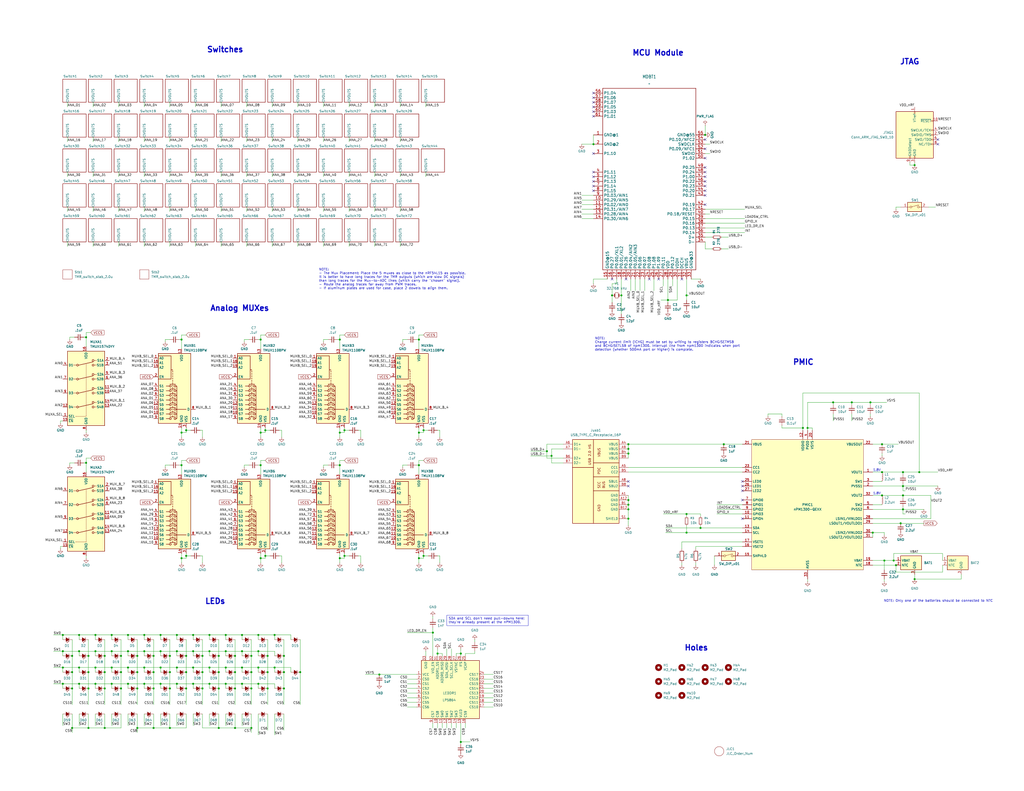
<source format=kicad_sch>
(kicad_sch (version 20250114) (generator "eeschema") (generator_version "9.0")
  (paper "C")
  (text "NOTE:\nCharge current limit (ICHG) must be set by writing to registers BCHGISETMSB\nand BCHGISETLSB of npm1300. Interrupt line from npm1300 indicates when port \ndetection (whether 500mA port or higher) is complete." (at 324.612 187.96 0) (effects (font (size 1.27 1.27)) (justify left)))
  (text "Holes" (at 373.38 355.6 0) (effects (font (size 3 3) (bold yes)) (justify left bottom)))
  (text "NOTE: Only one of the batteries should be connected to NTC" (at 512.064 328.168 0) (effects (font (size 1.27 1.27))))
  (text "1.8V" (at 478.536 256.794 0) (effects (font (size 1.27 1.27))))
  (text "MCU Module" (at 344.932 30.734 0) (effects (font (size 3 3) (bold yes)) (justify left bottom)))
  (text "JTAG" (at 490.982 35.56 0) (effects (font (size 3 3) (bold yes)) (justify left bottom)))
  (text "Analog MUXes" (at 114.554 170.18 0) (effects (font (size 3 3) (bold yes)) (justify left bottom)))
  (text "LEDs" (at 111.76 330.2 0) (effects (font (size 3 3) (bold yes)) (justify left bottom)))
  (text "PMIC" (at 432.562 199.644 0) (effects (font (size 3 3) (bold yes)) (justify left bottom)))
  (text "NOTE:\n- The Mux Placement: Place the 5 muxes as close to the nRF54L15 as possible. \nIt is better to have long traces for the TMR outputs (which are slow DC signals) \nthan long traces for the Mux-to-ADC lines (which carry the \"chosen\" signal).\n- Route the analog traces far away from PWM traces.\n- If aluminum plates are used for case, place 2 dowels to align them.\n" (at 173.99 158.242 0) (effects (font (size 1.27 1.27)) (justify left bottom)))
  (text "Switches" (at 112.776 28.956 0) (effects (font (size 3 3) (bold yes)) (justify left bottom)))
  (text "1.8V" (at 478.536 269.494 0) (effects (font (size 1.27 1.27))))
  (text_box "SDA and SCL don't need pull-downs here; \nthey're already present at the nPM1300.\n" (at 243.84 335.915 0) (size 44.45 5.715) (margins 0.9525 0.9525 0.9525 0.9525) (effects (font (size 1.27 1.27)) (justify left top)))
  (junction (at 342.9 245.11))
  (junction (at 142.24 185.42))
  (junction (at 48.26 358.14))
  (junction (at 123.19 373.38))
  (junction (at 144.78 234.95))
  (junction (at 114.3 364.49))
  (junction (at 123.19 364.49))
  (junction (at 83.82 397.51))
  (junction (at 185.42 304.8))
  (junction (at 132.08 355.6))
  (junction (at 48.26 375.92))
  (junction (at 48.26 397.51))
  (junction (at 137.16 358.14))
  (junction (at 43.18 346.71))
  (junction (at 92.71 397.51))
  (junction (at 39.37 367.03))
  (junction (at 128.27 397.51))
  (junction (at 101.6 303.53))
  (junction (at 92.71 358.14))
  (junction (at 146.05 358.14))
  (junction (at 52.07 364.49))
  (junction (at 96.52 364.49))
  (junction (at 140.97 355.6))
  (junction (at 83.82 367.03))
  (junction (at 34.29 373.38))
  (junction (at 140.97 373.38))
  (junction (at 83.82 375.92))
  (junction (at 39.37 375.92))
  (junction (at 454.66 219.71))
  (junction (at 142.24 304.8))
  (junction (at 96.52 355.6))
  (junction (at 342.9 283.21))
  (junction (at 96.52 346.71))
  (junction (at 185.42 254))
  (junction (at 491.49 285.75))
  (junction (at 132.08 373.38))
  (junction (at 114.3 355.6))
  (junction (at 101.6 358.14))
  (junction (at 298.45 246.38))
  (junction (at 481.33 270.51))
  (junction (at 110.49 367.03))
  (junction (at 99.06 185.42))
  (junction (at 105.41 373.38))
  (junction (at 128.27 367.03))
  (junction (at 119.38 397.51))
  (junction (at 231.14 234.95))
  (junction (at 57.15 367.03))
  (junction (at 438.15 233.68))
  (junction (at 46.99 184.15))
  (junction (at 142.24 254))
  (junction (at 394.97 242.57))
  (junction (at 364.49 163.83))
  (junction (at 69.85 364.49))
  (junction (at 60.96 355.6))
  (junction (at 132.08 364.49))
  (junction (at 149.86 346.71))
  (junction (at 185.42 236.22))
  (junction (at 99.06 304.8))
  (junction (at 92.71 375.92))
  (junction (at 339.09 161.29))
  (junction (at 185.42 185.42))
  (junction (at 83.82 358.14))
  (junction (at 57.15 397.51))
  (junction (at 114.3 373.38))
  (junction (at 60.96 346.71))
  (junction (at 34.29 355.6))
  (junction (at 342.9 247.65))
  (junction (at 501.65 257.81))
  (junction (at 187.96 234.95))
  (junction (at 228.6 304.8))
  (junction (at 74.93 397.51))
  (junction (at 342.9 242.57))
  (junction (at 105.41 346.71))
  (junction (at 87.63 364.49))
  (junction (at 137.16 367.03))
  (junction (at 487.68 306.07))
  (junction (at 119.38 367.03))
  (junction (at 132.08 346.71))
  (junction (at 374.65 161.29))
  (junction (at 34.29 364.49))
  (junction (at 481.33 257.81))
  (junction (at 48.26 367.03))
  (junction (at 87.63 373.38))
  (junction (at 78.74 364.49))
  (junction (at 39.37 397.51))
  (junction (at 87.63 355.6))
  (junction (at 228.6 185.42))
  (junction (at 207.01 368.3))
  (junction (at 46.99 252.73))
  (junction (at 66.04 358.14))
  (junction (at 99.06 254))
  (junction (at 384.81 73.66))
  (junction (at 323.85 78.74))
  (junction (at 74.93 375.92))
  (junction (at 69.85 346.71))
  (junction (at 154.94 358.14))
  (junction (at 146.05 367.03))
  (junction (at 137.16 397.51))
  (junction (at 492.76 265.43))
  (junction (at 110.49 358.14))
  (junction (at 146.05 375.92))
  (junction (at 52.07 355.6))
  (junction (at 163.83 367.03))
  (junction (at 119.38 375.92))
  (junction (at 154.94 367.03))
  (junction (at 101.6 375.92))
  (junction (at 440.69 233.68))
  (junction (at 187.96 303.53))
  (junction (at 123.19 355.6))
  (junction (at 78.74 346.71))
  (junction (at 228.6 254))
  (junction (at 69.85 355.6))
  (junction (at 149.86 364.49))
  (junction (at 105.41 364.49))
  (junction (at 300.99 248.92))
  (junction (at 43.18 373.38))
  (junction (at 66.04 367.03))
  (junction (at 481.33 242.57))
  (junction (at 140.97 346.71))
  (junction (at 105.41 355.6))
  (junction (at 499.11 316.23))
  (junction (at 137.16 375.92))
  (junction (at 128.27 358.14))
  (junction (at 474.98 219.71))
  (junction (at 342.9 278.13))
  (junction (at 123.19 346.71))
  (junction (at 334.01 161.29))
  (junction (at 238.76 356.87))
  (junction (at 78.74 373.38))
  (junction (at 154.94 375.92))
  (junction (at 228.6 236.22))
  (junction (at 374.65 280.67))
  (junction (at 482.6 306.07))
  (junction (at 60.96 364.49))
  (junction (at 110.49 375.92))
  (junction (at 69.85 373.38))
  (junction (at 99.06 236.22))
  (junction (at 87.63 346.71))
  (junction (at 92.71 367.03))
  (junction (at 74.93 367.03))
  (junction (at 144.78 303.53))
  (junction (at 78.74 355.6))
  (junction (at 34.29 346.71))
  (junction (at 476.25 290.83))
  (junction (at 96.52 373.38))
  (junction (at 464.82 219.71))
  (junction (at 57.15 358.14))
  (junction (at 52.07 346.71))
  (junction (at 342.9 273.05))
  (junction (at 342.9 275.59))
  (junction (at 114.3 346.71))
  (junction (at 374.65 290.83))
  (junction (at 128.27 375.92))
  (junction (at 39.37 358.14))
  (junction (at 492.76 278.13))
  (junction (at 119.38 358.14))
  (junction (at 57.15 375.92))
  (junction (at 492.76 257.81))
  (junction (at 488.95 308.61))
  (junction (at 231.14 303.53))
  (junction (at 66.04 375.92))
  (junction (at 101.6 367.03))
  (junction (at 52.07 373.38))
  (junction (at 140.97 364.49))
  (junction (at 43.18 364.49))
  (junction (at 101.6 234.95))
  (junction (at 492.76 270.51))
  (junction (at 43.18 355.6))
  (junction (at 251.46 405.13))
  (junction (at 499.11 90.17))
  (junction (at 236.22 345.44))
  (junction (at 382.27 288.29))
  (junction (at 60.96 373.38))
  (junction (at 251.46 356.87))
  (junction (at 142.24 236.22))
  (junction (at 74.93 358.14))
  (no_connect (at 384.81 91.44))
  (no_connect (at 384.81 106.68))
  (no_connect (at 323.85 63.5))
  (no_connect (at 323.85 96.52))
  (no_connect (at 323.85 104.14))
  (no_connect (at 354.33 152.4))
  (no_connect (at 384.81 99.06))
  (no_connect (at 405.13 273.05))
  (no_connect (at 342.9 265.43))
  (no_connect (at 323.85 101.6))
  (no_connect (at 384.81 104.14))
  (no_connect (at 334.01 152.4))
  (no_connect (at 511.81 78.74))
  (no_connect (at 384.81 81.28))
  (no_connect (at 323.85 53.34))
  (no_connect (at 384.81 111.76))
  (no_connect (at 323.85 83.82))
  (no_connect (at 372.11 152.4))
  (no_connect (at 511.81 76.2))
  (no_connect (at 323.85 99.06))
  (no_connect (at 323.85 55.88))
  (no_connect (at 359.41 152.4))
  (no_connect (at 323.85 50.8))
  (no_connect (at 323.85 60.96))
  (no_connect (at 384.81 93.98))
  (no_connect (at 384.81 76.2))
  (no_connect (at 405.13 283.21))
  (no_connect (at 341.63 152.4))
  (no_connect (at 405.13 262.89))
  (no_connect (at 342.9 262.89))
  (no_connect (at 384.81 86.36))
  (no_connect (at 405.13 267.97))
  (no_connect (at 323.85 58.42))
  (no_connect (at 384.81 101.6))
  (no_connect (at 405.13 265.43))
  (no_connect (at 323.85 93.98))
  (no_connect (at 384.81 96.52))
  (wire (pts (xy 110.49 234.95) (xy 110.49 238.76)))
  (wire (pts (xy 123.19 389.89) (xy 123.19 396.24)))
  (wire (pts (xy 96.52 373.38) (xy 105.41 373.38)))
  (wire (pts (xy 393.7 135.89) (xy 397.51 135.89)))
  (wire (pts (xy 251.46 405.13) (xy 256.54 405.13)))
  (wire (pts (xy 243.84 394.97) (xy 243.84 397.51)))
  (wire (pts (xy 64.77 74.93) (xy 64.77 77.47)))
  (wire (pts (xy 196.85 303.53) (xy 196.85 307.34)))
  (wire (pts (xy 238.76 234.95) (xy 240.03 234.95)))
  (wire (pts (xy 154.94 375.92) (xy 154.94 384.81)))
  (wire (pts (xy 132.08 355.6) (xy 132.08 358.14)))
  (wire (pts (xy 222.25 254) (xy 219.71 254)))
  (wire (pts (xy 241.3 358.14) (xy 241.3 356.87)))
  (wire (pts (xy 514.35 312.42) (xy 488.95 312.42)))
  (wire (pts (xy 240.03 303.53) (xy 240.03 307.34)))
  (wire (pts (xy 46.99 257.81) (xy 46.99 252.73)))
  (wire (pts (xy 426.72 227.33) (xy 426.72 226.06)))
  (wire (pts (xy 492.76 278.13) (xy 492.76 276.86)))
  (wire (pts (xy 135.89 185.42) (xy 133.35 185.42)))
  (wire (pts (xy 222.25 373.38) (xy 227.33 373.38)))
  (wire (pts (xy 50.8 113.03) (xy 50.8 115.57)))
  (wire (pts (xy 99.06 190.5) (xy 99.06 185.42)))
  (wire (pts (xy 78.74 364.49) (xy 87.63 364.49)))
  (wire (pts (xy 66.04 367.03) (xy 66.04 375.92)))
  (wire (pts (xy 99.06 233.68) (xy 99.06 236.22)))
  (wire (pts (xy 105.41 364.49) (xy 114.3 364.49)))
  (wire (pts (xy 69.85 373.38) (xy 78.74 373.38)))
  (wire (pts (xy 101.6 236.22) (xy 99.06 236.22)))
  (wire (pts (xy 135.89 254) (xy 133.35 254)))
  (wire (pts (xy 464.82 226.06) (xy 464.82 229.87)))
  (wire (pts (xy 476.25 262.89) (xy 481.33 262.89)))
  (wire (pts (xy 34.29 373.38) (xy 43.18 373.38)))
  (wire (pts (xy 231.14 233.68) (xy 231.14 234.95)))
  (wire (pts (xy 176.53 132.08) (xy 176.53 134.62)))
  (wire (pts (xy 120.65 55.88) (xy 120.65 58.42)))
  (wire (pts (xy 78.74 113.03) (xy 78.74 115.57)))
  (wire (pts (xy 363.22 288.29) (xy 382.27 288.29)))
  (wire (pts (xy 154.94 389.89) (xy 154.94 398.78)))
  (wire (pts (xy 238.76 394.97) (xy 238.76 397.51)))
  (wire (pts (xy 87.63 355.6) (xy 96.52 355.6)))
  (wire (pts (xy 52.07 346.71) (xy 52.07 349.25)))
  (wire (pts (xy 60.96 364.49) (xy 69.85 364.49)))
  (wire (pts (xy 231.14 234.95) (xy 231.14 236.22)))
  (wire (pts (xy 218.44 113.03) (xy 218.44 115.57)))
  (wire (pts (xy 482.6 306.07) (xy 482.6 311.15)))
  (wire (pts (xy 87.63 346.71) (xy 96.52 346.71)))
  (wire (pts (xy 176.53 185.42) (xy 176.53 186.69)))
  (wire (pts (xy 34.29 364.49) (xy 34.29 367.03)))
  (wire (pts (xy 144.78 236.22) (xy 142.24 236.22)))
  (wire (pts (xy 140.97 389.89) (xy 140.97 401.32)))
  (wire (pts (xy 78.74 373.38) (xy 87.63 373.38)))
  (wire (pts (xy 492.76 270.51) (xy 508 270.51)))
  (wire (pts (xy 46.99 181.61) (xy 46.99 184.15)))
  (wire (pts (xy 514.35 306.07) (xy 514.35 302.26)))
  (wire (pts (xy 185.42 304.8) (xy 185.42 307.34)))
  (wire (pts (xy 74.93 375.92) (xy 74.93 384.81)))
  (wire (pts (xy 232.41 93.98) (xy 232.41 96.52)))
  (wire (pts (xy 443.23 233.68) (xy 440.69 233.68)))
  (wire (pts (xy 248.92 394.97) (xy 248.92 397.51)))
  (wire (pts (xy 476.25 278.13) (xy 492.76 278.13)))
  (wire (pts (xy 78.74 346.71) (xy 87.63 346.71)))
  (wire (pts (xy 74.93 349.25) (xy 74.93 358.14)))
  (wire (pts (xy 228.6 304.8) (xy 228.6 307.34)))
  (wire (pts (xy 137.16 389.89) (xy 137.16 397.51)))
  (wire (pts (xy 87.63 389.89) (xy 87.63 396.24)))
  (wire (pts (xy 57.15 358.14) (xy 57.15 367.03)))
  (wire (pts (xy 133.35 254) (xy 133.35 255.27)))
  (wire (pts (xy 454.66 219.71) (xy 454.66 220.98)))
  (wire (pts (xy 69.85 346.71) (xy 69.85 349.25)))
  (wire (pts (xy 34.29 355.6) (xy 43.18 355.6)))
  (wire (pts (xy 162.56 113.03) (xy 162.56 115.57)))
  (wire (pts (xy 128.27 367.03) (xy 128.27 375.92)))
  (wire (pts (xy 219.71 185.42) (xy 219.71 186.69)))
  (wire (pts (xy 144.78 251.46) (xy 142.24 251.46)))
  (wire (pts (xy 114.3 355.6) (xy 123.19 355.6)))
  (wire (pts (xy 57.15 375.92) (xy 57.15 384.81)))
  (wire (pts (xy 60.96 373.38) (xy 69.85 373.38)))
  (wire (pts (xy 317.5 114.3) (xy 323.85 114.3)))
  (wire (pts (xy 101.6 251.46) (xy 99.06 251.46)))
  (wire (pts (xy 52.07 355.6) (xy 52.07 358.14)))
  (wire (pts (xy 482.6 306.07) (xy 487.68 306.07)))
  (wire (pts (xy 92.71 113.03) (xy 92.71 115.57)))
  (wire (pts (xy 196.85 234.95) (xy 196.85 238.76)))
  (wire (pts (xy 90.17 254) (xy 90.17 255.27)))
  (wire (pts (xy 33.02 229.87) (xy 33.02 231.14)))
  (wire (pts (xy 236.22 342.9) (xy 236.22 345.44)))
  (wire (pts (xy 379.73 307.34) (xy 379.73 308.61)))
  (wire (pts (xy 187.96 302.26) (xy 187.96 303.53)))
  (wire (pts (xy 149.86 373.38) (xy 149.86 375.92)))
  (wire (pts (xy 300.99 245.11) (xy 300.99 248.92)))
  (wire (pts (xy 382.27 287.02) (xy 382.27 288.29)))
  (wire (pts (xy 222.25 375.92) (xy 227.33 375.92)))
  (wire (pts (xy 128.27 389.89) (xy 128.27 397.51)))
  (wire (pts (xy 114.3 355.6) (xy 114.3 358.14)))
  (wire (pts (xy 132.08 389.89) (xy 132.08 396.24)))
  (wire (pts (xy 43.18 373.38) (xy 52.07 373.38)))
  (wire (pts (xy 317.5 106.68) (xy 323.85 106.68)))
  (wire (pts (xy 99.06 185.42) (xy 97.79 185.42)))
  (wire (pts (xy 60.96 389.89) (xy 60.96 396.24)))
  (wire (pts (xy 334.01 154.94) (xy 334.01 161.29)))
  (wire (pts (xy 50.8 74.93) (xy 50.8 77.47)))
  (wire (pts (xy 391.16 280.67) (xy 405.13 280.67)))
  (wire (pts (xy 524.51 316.23) (xy 499.11 316.23)))
  (wire (pts (xy 356.87 152.4) (xy 356.87 158.75)))
  (wire (pts (xy 153.67 234.95) (xy 153.67 238.76)))
  (wire (pts (xy 207.01 368.3) (xy 227.33 368.3)))
  (wire (pts (xy 384.81 78.74) (xy 387.35 78.74)))
  (wire (pts (xy 134.62 113.03) (xy 134.62 115.57)))
  (wire (pts (xy 374.65 290.83) (xy 405.13 290.83)))
  (wire (pts (xy 101.6 303.53) (xy 104.14 303.53)))
  (wire (pts (xy 101.6 349.25) (xy 101.6 358.14)))
  (wire (pts (xy 144.78 182.88) (xy 142.24 182.88)))
  (wire (pts (xy 29.21 346.71) (xy 34.29 346.71)))
  (wire (pts (xy 176.53 74.93) (xy 176.53 77.47)))
  (wire (pts (xy 105.41 364.49) (xy 105.41 367.03)))
  (wire (pts (xy 440.69 219.71) (xy 454.66 219.71)))
  (wire (pts (xy 228.6 302.26) (xy 228.6 304.8)))
  (wire (pts (xy 66.04 349.25) (xy 66.04 358.14)))
  (wire (pts (xy 228.6 259.08) (xy 228.6 254)))
  (wire (pts (xy 190.5 132.08) (xy 190.5 134.62)))
  (wire (pts (xy 269.24 375.92) (xy 264.16 375.92)))
  (wire (pts (xy 38.1 184.15) (xy 38.1 185.42)))
  (wire (pts (xy 443.23 234.95) (xy 443.23 233.68)))
  (wire (pts (xy 384.81 119.38) (xy 406.4 119.38)))
  (wire (pts (xy 499.11 313.69) (xy 499.11 316.23)))
  (wire (pts (xy 87.63 355.6) (xy 87.63 358.14)))
  (wire (pts (xy 92.71 397.51) (xy 83.82 397.51)))
  (wire (pts (xy 179.07 254) (xy 176.53 254)))
  (wire (pts (xy 96.52 355.6) (xy 105.41 355.6)))
  (wire (pts (xy 372.11 307.34) (xy 372.11 308.61)))
  (wire (pts (xy 64.77 113.03) (xy 64.77 115.57)))
  (wire (pts (xy 133.35 185.42) (xy 133.35 186.69)))
  (wire (pts (xy 142.24 185.42) (xy 140.97 185.42)))
  (wire (pts (xy 87.63 373.38) (xy 96.52 373.38)))
  (wire (pts (xy 152.4 303.53) (xy 153.67 303.53)))
  (wire (pts (xy 222.25 185.42) (xy 219.71 185.42)))
  (wire (pts (xy 307.34 250.19) (xy 298.45 250.19)))
  (wire (pts (xy 491.49 285.75) (xy 504.19 285.75)))
  (wire (pts (xy 92.71 254) (xy 90.17 254)))
  (wire (pts (xy 66.04 397.51) (xy 57.15 397.51)))
  (wire (pts (xy 361.95 152.4) (xy 361.95 156.21)))
  (wire (pts (xy 218.44 55.88) (xy 218.44 58.42)))
  (wire (pts (xy 106.68 74.93) (xy 106.68 77.47)))
  (wire (pts (xy 369.57 152.4) (xy 369.57 163.83)))
  (wire (pts (xy 384.81 135.89) (xy 388.62 135.89)))
  (wire (pts (xy 83.82 358.14) (xy 83.82 367.03)))
  (wire (pts (xy 298.45 250.19) (xy 298.45 246.38)))
  (wire (pts (xy 49.53 181.61) (xy 46.99 181.61)))
  (wire (pts (xy 52.07 346.71) (xy 60.96 346.71)))
  (wire (pts (xy 426.72 226.06) (xy 419.1 226.06)))
  (wire (pts (xy 106.68 55.88) (xy 106.68 58.42)))
  (wire (pts (xy 248.92 356.87) (xy 251.46 356.87)))
  (wire (pts (xy 251.46 356.87) (xy 251.46 358.14)))
  (wire (pts (xy 232.41 355.6) (xy 232.41 358.14)))
  (wire (pts (xy 92.71 132.08) (xy 92.71 134.62)))
  (wire (pts (xy 34.29 364.49) (xy 43.18 364.49)))
  (wire (pts (xy 222.25 381) (xy 227.33 381)))
  (wire (pts (xy 153.67 303.53) (xy 153.67 307.34)))
  (wire (pts (xy 228.6 185.42) (xy 227.33 185.42)))
  (wire (pts (xy 142.24 233.68) (xy 142.24 236.22)))
  (wire (pts (xy 96.52 364.49) (xy 105.41 364.49)))
  (wire (pts (xy 109.22 234.95) (xy 110.49 234.95)))
  (wire (pts (xy 222.25 378.46) (xy 227.33 378.46)))
  (wire (pts (xy 144.78 234.95) (xy 147.32 234.95)))
  (wire (pts (xy 36.83 113.03) (xy 36.83 115.57)))
  (wire (pts (xy 132.08 373.38) (xy 132.08 375.92)))
  (wire (pts (xy 34.29 389.89) (xy 34.29 396.24)))
  (wire (pts (xy 382.27 280.67) (xy 382.27 281.94)))
  (wire (pts (xy 78.74 93.98) (xy 78.74 96.52)))
  (wire (pts (xy 231.14 304.8) (xy 228.6 304.8)))
  (wire (pts (xy 148.59 93.98) (xy 148.59 96.52)))
  (wire (pts (xy 105.41 346.71) (xy 114.3 346.71)))
  (wire (pts (xy 137.16 358.14) (xy 137.16 367.03)))
  (wire (pts (xy 105.41 355.6) (xy 114.3 355.6)))
  (wire (pts (xy 110.49 303.53) (xy 110.49 307.34)))
  (wire (pts (xy 144.78 302.26) (xy 144.78 303.53)))
  (wire (pts (xy 34.29 373.38) (xy 34.29 375.92)))
  (wire (pts (xy 132.08 346.71) (xy 140.97 346.71)))
  (wire (pts (xy 83.82 349.25) (xy 83.82 358.14)))
  (wire (pts (xy 474.98 219.71) (xy 483.87 219.71)))
  (wire (pts (xy 187.96 236.22) (xy 185.42 236.22)))
  (wire (pts (xy 99.06 251.46) (xy 99.06 254)))
  (wire (pts (xy 187.96 234.95) (xy 187.96 236.22)))
  (wire (pts (xy 204.47 55.88) (xy 204.47 58.42)))
  (wire (pts (xy 96.52 346.71) (xy 96.52 349.25)))
  (wire (pts (xy 377.19 152.4) (xy 382.27 152.4)))
  (wire (pts (xy 374.65 287.02) (xy 374.65 290.83)))
  (wire (pts (xy 163.83 367.03) (xy 163.83 384.81)))
  (wire (pts (xy 382.27 288.29) (xy 405.13 288.29)))
  (wire (pts (xy 240.03 234.95) (xy 240.03 238.76)))
  (wire (pts (xy 142.24 251.46) (xy 142.24 254)))
  (wire (pts (xy 222.25 370.84) (xy 227.33 370.84)))
  (wire (pts (xy 123.19 346.71) (xy 123.19 349.25)))
  (wire (pts (xy 105.41 355.6) (xy 105.41 358.14)))
  (wire (pts (xy 134.62 93.98) (xy 134.62 96.52)))
  (wire (pts (xy 187.96 251.46) (xy 185.42 251.46)))
  (wire (pts (xy 298.45 246.38) (xy 298.45 242.57)))
  (wire (pts (xy 140.97 346.71) (xy 140.97 349.25)))
  (wire (pts (xy 99.06 304.8) (xy 99.06 307.34)))
  (wire (pts (xy 40.64 184.15) (xy 38.1 184.15)))
  (wire (pts (xy 148.59 55.88) (xy 148.59 58.42)))
  (wire (pts (xy 114.3 364.49) (xy 114.3 367.03)))
  (wire (pts (xy 440.69 233.68) (xy 440.69 219.71)))
  (wire (pts (xy 119.38 349.25) (xy 119.38 358.14)))
  (wire (pts (xy 231.14 182.88) (xy 228.6 182.88)))
  (wire (pts (xy 419.1 226.06) (xy 419.1 227.33)))
  (wire (pts (xy 46.99 252.73) (xy 45.72 252.73)))
  (wire (pts (xy 57.15 397.51) (xy 48.26 397.51)))
  (wire (pts (xy 152.4 234.95) (xy 153.67 234.95)))
  (wire (pts (xy 36.83 55.88) (xy 36.83 58.42)))
  (wire (pts (xy 264.16 368.3) (xy 269.24 368.3)))
  (wire (pts (xy 110.49 349.25) (xy 110.49 358.14)))
  (wire (pts (xy 43.18 346.71) (xy 52.07 346.71)))
  (wire (pts (xy 438.15 233.68) (xy 426.72 233.68)))
  (wire (pts (xy 69.85 355.6) (xy 69.85 358.14)))
  (wire (pts (xy 110.49 389.89) (xy 110.49 397.51)))
  (wire (pts (xy 492.76 267.97) (xy 492.76 265.43)))
  (wire (pts (xy 346.71 152.4) (xy 346.71 158.75)))
  (wire (pts (xy 99.06 182.88) (xy 99.06 185.42)))
  (wire (pts (xy 254 358.14) (xy 254 356.87)))
  (wire (pts (xy 323.85 73.66) (xy 323.85 78.74)))
  (wire (pts (xy 384.81 124.46) (xy 406.4 124.46)))
  (wire (pts (xy 251.46 354.33) (xy 251.46 356.87)))
  (wire (pts (xy 476.25 290.83) (xy 476.25 293.37)))
  (wire (pts (xy 238.76 354.33) (xy 238.76 356.87)))
  (wire (pts (xy 92.71 349.25) (xy 92.71 358.14)))
  (wire (pts (xy 269.24 370.84) (xy 264.16 370.84)))
  (wire (pts (xy 488.95 113.03) (xy 488.95 114.3)))
  (wire (pts (xy 92.71 55.88) (xy 92.71 58.42)))
  (wire (pts (xy 99.06 254) (xy 97.79 254)))
  (wire (pts (xy 231.14 302.26) (xy 231.14 303.53)))
  (wire (pts (xy 405.13 298.45) (xy 379.73 298.45)))
  (wire (pts (xy 228.6 182.88) (xy 228.6 185.42)))
  (wire (pts (xy 48.26 389.89) (xy 48.26 397.51)))
  (wire (pts (xy 218.44 132.08) (xy 218.44 134.62)))
  (wire (pts (xy 474.98 226.06) (xy 474.98 227.33)))
  (wire (pts (xy 364.49 163.83) (xy 364.49 165.1)))
  (wire (pts (xy 179.07 185.42) (xy 176.53 185.42)))
  (wire (pts (xy 78.74 355.6) (xy 78.74 358.14)))
  (wire (pts (xy 52.07 389.89) (xy 52.07 396.24)))
  (wire (pts (xy 185.42 251.46) (xy 185.42 254)))
  (wire (pts (xy 39.37 375.92) (xy 39.37 384.81)))
  (wire (pts (xy 364.49 152.4) (xy 364.49 163.83)))
  (wire (pts (xy 187.96 182.88) (xy 185.42 182.88)))
  (wire (pts (xy 83.82 397.51) (xy 74.93 397.51)))
  (wire (pts (xy 140.97 373.38) (xy 140.97 375.92)))
  (wire (pts (xy 342.9 247.65) (xy 342.9 250.19)))
  (wire (pts (xy 158.75 346.71) (xy 158.75 349.25)))
  (wire (pts (xy 492.76 257.81) (xy 492.76 259.08)))
  (wire (pts (xy 185.42 190.5) (xy 185.42 185.42)))
  (wire (pts (xy 269.24 386.08) (xy 264.16 386.08)))
  (wire (pts (xy 154.94 349.25) (xy 154.94 358.14)))
  (wire (pts (xy 204.47 132.08) (xy 204.47 134.62)))
  (wire (pts (xy 492.76 270.51) (xy 492.76 271.78)))
  (wire (pts (xy 43.18 389.89) (xy 43.18 396.24)))
  (wire (pts (xy 481.33 257.81) (xy 492.76 257.81)))
  (wire (pts (xy 105.41 373.38) (xy 105.41 375.92)))
  (wire (pts (xy 39.37 389.89) (xy 39.37 397.51)))
  (wire (pts (xy 134.62 132.08) (xy 134.62 134.62)))
  (wire (pts (xy 317.5 109.22) (xy 323.85 109.22)))
  (wire (pts (xy 140.97 355.6) (xy 140.97 358.14)))
  (wire (pts (xy 78.74 55.88) (xy 78.74 58.42)))
  (wire (pts (xy 360.68 163.83) (xy 364.49 163.83)))
  (wire (pts (xy 92.71 375.92) (xy 92.71 384.81)))
  (wire (pts (xy 228.6 251.46) (xy 228.6 254)))
  (wire (pts (xy 48.26 358.14) (xy 48.26 367.03)))
  (wire (pts (xy 492.76 265.43) (xy 511.81 265.43)))
  (wire (pts (xy 149.86 364.49) (xy 149.86 367.03)))
  (wire (pts (xy 176.53 93.98) (xy 176.53 96.52)))
  (wire (pts (xy 476.25 242.57) (xy 481.33 242.57)))
  (wire (pts (xy 87.63 373.38) (xy 87.63 375.92)))
  (wire (pts (xy 501.65 214.63) (xy 438.15 214.63)))
  (wire (pts (xy 132.08 373.38) (xy 140.97 373.38)))
  (wire (pts (xy 476.25 275.59) (xy 481.33 275.59)))
  (wire (pts (xy 514.35 308.61) (xy 514.35 312.42)))
  (wire (pts (xy 496.57 88.9) (xy 496.57 90.17)))
  (wire (pts (xy 101.6 234.95) (xy 104.14 234.95)))
  (wire (pts (xy 74.93 358.14) (xy 74.93 367.03)))
  (wire (pts (xy 92.71 93.98) (xy 92.71 96.52)))
  (wire (pts (xy 48.26 349.25) (xy 48.26 358.14)))
  (wire (pts (xy 142.24 236.22) (xy 142.24 238.76)))
  (wire (pts (xy 83.82 389.89) (xy 83.82 397.51)))
  (wire (pts (xy 96.52 355.6) (xy 96.52 358.14)))
  (wire (pts (xy 195.58 303.53) (xy 196.85 303.53)))
  (wire (pts (xy 90.17 185.42) (xy 90.17 186.69)))
  (wire (pts (xy 384.81 83.82) (xy 387.35 83.82)))
  (wire (pts (xy 384.81 121.92) (xy 406.4 121.92)))
  (wire (pts (xy 231.14 303.53) (xy 233.68 303.53)))
  (wire (pts (xy 185.42 254) (xy 184.15 254)))
  (wire (pts (xy 218.44 93.98) (xy 218.44 96.52)))
  (wire (pts (xy 323.85 152.4) (xy 331.47 152.4)))
  (wire (pts (xy 187.96 233.68) (xy 187.96 234.95)))
  (wire (pts (xy 46.99 234.95) (xy 46.99 236.22)))
  (wire (pts (xy 140.97 364.49) (xy 140.97 367.03)))
  (wire (pts (xy 185.42 185.42) (xy 184.15 185.42)))
  (wire (pts (xy 29.21 355.6) (xy 34.29 355.6)))
  (wire (pts (xy 363.22 290.83) (xy 374.65 290.83)))
  (wire (pts (xy 231.14 234.95) (xy 233.68 234.95)))
  (wire (pts (xy 300.99 252.73) (xy 307.34 252.73)))
  (wire (pts (xy 372.11 295.91) (xy 372.11 299.72)))
  (wire (pts (xy 114.3 346.71) (xy 114.3 349.25)))
  (wire (pts (xy 231.14 236.22) (xy 228.6 236.22)))
  (wire (pts (xy 128.27 375.92) (xy 128.27 384.81)))
  (wire (pts (xy 119.38 389.89) (xy 119.38 397.51)))
  (wire (pts (xy 96.52 389.89) (xy 96.52 396.24)))
  (wire (pts (xy 342.9 245.11) (xy 342.9 247.65)))
  (wire (pts (xy 142.24 254) (xy 140.97 254)))
  (wire (pts (xy 289.56 248.92) (xy 300.99 248.92)))
  (wire (pts (xy 440.69 316.23) (xy 440.69 317.5)))
  (wire (pts (xy 204.47 74.93) (xy 204.47 77.47)))
  (wire (pts (xy 506.73 113.03) (xy 510.54 113.03)))
  (wire (pts (xy 384.81 68.58) (xy 384.81 73.66)))
  (wire (pts (xy 426.72 233.68) (xy 426.72 232.41)))
  (wire (pts (xy 176.53 55.88) (xy 176.53 58.42)))
  (wire (pts (xy 162.56 132.08) (xy 162.56 134.62)))
  (wire (pts (xy 334.01 161.29) (xy 334.01 165.1)))
  (wire (pts (xy 317.5 78.74) (xy 323.85 78.74)))
  (wire (pts (xy 106.68 93.98) (xy 106.68 96.52)))
  (wire (pts (xy 241.3 356.87) (xy 238.76 356.87)))
  (wire (pts (xy 87.63 364.49) (xy 96.52 364.49)))
  (wire (pts (xy 149.86 364.49) (xy 158.75 364.49)))
  (wire (pts (xy 269.24 378.46) (xy 264.16 378.46)))
  (wire (pts (xy 391.16 275.59) (xy 405.13 275.59)))
  (wire (pts (xy 78.74 346.71) (xy 78.74 349.25)))
  (wire (pts (xy 101.6 233.68) (xy 101.6 234.95)))
  (wire (pts (xy 99.06 236.22) (xy 99.06 238.76)))
  (wire (pts (xy 140.97 355.6) (xy 149.86 355.6)))
  (wire (pts (xy 204.47 93.98) (xy 204.47 96.52)))
  (wire (pts (xy 29.21 364.49) (xy 34.29 364.49)))
  (wire (pts (xy 43.18 355.6) (xy 43.18 358.14)))
  (wire (pts (xy 39.37 397.51) (xy 39.37 400.05)))
  (wire (pts (xy 342.9 255.27) (xy 405.13 255.27)))
  (wire (pts (xy 132.08 364.49) (xy 132.08 367.03)))
  (wire (pts (xy 464.82 219.71) (xy 464.82 220.98)))
  (wire (pts (xy 336.55 154.94) (xy 334.01 154.94)))
  (wire (pts (xy 185.42 259.08) (xy 185.42 254)))
  (wire (pts (xy 336.55 152.4) (xy 336.55 154.94)))
  (wire (pts (xy 494.03 267.97) (xy 492.76 267.97)))
  (wire (pts (xy 87.63 364.49) (xy 87.63 367.03)))
  (wire (pts (xy 389.89 303.53) (xy 389.89 308.61)))
  (wire (pts (xy 101.6 303.53) (xy 101.6 304.8)))
  (wire (pts (xy 187.96 304.8) (xy 185.42 304.8)))
  (wire (pts (xy 83.82 375.92) (xy 83.82 384.81)))
  (wire (pts (xy 501.65 257.81) (xy 511.81 257.81)))
  (wire (pts (xy 251.46 394.97) (xy 251.46 405.13)))
  (wire (pts (xy 144.78 303.53) (xy 144.78 304.8)))
  (wire (pts (xy 190.5 113.03) (xy 190.5 115.57)))
  (wire (pts (xy 176.53 254) (xy 176.53 255.27)))
  (wire (pts (xy 140.97 346.71) (xy 149.86 346.71)))
  (wire (pts (xy 393.7 129.54) (xy 397.51 129.54)))
  (wire (pts (xy 92.71 358.14) (xy 92.71 367.03)))
  (wire (pts (xy 52.07 373.38) (xy 52.07 375.92)))
  (wire (pts (xy 187.96 234.95) (xy 190.5 234.95)))
  (wire (pts (xy 524.51 313.69) (xy 524.51 316.23)))
  (wire (pts (xy 289.56 246.38) (xy 298.45 246.38)))
  (wire (pts (xy 199.39 368.3) (xy 207.01 368.3)))
  (wire (pts (xy 149.86 346.71) (xy 149.86 349.25)))
  (wire (pts (xy 149.86 389.89) (xy 149.86 401.32)))
  (wire (pts (xy 43.18 364.49) (xy 52.07 364.49)))
  (wire (pts (xy 36.83 132.08) (xy 36.83 134.62)))
  (wire (pts (xy 342.9 242.57) (xy 342.9 245.11)))
  (wire (pts (xy 476.25 308.61) (xy 488.95 308.61)))
  (wire (pts (xy 96.52 373.38) (xy 96.52 375.92)))
  (wire (pts (xy 231.14 251.46) (xy 228.6 251.46)))
  (wire (pts (xy 132.08 346.71) (xy 132.08 349.25)))
  (wire (pts (xy 114.3 373.38) (xy 123.19 373.38)))
  (wire (pts (xy 114.3 389.89) (xy 114.3 396.24)))
  (wire (pts (xy 228.6 190.5) (xy 228.6 185.42)))
  (wire (pts (xy 38.1 252.73) (xy 38.1 254)))
  (wire (pts (xy 119.38 367.03) (xy 119.38 375.92)))
  (wire (pts (xy 342.9 257.81) (xy 405.13 257.81)))
  (wire (pts (xy 374.65 280.67) (xy 374.65 281.94)))
  (wire (pts (xy 481.33 270.51) (xy 492.76 270.51)))
  (wire (pts (xy 231.14 303.53) (xy 231.14 304.8)))
  (wire (pts (xy 109.22 303.53) (xy 110.49 303.53)))
  (wire (pts (xy 99.06 259.08) (xy 99.06 254)))
  (wire (pts (xy 300.99 248.92) (xy 300.99 252.73)))
  (wire (pts (xy 39.37 349.25) (xy 39.37 358.14)))
  (wire (pts (xy 176.53 113.03) (xy 176.53 115.57)))
  (wire (pts (xy 101.6 375.92) (xy 101.6 384.81)))
  (wire (pts (xy 144.78 234.95) (xy 144.78 236.22)))
  (wire (pts (xy 39.37 358.14) (xy 39.37 367.03)))
  (wire (pts (xy 114.3 364.49) (xy 123.19 364.49)))
  (wire (pts (xy 114.3 346.71) (xy 123.19 346.71)))
  (wire (pts (xy 236.22 336.55) (xy 236.22 337.82)))
  (wire (pts (xy 105.41 389.89) (xy 105.41 396.24)))
  (wire (pts (xy 149.86 346.71) (xy 158.75 346.71)))
  (wire (pts (xy 454.66 219.71) (xy 464.82 219.71)))
  (wire (pts (xy 78.74 74.93) (xy 78.74 77.47)))
  (wire (pts (xy 476.25 290.83) (xy 482.6 290.83)))
  (wire (pts (xy 34.29 229.87) (xy 33.02 229.87)))
  (wire (pts (xy 254 356.87) (xy 259.08 356.87)))
  (wire (pts (xy 34.29 298.45) (xy 33.02 298.45)))
  (wire (pts (xy 148.59 132.08) (xy 148.59 134.62)))
  (wire (pts (xy 43.18 346.71) (xy 43.18 349.25)))
  (wire (pts (xy 190.5 55.88) (xy 190.5 58.42)))
  (wire (pts (xy 123.19 346.71) (xy 132.08 346.71)))
  (wire (pts (xy 57.15 389.89) (xy 57.15 397.51)))
  (wire (pts (xy 481.33 242.57) (xy 490.22 242.57)))
  (wire (pts (xy 128.27 349.25) (xy 128.27 358.14)))
  (wire (pts (xy 106.68 132.08) (xy 106.68 134.62)))
  (wire (pts (xy 269.24 373.38) (xy 264.16 373.38)))
  (wire (pts (xy 46.99 184.15) (xy 46.99 189.23)))
  (wire (pts (xy 128.27 397.51) (xy 137.16 397.51)))
  (wire (pts (xy 120.65 113.03) (xy 120.65 115.57)))
  (wire (pts (xy 394.97 242.57) (xy 405.13 242.57)))
  (wire (pts (xy 482.6 316.23) (xy 482.6 317.5)))
  (wire (pts (xy 64.77 55.88) (xy 64.77 58.42)))
  (wire (pts (xy 185.42 233.68) (xy 185.42 236.22)))
  (wire (pts (xy 487.68 302.26) (xy 487.68 306.07)))
  (wire (pts (xy 187.96 303.53) (xy 190.5 303.53)))
  (wire (pts (xy 132.08 364.49) (xy 140.97 364.49)))
  (wire (pts (xy 369.57 163.83) (xy 364.49 163.83)))
  (wire (pts (xy 384.81 132.08) (xy 384.81 135.89)))
  (wire (pts (xy 492.76 265.43) (xy 492.76 264.16)))
  (wire (pts (xy 50.8 132.08) (xy 50.8 134.62)))
  (wire (pts (xy 144.78 233.68) (xy 144.78 234.95)))
  (wire (pts (xy 254 394.97) (xy 254 397.51)))
  (wire (pts (xy 476.25 257.81) (xy 481.33 257.81)))
  (wire (pts (xy 69.85 346.71) (xy 78.74 346.71)))
  (wire (pts (xy 92.71 389.89) (xy 92.71 397.51)))
  (wire (pts (xy 46.99 184.15) (xy 45.72 184.15)))
  (wire (pts (xy 43.18 355.6) (xy 52.07 355.6)))
  (wire (pts (xy 50.8 93.98) (xy 50.8 96.52)))
  (wire (pts (xy 78.74 373.38) (xy 78.74 375.92)))
  (wire (pts (xy 351.79 152.4) (xy 351.79 158.75)))
  (wire (pts (xy 57.15 349.25) (xy 57.15 358.14)))
  (wire (pts (xy 236.22 345.44) (xy 236.22 358.14)))
  (wire (pts (xy 78.74 389.89) (xy 78.74 396.24)))
  (wire (pts (xy 494.03 280.67) (xy 492.76 280.67)))
  (wire (pts (xy 499.11 88.9) (xy 499.11 90.17)))
  (wire (pts (xy 374.65 152.4) (xy 374.65 161.29)))
  (wire (pts (xy 60.96 355.6) (xy 60.96 358.14)))
  (wire (pts (xy 33.02 298.45) (xy 33.02 299.72)))
  (wire (pts (xy 269.24 383.54) (xy 264.16 383.54)))
  (wire (pts (xy 60.96 346.71) (xy 60.96 349.25)))
  (wire (pts (xy 57.15 367.03) (xy 57.15 375.92)))
  (wire (pts (xy 344.17 152.4) (xy 344.17 158.75)))
  (wire (pts (xy 349.25 152.4) (xy 349.25 158.75)))
  (wire (pts (xy 339.09 152.4) (xy 339.09 161.29)))
  (wire (pts (xy 228.6 233.68) (xy 228.6 236.22)))
  (wire (pts (xy 137.16 375.92) (xy 137.16 384.81)))
  (wire (pts (xy 405.13 295.91) (xy 372.11 295.91)))
  (wire (pts (xy 342.9 278.13) (xy 342.9 283.21)))
  (wire (pts (xy 101.6 358.14) (xy 101.6 367.03)))
  (wire (pts (xy 132.08 355.6) (xy 140.97 355.6)))
  (wire (pts (xy 323.85 154.94) (xy 323.85 152.4)))
  (wire (pts (xy 43.18 373.38) (xy 43.18 375.92)))
  (wire (pts (xy 222.25 345.44) (xy 236.22 345.44)))
  (wire (pts (xy 96.52 364.49) (xy 96.52 367.03)))
  (wire (pts (xy 74.93 389.89) (xy 74.93 397.51)))
  (wire (pts (xy 40.64 252.73) (xy 38.1 252.73)))
  (wire (pts (xy 142.24 304.8) (xy 142.24 307.34)))
  (wire (pts (xy 60.96 346.71) (xy 69.85 346.71)))
  (wire (pts (xy 66.04 375.92) (xy 66.04 384.81)))
  (wire (pts (xy 491.49 113.03) (xy 488.95 113.03)))
  (wire (pts (xy 238.76 303.53) (xy 240.03 303.53)))
  (wire (pts (xy 148.59 74.93) (xy 148.59 77.47)))
  (wire (pts (xy 243.84 354.33) (xy 243.84 358.14)))
  (wire (pts (xy 514.35 302.26) (xy 487.68 302.26)))
  (wire (pts (xy 187.96 303.53) (xy 187.96 304.8)))
  (wire (pts (xy 78.74 364.49) (xy 78.74 367.03)))
  (wire (pts (xy 110.49 397.51) (xy 119.38 397.51)))
  (wire (pts (xy 367.03 152.4) (xy 367.03 156.21)))
  (wire (pts (xy 64.77 93.98) (xy 64.77 96.52)))
  (wire (pts (xy 96.52 346.71) (xy 105.41 346.71)))
  (wire (pts (xy 140.97 364.49) (xy 149.86 364.49)))
  (wire (pts (xy 110.49 375.92) (xy 110.49 384.81)))
  (wire (pts (xy 123.19 364.49) (xy 123.19 367.03)))
  (wire (pts (xy 492.76 280.67) (xy 492.76 278.13)))
  (wire (pts (xy 142.24 182.88) (xy 142.24 185.42)))
  (wire (pts (xy 52.07 355.6) (xy 60.96 355.6)))
  (wire (pts (xy 110.49 358.14) (xy 110.49 367.03)))
  (wire (pts (xy 119.38 358.14) (xy 119.38 367.03)))
  (wire (pts (xy 50.8 55.88) (xy 50.8 58.42)))
  (wire (pts (xy 342.9 273.05) (xy 342.9 275.59)))
  (wire (pts (xy 78.74 132.08) (xy 78.74 134.62)))
  (wire (pts (xy 163.83 349.25) (xy 163.83 367.03)))
  (wire (pts (xy 49.53 250.19) (xy 46.99 250.19)))
  (wire (pts (xy 476.25 270.51) (xy 481.33 270.51)))
  (wire (pts (xy 69.85 389.89) (xy 69.85 396.24)))
  (wire (pts (xy 60.96 355.6) (xy 69.85 355.6)))
  (wire (pts (xy 474.98 219.71) (xy 474.98 220.98)))
  (wire (pts (xy 52.07 364.49) (xy 60.96 364.49)))
  (wire (pts (xy 140.97 373.38) (xy 149.86 373.38)))
  (wire (pts (xy 238.76 356.87) (xy 238.76 358.14)))
  (wire (pts (xy 317.5 111.76) (xy 323.85 111.76)))
  (wire (pts (xy 128.27 358.14) (xy 128.27 367.03)))
  (wire (pts (xy 339.09 161.29) (xy 339.09 171.45)))
  (wire (pts (xy 144.78 303.53) (xy 147.32 303.53)))
  (wire (pts (xy 34.29 346.71) (xy 43.18 346.71)))
  (wire (pts (xy 144.78 304.8) (xy 142.24 304.8)))
  (wire (pts (xy 476.25 265.43) (xy 492.76 265.43)))
  (wire (pts (xy 92.71 367.03) (xy 92.71 375.92)))
  (wire (pts (xy 487.68 306.07) (xy 488.95 306.07)))
  (wire (pts (xy 222.25 386.08) (xy 227.33 386.08)))
  (wire (pts (xy 361.95 280.67) (xy 374.65 280.67)))
  (wire (pts (xy 384.81 114.3) (xy 406.4 114.3)))
  (wire (pts (xy 36.83 93.98) (xy 36.83 96.52)))
  (wire (pts (xy 384.81 129.54) (xy 388.62 129.54)))
  (wire (pts (xy 158.75 364.49) (xy 158.75 367.03)))
  (wire (pts (xy 342.9 275.59) (xy 342.9 278.13)))
  (wire (pts (xy 60.96 364.49) (xy 60.96 367.03)))
  (wire (pts (xy 481.33 247.65) (xy 481.33 248.92)))
  (wire (pts (xy 162.56 55.88) (xy 162.56 58.42)))
  (wire (pts (xy 99.06 302.26) (xy 99.06 304.8)))
  (wire (pts (xy 119.38 397.51) (xy 128.27 397.51)))
  (wire (pts (xy 492.76 278.13) (xy 504.19 278.13)))
  (wire (pts (xy 317.5 119.38) (xy 323.85 119.38)))
  (wire (pts (xy 482.6 290.83) (xy 482.6 292.1)))
  (wire (pts (xy 204.47 113.03) (xy 204.47 115.57)))
  (wire (pts (xy 501.65 257.81) (xy 501.65 214.63)))
  (wire (pts (xy 342.9 242.57) (xy 394.97 242.57)))
  (wire (pts (xy 162.56 93.98) (xy 162.56 96.52)))
  (wire (pts (xy 440.69 234.95) (xy 440.69 233.68)))
  (wire (pts (xy 342.9 270.51) (xy 342.9 273.05)))
  (wire (pts (xy 464.82 219.71) (xy 474.98 219.71)))
  (wire (pts (xy 317.5 116.84) (xy 323.85 116.84)))
  (wire (pts (xy 146.05 375.92) (xy 146.05 384.81)))
  (wire (pts (xy 185.42 182.88) (xy 185.42 185.42)))
  (wire (pts (xy 92.71 74.93) (xy 92.71 77.47)))
  (wire (pts (xy 476.25 283.21) (xy 508 283.21)))
  (wire (pts (xy 146.05 349.25) (xy 146.05 358.14)))
  (wire (pts (xy 46.99 303.53) (xy 46.99 304.8)))
  (wire (pts (xy 190.5 74.93) (xy 190.5 77.47)))
  (wire (pts (xy 492.76 257.81) (xy 501.65 257.81)))
  (wire (pts (xy 101.6 234.95) (xy 101.6 236.22)))
  (wire (pts (xy 34.29 346.71) (xy 34.29 349.25)))
  (wire (pts (xy 374.65 161.29) (xy 375.92 161.29)))
  (wire (pts (xy 101.6 304.8) (xy 99.06 304.8)))
  (wire (pts (xy 222.25 383.54) (xy 227.33 383.54)))
  (wire (pts (xy 78.74 355.6) (xy 87.63 355.6)))
  (wire (pts (xy 342.9 283.21) (xy 342.9 287.02)))
  (wire (pts (xy 48.26 397.51) (xy 39.37 397.51)))
  (wire (pts (xy 476.25 306.07) (xy 482.6 306.07)))
  (wire (pts (xy 48.26 367.03) (xy 48.26 375.92)))
  (wire (pts (xy 218.44 74.93) (xy 218.44 77.47)))
  (wire (pts (xy 162.56 74.93) (xy 162.56 77.47)))
  (wire (pts (xy 391.16 278.13) (xy 405.13 278.13)))
  (wire (pts (xy 232.41 55.88) (xy 232.41 58.42)))
  (wire (pts (xy 123.19 373.38) (xy 132.08 373.38)))
  (wire (pts (xy 241.3 394.97) (xy 241.3 397.51)))
  (wire (pts (xy 101.6 302.26) (xy 101.6 303.53)))
  (wire (pts (xy 374.65 280.67) (xy 382.27 280.67)))
  (wire (pts (xy 146.05 389.89) (xy 146.05 398.78)))
  (wire (pts (xy 60.96 373.38) (xy 60.96 375.92)))
  (wire (pts (xy 146.05 367.03) (xy 146.05 375.92)))
  (wire (pts (xy 137.16 349.25) (xy 137.16 358.14)))
  (wire (pts (xy 154.94 367.03) (xy 154.94 375.92)))
  (wire (pts (xy 246.38 354.33) (xy 246.38 358.14)))
  (wire (pts (xy 52.07 373.38) (xy 60.96 373.38)))
  (wire (pts (xy 438.15 234.95) (xy 438.15 233.68)))
  (wire (pts (xy 149.86 355.6) (xy 149.86 358.14)))
  (wire (pts (xy 259.08 349.25) (xy 259.08 350.52)))
  (wire (pts (xy 137.16 397.51) (xy 137.16 400.05)))
  (wire (pts (xy 379.73 298.45) (xy 379.73 299.72)))
  (wire (pts (xy 137.16 367.03) (xy 137.16 375.92)))
  (wire (pts (xy 384.81 116.84) (xy 387.35 116.84)))
  (wire (pts (xy 66.04 358.14) (xy 66.04 367.03)))
  (wire (pts (xy 134.62 74.93) (xy 134.62 77.47)))
  (wire (pts (xy 307.34 245.11) (xy 300.99 245.11)))
  (wire (pts (xy 69.85 364.49) (xy 78.74 364.49)))
  (wire (pts (xy 48.26 375.92) (xy 48.26 384.81)))
  (wire (pts (xy 142.24 259.08) (xy 142.24 254)))
  (wire (pts (xy 43.18 364.49) (xy 43.18 367.03)))
  (wire (pts (xy 148.59 113.03) (xy 148.59 115.57)))
  (wire (pts (xy 190.5 93.98) (xy 190.5 96.52)))
  (wire (pts (xy 64.77 132.08) (xy 64.77 134.62)))
  (wire (pts (xy 185.42 302.26) (xy 185.42 304.8)))
  (wire (pts (xy 269.24 381) (xy 264.16 381)))
  (wire (pts (xy 83.82 367.03) (xy 83.82 375.92)))
  (wire (pts (xy 29.21 373.38) (xy 34.29 373.38)))
  (wire (pts (xy 34.29 355.6) (xy 34.29 358.14)))
  (wire (pts (xy 39.37 367.03) (xy 39.37 375.92)))
  (wire (pts (xy 87.63 346.71) (xy 87.63 349.25)))
  (wire (pts (xy 120.65 93.98) (xy 120.65 96.52)))
  (wire (pts (xy 476.25 285.75) (xy 491.49 285.75)))
  (wire (pts (xy 69.85 364.49) (xy 69.85 367.03)))
  (wire (pts (xy 219.71 254) (xy 219.71 255.27)))
  (wire (pts (xy 384.81 127) (xy 406.4 127)))
  (wire (pts (xy 101.6 389.89) (xy 101.6 397.51)))
  (wire (pts (xy 69.85 355.6) (xy 78.74 355.6)))
  (wire (pts (xy 248.92 358.14) (xy 248.92 356.87)))
  (wire (pts (xy 454.66 226.06) (xy 454.66 229.87)))
  (wire (pts (xy 101.6 182.88) (xy 99.06 182.88)))
  (wire (pts (xy 251.46 405.13) (xy 251.46 406.4)))
  (wire (pts (xy 246.38 394.97) (xy 246.38 397.51)))
  (wire (pts (xy 69.85 373.38) (xy 69.85 375.92)))
  (wire (pts (xy 488.95 312.42) (xy 488.95 308.61)))
  (wire (pts (xy 101.6 397.51) (xy 92.71 397.51)))
  (wire (pts (xy 228.6 236.22) (xy 228.6 238.76)))
  (wire (pts (xy 259.08 356.87) (xy 259.08 355.6)))
  (wire (pts (xy 120.65 74.93) (xy 120.65 77.47)))
  (wire (pts (xy 438.15 214.63) (xy 438.15 233.68)))
  (wire (pts (xy 74.93 397.51) (xy 74.93 400.05)))
  (wire (pts (xy 236.22 394.97) (xy 236.22 397.51)))
  (wire (pts (xy 185.42 236.22) (xy 185.42 238.76)))
  (wire (pts (xy 195.58 234.95) (xy 196.85 234.95)))
  (wire (pts (xy 92.71 185.42) (xy 90.17 185.42)))
  (wire (pts (xy 142.24 302.26) (xy 142.24 304.8)))
  (wire (pts (xy 114.3 373.38) (xy 114.3 375.92)))
  (wire (pts (xy 123.19 373.38) (xy 123.19 375.92)))
  (wire (pts (xy 36.83 74.93) (xy 36.83 77.47)))
  (wire (pts (xy 508 270.51) (xy 508 283.21)))
  (wire (pts (xy 142.24 190.5) (xy 142.24 185.42)))
  (wire (pts (xy 120.65 132.08) (xy 120.65 134.62)))
  (wire (pts (xy 66.04 389.89) (xy 66.04 397.51)))
  (wire (pts (xy 123.19 355.6) (xy 123.19 358.14)))
  (wire (pts (xy 119.38 375.92) (xy 119.38 384.81)))
  (wire (pts (xy 110.49 367.03) (xy 110.49 375.92)))
  (wire (pts (xy 101.6 367.03) (xy 101.6 375.92)))
  (wire (pts (xy 105.41 346.71) (xy 105.41 349.25)))
  (wire (pts (xy 74.93 367.03) (xy 74.93 375.92)))
  (wire (pts (xy 105.41 373.38) (xy 114.3 373.38)))
  (wire (pts (xy 228.6 254) (xy 227.33 254)))
  (wire (pts (xy 52.07 364.49) (xy 52.07 367.03)))
  (wire (pts (xy 154.94 358.14) (xy 154.94 367.03)))
  (wire (pts (xy 106.68 113.03) (xy 106.68 115.57)))
  (wire (pts (xy 146.05 358.14) (xy 146.05 367.03)))
  (wire (pts (xy 374.65 161.29) (xy 374.65 163.83)))
  (wire (pts (xy 46.99 250.19) (xy 46.99 252.73)))
  (wire (pts (xy 496.57 90.17) (xy 499.11 90.17)))
  (wire (pts (xy 123.19 364.49) (xy 132.08 364.49)))
  (wire (pts (xy 123.19 355.6) (xy 132.08 355.6)))
  (wire (pts (xy 134.62 55.88) (xy 134.62 58.42)))
  (wire (pts (xy 298.45 242.57) (xy 307.34 242.57)))
  (label "SW0" (at 60.96 396.24 0))
  (label "MUXB_SEL_1" (at 127 266.7 180))
  (label "AIN1" (at 34.29 207.01 180))
  (label "LED_DR_EN" (at 406.4 124.46 0))
  (label "ANA_38" (at 148.59 96.52 0))
  (label "ANA_49" (at 213.36 223.52 180))
  (label "ANA_15" (at 232.41 58.42 0))
  (label "ANA_18" (at 127 226.06 180))
  (label "CS2" (at 128.27 384.81 180))
  (label "ANA_70" (at 190.5 134.62 0))
  (label "USB_D+" (at 397.51 129.54 0))
  (label "ANA_37" (at 59.69 214.63 0))
  (label "ANA_06" (at 83.82 220.98 180))
  (label "ANA_60" (at 170.18 218.44 180))
  (label "ANA_34" (at 92.71 96.52 0))
  (label "ANA_50" (at 213.36 220.98 180))
  (label "ANA_38" (at 59.69 267.97 0))
  (label "ANA_56" (at 190.5 115.57 0))
  (label "ANA_01" (at 83.82 218.44 180))
  (label "MUX_B_1" (at 59.69 219.71 0))
  (label "MUXB_SEL_1" (at 83.82 198.12 180))
  (label "ANA_30" (at 127 218.44 180))
  (label "ANA_22" (at 59.69 222.25 0))
  (label "VSYS" (at 199.39 368.3 0))
  (label "SW2" (at 246.38 397.51 270))
  (label "SW1" (at 243.84 397.51 270))
  (label "MUX_B_7" (at 193.04 292.1 0))
  (label "ANA_45" (at 36.83 115.57 0))
  (label "MUXB_SEL_2" (at 356.87 158.75 270))
  (label "ANA_39" (at 170.18 279.4 180))
  (label "SW2" (at 114.3 396.24 0))
  (label "MUXB_SEL_1" (at 127 198.12 180))
  (label "MUXB_SEL_1" (at 170.18 266.7 180))
  (label "SCL" (at 246.38 354.33 90))
  (label "INT" (at 406.4 127 0))
  (label "NRESET" (at 511.81 66.04 0))
  (label "SW0" (at 96.52 396.24 0))
  (label "ANA_13" (at 204.47 58.42 0))
  (label "ANA_15" (at 83.82 284.48 180))
  (label "USB_D-" (at 289.56 248.92 0))
  (label "ANA_07" (at 83.82 210.82 180))
  (label "USB_D+" (at 289.56 246.38 0))
  (label "CS3" (at 137.16 384.81 180))
  (label "ANA_41" (at 190.5 96.52 0))
  (label "ANA_33" (at 170.18 226.06 180))
  (label "ANA_66" (at 134.62 134.62 0))
  (label "ANA_64" (at 213.36 213.36 180))
  (label "ANA_53" (at 213.36 281.94 180))
  (label "ANA_31" (at 127 215.9 180))
  (label "MUX_B_4" (at 236.22 223.52 0))
  (label "ANA_49" (at 92.71 115.57 0))
  (label "ANA_36" (at 59.69 207.01 0))
  (label "CS6" (at 222.25 386.08 180))
  (label "ANA_32" (at 64.77 96.52 0))
  (label "AIN2" (at 344.17 158.75 270))
  (label "ANA_25" (at 162.56 77.47 0))
  (label "SW3" (at 69.85 396.24 0))
  (label "ANA_12" (at 83.82 292.1 180))
  (label "ANA_64" (at 106.68 134.62 0))
  (label "ANA_06" (at 106.68 58.42 0))
  (label "ANA_09" (at 59.69 283.21 0))
  (label "SW2" (at 43.18 396.24 0))
  (label "ANA_26" (at 176.53 77.47 0))
  (label "AIN0" (at 317.5 111.76 180))
  (label "ANA_48" (at 213.36 226.06 180))
  (label "ANA_48" (at 78.74 115.57 0))
  (label "AIN6" (at 34.29 267.97 180))
  (label "ANA_03" (at 83.82 228.6 180))
  (label "VDD_nRF" (at 361.95 280.67 0))
  (label "ANA_19" (at 78.74 77.47 0))
  (label "SW1" (at 29.21 355.6 0))
  (label "ANA_50" (at 106.68 115.57 0))
  (label "SW1" (at 52.07 396.24 0))
  (label "ANA_29" (at 83.82 281.94 180))
  (label "ANA_58" (at 170.18 287.02 180))
  (label "PVSS1" (at 494.03 267.97 0))
  (label "ANA_28" (at 127 289.56 180))
  (label "ANA_65" (at 120.65 134.62 0))
  (label "ANA_01" (at 36.83 58.42 0))
  (label "ANA_69" (at 176.53 134.62 0))
  (label "ANA_23" (at 134.62 77.47 0))
  (label "AIN3" (at 34.29 214.63 180))
  (label "VSYS" (at 483.87 219.71 0))
  (label "AIN6" (at 317.5 119.38 180))
  (label "ANA_04" (at 78.74 58.42 0))
  (label "MUX_B_6" (at 149.86 292.1 0))
  (label "ANA_44" (at 232.41 96.52 0))
  (label "AIN3" (at 346.71 158.75 270))
  (label "ANA_63" (at 213.36 215.9 180))
  (label "CS10" (at 269.24 386.08 0))
  (label "ANA_25" (at 127 297.18 180))
  (label "ANA_68" (at 162.56 134.62 0))
  (label "ANA_58" (at 218.44 115.57 0))
  (label "ANA_61" (at 64.77 134.62 0))
  (label "SW1" (at 87.63 396.24 0))
  (label "CS16" (at 92.71 384.81 180))
  (label "ANA_53" (at 148.59 115.57 0))
  (label "ANA_27" (at 127 292.1 180))
  (label "ANA_16" (at 36.83 77.47 0))
  (label "ANA_29" (at 218.44 77.47 0))
  (label "LOADSW_CTRL" (at 406.4 119.38 0))
  (label "SCL" (at 363.22 290.83 0))
  (label "CS8" (at 238.76 397.51 270))
  (label "MUXB_SEL_2" (at 170.18 200.66 180))
  (label "CS14" (at 269.24 375.92 0))
  (label "SW0" (at 29.21 346.71 0))
  (label "VBUSOUT" (at 490.22 242.57 0))
  (label "ANA_63" (at 92.71 134.62 0))
  (label "MUX_B_4" (at 59.69 196.85 0))
  (label "SW3" (at 34.29 396.24 0))
  (label "MUXB_SEL_0" (at 83.82 264.16 180))
  (label "ANA_57" (at 204.47 115.57 0))
  (label "ANA_20" (at 127 220.98 180))
  (label "AIN4" (at 317.5 116.84 180))
  (label "ANA_52" (at 134.62 115.57 0))
  (label "ANA_11" (at 83.82 294.64 180))
  (label "ANA_07" (at 120.65 58.42 0))
  (label "CS16" (at 269.24 370.84 0))
  (label "ANA_41" (at 127 284.48 180))
  (label "MUX_B_8" (at 59.69 273.05 0))
  (label "ANA_16" (at 127 213.36 180))
  (label "ANA_27" (at 190.5 77.47 0))
  (label "PVSS2" (at 494.03 280.67 0))
  (label "ANA_70" (at 170.18 294.64 180))
  (label "MUXB_SEL_1" (at 170.18 198.12 180))
  (label "VDD_nRF" (at 499.11 58.42 180))
  (label "SW2" (at 29.21 364.49 0))
  (label "CS1" (at 119.38 384.81 180))
  (label "MUXB_SEL_2" (at 170.18 269.24 180))
  (label "ANA_46" (at 170.18 210.82 180))
  (label "CS6" (at 163.83 384.81 180))
  (label "AIN5" (at 317.5 109.22 180))
  (label "ANA_14" (at 83.82 287.02 180))
  (label "ANA_43" (at 218.44 96.52 0))
  (label "AIN1" (at 317.5 106.68 180))
  (label "CS3" (at 222.25 378.46 180))
  (label "USB_D-" (at 397.51 135.89 0))
  (label "CS17" (at 269.24 368.3 0))
  (label "LED_DR_EN" (at 222.25 345.44 0))
  (label "ANA_05" (at 83.82 223.52 180))
  (label "ANA_21" (at 106.68 77.47 0))
  (label "CS15" (at 269.24 373.38 0))
  (label "ANA_14" (at 218.44 58.42 0))
  (label "ANA_03" (at 64.77 58.42 0))
  (label "CS6" (at 146.05 398.78 180))
  (label "ANA_10" (at 162.56 58.42 0))
  (label "MUX_B_5" (at 59.69 280.67 0))
  (label "MUX_B_3" (at 59.69 204.47 0))
  (label "ANA_24" (at 148.59 77.47 0))
  (label "ANA_42" (at 127 281.94 180))
  (label "MUXB_SEL_0" (at 170.18 195.58 180))
  (label "CS0" (at 222.25 370.84 180))
  (label "MUXA_SEL" (at 406.4 114.3 0))
  (label "CS6" (at 154.94 398.78 180))
  (label "ANA_56" (at 170.18 289.56 180))
  (label "ANA_72" (at 218.44 134.62 0))
  (label "ANA_57" (at 170.18 284.48 180))
  (label "SW1" (at 123.19 396.24 0))
  (label "VOUT2" (at 508 274.32 0))
  (label "ANA_62" (at 213.36 218.44 180))
  (label "ANA_43" (at 127 279.4 180))
  (label "CS12" (at 57.15 384.81 180))
  (label "ANA_72" (at 170.18 281.94 180))
  (label "ANA_71" (at 170.18 292.1 180))
  (label "ANA_04" (at 83.82 226.06 180))
  (label "CS1" (at 222.25 373.38 180))
  (label "SWDIO" (at 511.81 73.66 0))
  (label "SW3" (at 105.41 396.24 0))
  (label "MUXB_SEL_2" (at 83.82 200.66 180))
  (label "MUXB_SEL_0" (at 213.36 195.58 180))
  (label "CS12" (at 269.24 381 0))
  (label "CS9" (at 39.37 400.05 180))
  (label "ANA_34" (at 170.18 223.52 180))
  (label "ANA_44" (at 83.82 279.4 180))
  (label "ANA_55" (at 176.53 115.57 0))
  (label "MUXB_SEL_2" (at 127 200.66 180))
  (label "MUXB_SEL_0" (at 213.36 264.16 180))
  (label "ANA_51" (at 120.65 115.57 0))
  (label "CS7" (at 236.22 397.51 270))
  (label "SCL" (at 361.95 156.21 270))
  (label "ANA_20" (at 92.71 77.47 0))
  (label "CS11" (at 269.24 383.54 0))
  (label "ANA_59" (at 36.83 134.62 0))
  (label "CS7" (at 137.16 400.05 180))
  (label "AIN2" (at 34.29 222.25 180))
  (label "ANA_68" (at 213.36 297.18 180))
  (label "ANA_36" (at 120.65 96.52 0))
  (label "ANA_33" (at 78.74 96.52 0))
  (label "NRESET" (at 510.54 113.03 0))
  (label "ANA_60" (at 50.8 134.62 0))
  (label "CS2" (at 222.25 375.92 180))
  (label "AIN5" (at 34.29 283.21 180))
  (label "AIN7" (at 317.5 114.3 180))
  (label "PVSS1" (at 454.66 229.87 0))
  (label "ANA_47" (at 213.36 228.6 180))
  (label "ANA_09" (at 148.59 58.42 0))
  (label "CS5" (at 154.94 384.81 180))
  (label "ANA_12" (at 190.5 58.42 0))
  (label "CS5" (at 222.25 383.54 180))
  (label "ANA_10" (at 83.82 297.18 180))
  (label "LOADSW_CTRL" (at 391.16 278.13 0))
  (label "VBAT" (at 496.57 302.26 0))
  (label "MUXB_SEL_1" (at 83.82 266.7 180))
  (label "ANA_17" (at 50.8 77.47 0))
  (label "CS10" (at 39.37 384.81 180))
  (label "SW1" (at 149.86 401.32 0))
  (label "CS15" (at 83.82 384.81 180))
  (label "ANA_54" (at 213.36 284.48 180))
  (label "MUX_B_6" (at 59.69 288.29 0))
  (label "MUX_B_7" (at 59.69 265.43 0))
  (label "ANA_05" (at 92.71 58.42 0))
  (label "MUXB_SEL_1" (at 213.36 198.12 180))
  (label "ANA_30" (at 36.83 96.52 0))
  (label "ANA_26" (at 127 294.64 180))
  (label "SW0" (at 241.3 397.51 270))
  (label "AIN4" (at 34.29 275.59 180))
  (label "MUXA_SEL" (at 34.29 227.33 180))
  (label "ANA_69" (at 170.18 297.18 180))
  (label "ANA_71" (at 204.47 134.62 0))
  (label "MUXB_SEL_0" (at 83.82 195.58 180))
  (label "ANA_61" (at 213.36 210.82 180))
  (label "MUXB_SEL_1" (at 351.79 158.75 270))
  (label "SW0" (at 132.08 396.24 0))
  (label "CS13" (at 269.24 378.46 0))
  (label "CS4" (at 222.25 381 180))
  (label "ANA_39" (at 162.56 96.52 0))
  (label "ANA_62" (at 78.74 134.62 0))
  (label "MUX_B_3" (at 193.04 223.52 0))
  (label "ANA_65" (at 213.36 289.56 180))
  (label "SW2" (at 78.74 396.24 0))
  (label "PVSS2" (at 464.82 229.87 0))
  (label "ANA_67" (at 148.59 134.62 0))
  (label "MUXA_SEL" (at 34.29 295.91 180))
  (label "VDD_nRF" (at 360.68 163.83 270))
  (label "VBUSOUT" (at 375.92 161.29 0))
  (label "ANA_19" (at 127 223.52 180))
  (label "ANA_02" (at 83.82 215.9 180))
  (label "MUX_B_5" (at 106.68 292.1 0))
  (label "SW3" (at 140.97 401.32 0))
  (label "MUXB_SEL_2" (at 213.36 269.24 180))
  (label "ANA_13" (at 83.82 289.56 180))
  (label "ANA_47" (at 64.77 115.57 0))
  (label "MUXB_SEL_0" (at 127 195.58 180))
  (label "ANA_55" (at 213.36 287.02 180))
  (label "ANA_31" (at 50.8 96.52 0))
  (label "ANA_08" (at 134.62 58.42 0))
  (label "CS11" (at 48.26 384.81 180))
  (label "CS4" (at 146.05 384.81 180))
  (label "ANA_22" (at 120.65 77.47 0))
  (label "ANA_02" (at 50.8 58.42 0))
  (label "ANA_08" (at 83.82 213.36 180))
  (label "ANA_17" (at 127 228.6 180))
  (label "SDA" (at 367.03 156.21 270))
  (label "ANA_28" (at 204.47 77.47 0))
  (label "MUXB_SEL_1" (at 213.36 266.7 180))
  (label "MUX_B_1" (at 106.68 223.52 0))
  (label "NRESET" (at 387.35 116.84 0))
  (label "ANA_37" (at 134.62 96.52 0))
  (label "CS8" (at 74.93 400.05 180))
  (label "MUXB_SEL_0" (at 127 264.16 180))
  (label "VDD_nRF" (at 511.81 257.81 0))
  (label "ANA_18" (at 64.77 77.47 0))
  (label "ANA_21" (at 127 210.82 180))
  (label "ANA_32" (at 170.18 228.6 180))
  (label "SWDCLK" (at 511.81 71.12 0))
  (label "ANA_35" (at 170.18 220.98 180))
  (label "MUXB_SEL_2" (at 127 269.24 180))
  (label "CS17" (at 101.6 384.81 180))
  (label "ANA_52" (at 213.36 279.4 180))
  (label "SW3" (at 248.92 397.51 270))
  (label "ANA_59" (at 170.18 215.9 180))
  (label "AIN7" (at 34.29 290.83 180))
  (label "CS14" (at 74.93 384.81 180))
  (label "VSYS" (at 256.54 405.13 0))
  (label "ANA_35" (at 106.68 96.52 0))
  (label "ANA_24" (at 59.69 290.83 0))
  (label "SW3" (at 29.21 373.38 0))
  (label "GPIO_X" (at 391.16 280.67 0))
  (label "GPIO_X" (at 406.4 121.92 0))
  (label "ANA_66" (at 213.36 292.1 180))
  (label "ANA_11" (at 176.53 58.42 0))
  (label "MUX_B_8" (at 236.22 292.1 0))
  (label "ANA_54" (at 162.56 115.57 0))
  (label "ANA_67" (at 213.36 294.64 180))
  (label "SWDCLK" (at 387.35 78.74 0))
  (label "MUXB_SEL_0" (at 349.25 158.75 270))
  (label "CS9" (at 254 397.51 270))
  (label "MUXB_SEL_2" (at 213.36 200.66 180))
  (label "MUXB_SEL_2" (at 83.82 269.24 180))
  (label "ANA_42" (at 204.47 96.52 0))
  (label "ANA_51" (at 59.69 199.39 0))
  (label "AIN0" (at 34.29 199.39 180))
  (label "SDA" (at 363.22 288.29 0))
  (label "ANA_23" (at 59.69 275.59 0))
  (label "MUX_B_2" (at 59.69 212.09 0))
  (label "INT" (at 391.16 275.59 0))
  (label "MUXB_SEL_0" (at 170.18 264.16 180))
  (label "SDA" (at 243.84 354.33 90))
  (label "SWDIO" (at 387.35 83.82 0))
  (label "ANA_40" (at 127 287.02 180))
  (label "ANA_46" (at 50.8 115.57 0))
  (label "CS0" (at 110.49 384.81 180))
  (label "CS13" (at 66.04 384.81 180))
  (label "ANA_40" (at 176.53 96.52 0))
  (label "ANA_45" (at 170.18 213.36 180))
  (label "MUX_B_2" (at 149.86 223.52 0))
  (global_label "VCCS" (shape input) (at 187.96 251.46 0) (property "Intersheetrefs" "${INTERSHEET_REFS}" (effects (hide yes))))
  (global_label "VCCS" (shape input) (at 144.78 251.46 0) (property "Intersheetrefs" "${INTERSHEET_REFS}" (effects (hide yes))))
  (global_label "VCCS" (shape input) (at 231.14 182.88 0) (property "Intersheetrefs" "${INTERSHEET_REFS}" (effects (hide yes))))
  (global_label "VCCS" (shape input) (at 144.78 182.88 0) (property "Intersheetrefs" "${INTERSHEET_REFS}" (effects (hide yes))))
  (global_label "VCCS" (shape output) (at 504.19 285.75 0) (property "Intersheetrefs" "${INTERSHEET_REFS}" (effects (hide yes))))
  (global_label "VCCS" (shape input) (at 187.96 182.88 0) (property "Intersheetrefs" "${INTERSHEET_REFS}" (effects (hide yes))))
  (global_label "VCCS" (shape input) (at 213.36 205.74 180) (property "Intersheetrefs" "${INTERSHEET_REFS}" (effects (hide yes))))
  (global_label "VCCS" (shape input) (at 170.18 205.74 180) (property "Intersheetrefs" "${INTERSHEET_REFS}" (effects (hide yes))))
  (global_label "VCCS" (shape input) (at 49.53 250.19 0) (property "Intersheetrefs" "${INTERSHEET_REFS}" (effects (hide yes))))
  (global_label "VCCS" (shape input) (at 170.18 274.32 180) (property "Intersheetrefs" "${INTERSHEET_REFS}" (effects (hide yes))))
  (global_label "VCCS" (shape input) (at 83.82 274.32 180) (property "Intersheetrefs" "${INTERSHEET_REFS}" (effects (hide yes))))
  (global_label "VCCS" (shape input) (at 127 274.32 180) (property "Intersheetrefs" "${INTERSHEET_REFS}" (effects (hide yes))))
  (global_label "VCCS" (shape input) (at 213.36 274.32 180) (property "Intersheetrefs" "${INTERSHEET_REFS}" (effects (hide yes))))
  (global_label "VCCS" (shape input) (at 83.82 205.74 180) (property "Intersheetrefs" "${INTERSHEET_REFS}" (effects (hide yes))))
  (global_label "VCCS" (shape input) (at 127 205.74 180) (property "Intersheetrefs" "${INTERSHEET_REFS}" (effects (hide yes))))
  (global_label "VCCS" (shape input) (at 101.6 251.46 0) (property "Intersheetrefs" "${INTERSHEET_REFS}" (effects (hide yes))))
  (global_label "VCCS" (shape input) (at 231.14 251.46 0) (property "Intersheetrefs" "${INTERSHEET_REFS}" (effects (hide yes))))
  (global_label "VCCS" (shape input) (at 49.53 181.61 0) (property "Intersheetrefs" "${INTERSHEET_REFS}" (effects (hide yes))))
  (global_label "VCCS" (shape input) (at 101.6 182.88 0) (property "Intersheetrefs" "${INTERSHEET_REFS}" (effects (hide yes))))
  (symbol (lib_id "power:GND") (at 185.42 307.34 0) (unit 1)
    (property "Reference" "#PWR047" (effects (hide yes)))
    (property "Value" "GND" (at 185.42 311.15 0))
    (property "Description" "Power symbol creates a global label with name \"GND\" , ground" (effects (hide yes)))
  )
  (symbol (lib_id "Analog_Switch:TMUX1108PW") (at 137.16 281.94 0) (unit 1)
    (property "Reference" "MUXB6" (at 146.812 257.302 0))
    (property "Value" "TMUX1108PW" (at 149.86 259.842 0))
    (property "Footprint" "Package_SO:TSSOP-16_4.4x5mm_P0.65mm" (effects (hide yes)))
    (property "Datasheet" "https://www.ti.com/lit/ds/symlink/tmux1108.pdf" (effects (hide yes)))
    (property "Description" "5V / ±2.5V, Low-Leakage-Current, 8:1 Precision Multiplexer, 2.5 Ohm Ron, 90Mhz, TSSOP-16" (effects (hide yes)))
  )
  (symbol (lib_id "Device:LED_Small_Filled") (at 99.06 349.25 180) (unit 1)
    (property "Reference" "D8" (at 98.806 352.552 0))
    (property "Value" "Green LED" (effects (hide yes)))
    (property "Footprint" "tmr-lib:LED_1206_3216Metric_ReverseMount_Hole2.1mm" (effects (hide yes)))
    (property "Datasheet" "https://www.we-online.com/components/products/datasheet/156120VS75300.pdf" (effects (hide yes)))
    (property "Description" "Light emitting diode, small symbol, filled shape" (effects (hide yes)))
    (property "Sim.Pins" "1=K 2=A" (effects (hide yes)))
  )
  (symbol (lib_id "Device:LED_Small_Filled") (at 107.95 367.03 180) (unit 1)
    (property "Reference" "D38" (at 107.696 370.332 0))
    (property "Value" "Green LED" (effects (hide yes)))
    (property "Footprint" "tmr-lib:LED_1206_3216Metric_ReverseMount_Hole2.1mm" (effects (hide yes)))
    (property "Datasheet" "https://www.we-online.com/components/products/datasheet/156120VS75300.pdf" (effects (hide yes)))
    (property "Description" "Light emitting diode, small symbol, filled shape" (effects (hide yes)))
    (property "Sim.Pins" "1=K 2=A" (effects (hide yes)))
  )
  (symbol (lib_id "power:GND") (at 364.49 170.18 0) (unit 1)
    (property "Reference" "#PWR010" (effects (hide yes)))
    (property "Value" "GND" (at 364.49 173.99 0))
    (property "Description" "Power symbol creates a global label with name \"GND\" , ground" (effects (hide yes)))
  )
  (symbol (lib_id "power:GND") (at 236.22 336.55 180) (unit 1)
    (property "Reference" "#PWR057" (effects (hide yes)))
    (property "Value" "GND" (at 236.22 331.47 0))
    (property "Description" "Power symbol creates a global label with name \"GND\" , ground" (effects (hide yes)))
  )
  (symbol (lib_id "power:GND") (at 176.53 255.27 0) (unit 1)
    (property "Reference" "#PWR034" (effects (hide yes)))
    (property "Value" "GND" (at 176.53 259.08 0))
    (property "Description" "Power symbol creates a global label with name \"GND\" , ground" (effects (hide yes)))
  )
  (symbol (lib_id "Device:R") (at 379.73 303.53 180) (unit 1)
    (property "Reference" "R6" (at 377.698 303.53 90))
    (property "Value" "4.7k" (at 382.016 303.784 90))
    (property "Footprint" "Resistor_SMD:R_0402_1005Metric" (effects (hide yes)))
    (property "Description" "Resistor, 0.05 W, ±1%, to select 1.8v at buck converter #1 on reset" (effects (hide yes)))
  )
  (symbol (lib_id "Device:C_Small") (at 224.79 185.42 90) (unit 1)
    (property "Reference" "C9" (at 224.7963 179.07 90))
    (property "Value" ".1uF" (at 224.7963 181.61 90))
    (property "Footprint" "Capacitor_SMD:C_0402_1005Metric" (effects (hide yes)))
    (property "Description" "Capacitor, X5R, ±10%, at least 2xVdd (>=5V)" (effects (hide yes)))
  )
  (symbol (lib_id "power:GND") (at 46.99 304.8 0) (unit 1)
    (property "Reference" "#PWR042" (effects (hide yes)))
    (property "Value" "GND" (at 46.99 308.61 0))
    (property "Description" "Power symbol creates a global label with name \"GND\" , ground" (effects (hide yes)))
  )
  (symbol (lib_id "power:GND") (at 339.09 176.53 0) (unit 1)
    (property "Reference" "#PWR011" (effects (hide yes)))
    (property "Value" "GND" (at 339.09 180.34 0))
    (property "Description" "Power symbol creates a global label with name \"GND\" , ground" (effects (hide yes)))
  )
  (symbol (lib_id "Device:C_Small") (at 236.22 234.95 90) (unit 1)
    (property "Reference" "C17" (at 236.2263 228.6 90))
    (property "Value" ".1uF" (at 236.2263 231.14 90))
    (property "Footprint" "Capacitor_SMD:C_0402_1005Metric" (effects (hide yes)))
    (property "Description" "Capacitor, X5R, ±10%, at least 2xVdd (>=5V)" (effects (hide yes)))
  )
  (symbol (lib_id "Mechanical:MountingHole") (at 359.41 364.49 0) (unit 1) (in_bom no)
    (property "Reference" "H1" (at 361.95 363.2199 0) (effects (justify left)))
    (property "Value" "M2_Pad" (at 361.95 365.7599 0) (effects (justify left)))
    (property "Footprint" "MountingHole:MountingHole_2.2mm_M2_ISO7380_Pad_TopBottom" (effects (hide yes)))
    (property "Description" "Mounting Hole without connection" (effects (hide yes)))
  )
  (symbol (lib_id "Device:C_Small") (at 138.43 185.42 90) (unit 1)
    (property "Reference" "C7" (at 138.4363 179.07 90))
    (property "Value" ".1uF" (at 138.4363 181.61 90))
    (property "Footprint" "Capacitor_SMD:C_0402_1005Metric" (effects (hide yes)))
    (property "Description" "Capacitor, X5R, ±10%, at least 2xVdd (>=5V)" (effects (hide yes)))
  )
  (symbol (lib_id "power:GND") (at 419.1 227.33 0) (unit 1)
    (property "Reference" "#PWR017" (effects (hide yes)))
    (property "Value" "GND" (at 419.1 231.14 0))
    (property "Description" "Power symbol creates a global label with name \"GND\" , ground" (effects (hide yes)))
  )
  (symbol (lib_id "Device:LED_Small_Filled") (at 116.84 358.14 180) (unit 1)
    (property "Reference" "D25" (at 116.586 361.442 0))
    (property "Value" "Green LED" (effects (hide yes)))
    (property "Footprint" "tmr-lib:LED_1206_3216Metric_ReverseMount_Hole2.1mm" (effects (hide yes)))
    (property "Datasheet" "https://www.we-online.com/components/products/datasheet/156120VS75300.pdf" (effects (hide yes)))
    (property "Description" "Light emitting diode, small symbol, filled shape" (effects (hide yes)))
    (property "Sim.Pins" "1=K 2=A" (effects (hide yes)))
  )
  (symbol (lib_id "Device:C_Small") (at 491.49 288.29 0) (unit 1)
    (property "Reference" "C27" (at 494.03 287.0262 0) (effects (justify left)))
    (property "Value" "2.2uF" (at 494.03 289.5662 0) (effects (justify left)))
    (property "Footprint" "Capacitor_SMD:C_0603_1608Metric" (effects (hide yes)))
    (property "Description" "Capacitor, X7R, 16 V, ±10%" (effects (hide yes)))
  )
  (symbol (lib_id "power:GND") (at 142.24 307.34 0) (unit 1)
    (property "Reference" "#PWR045" (effects (hide yes)))
    (property "Value" "GND" (at 142.24 311.15 0))
    (property "Description" "Power symbol creates a global label with name \"GND\" , ground" (effects (hide yes)))
  )
  (symbol (lib_id "power:GND") (at 176.53 186.69 0) (unit 1)
    (property "Reference" "#PWR015" (effects (hide yes)))
    (property "Value" "GND" (at 176.53 190.5 0))
    (property "Description" "Power symbol creates a global label with name \"GND\" , ground" (effects (hide yes)))
  )
  (symbol (lib_name "Battery_Pack_PS5_1") (lib_id "tmr-lib:Battery_Pack_PS5") (at 523.24 307.34 0) (unit 1)
    (property "Reference" "BAT2" (at 529.59 307.3399 0) (effects (justify left)))
    (property "Footprint" "tmr-lib:PCB_Wire_Solder_3p_Connector" (effects (hide yes)))
    (property "Description" "PS5 battery pack (red->power, black->ground, white->ntc)" (effects (hide yes)))
  )
  (symbol (lib_id "Device:LED_Small_Filled") (at 134.62 349.25 180) (unit 1)
    (property "Reference" "D12" (at 134.366 352.552 0))
    (property "Value" "Green LED" (effects (hide yes)))
    (property "Footprint" "tmr-lib:LED_1206_3216Metric_ReverseMount_Hole2.1mm" (effects (hide yes)))
    (property "Datasheet" "https://www.we-online.com/components/products/datasheet/156120VS75300.pdf" (effects (hide yes)))
    (property "Description" "Light emitting diode, small symbol, filled shape" (effects (hide yes)))
    (property "Sim.Pins" "1=K 2=A" (effects (hide yes)))
  )
  (symbol (lib_id "Mechanical:MountingHole") (at 359.41 372.11 0) (unit 1) (in_bom no)
    (property "Reference" "Hs5" (at 361.95 370.8399 0) (effects (justify left)))
    (property "Value" "M2_Pad" (at 361.95 373.3799 0) (effects (justify left)))
    (property "Footprint" "MountingHole:MountingHole_2.2mm_M2_ISO7380_Pad_TopBottom" (effects (hide yes)))
    (property "Description" "Mounting Hole without connection" (effects (hide yes)))
  )
  (symbol (lib_id "Device:C_Small") (at 181.61 254 90) (unit 1)
    (property "Reference" "C23" (at 181.6163 247.65 90))
    (property "Value" ".1uF" (at 181.6163 250.19 90))
    (property "Footprint" "Capacitor_SMD:C_0402_1005Metric" (effects (hide yes)))
    (property "Description" "Capacitor, X5R, ±10%, at least 2xVdd (>=5V)" (effects (hide yes)))
  )
  (symbol (lib_id "power:GND") (at 33.02 299.72 0) (unit 1)
    (property "Reference" "#PWR041" (effects (hide yes)))
    (property "Value" "GND" (at 33.02 303.53 0))
    (property "Description" "Power symbol creates a global label with name \"GND\" , ground" (effects (hide yes)))
  )
  (symbol (lib_id "Device:LED_Small_Filled") (at 81.28 375.92 180) (unit 1)
    (property "Reference" "D50" (at 81.026 379.222 0))
    (property "Value" "Green LED" (effects (hide yes)))
    (property "Footprint" "tmr-lib:LED_1206_3216Metric_ReverseMount_Hole2.1mm" (effects (hide yes)))
    (property "Datasheet" "https://www.we-online.com/components/products/datasheet/156120VS75300.pdf" (effects (hide yes)))
    (property "Description" "Light emitting diode, small symbol, filled shape" (effects (hide yes)))
    (property "Sim.Pins" "1=K 2=A" (effects (hide yes)))
  )
  (symbol (lib_id "Device:C_Small") (at 149.86 234.95 90) (unit 1)
    (property "Reference" "C15" (at 149.8663 228.6 90))
    (property "Value" ".1uF" (at 149.8663 231.14 90))
    (property "Footprint" "Capacitor_SMD:C_0402_1005Metric" (effects (hide yes)))
    (property "Description" "Capacitor, X5R, ±10%, at least 2xVdd (>=5V)" (effects (hide yes)))
  )
  (symbol (lib_id "Device:C_Small") (at 464.82 223.52 0) (unit 1)
    (property "Reference" "C11" (at 467.36 222.2562 0) (effects (justify left)))
    (property "Value" "10uF" (at 467.36 224.7962 0) (effects (justify left)))
    (property "Footprint" "Capacitor_SMD:C_0603_1608Metric" (effects (hide yes)))
    (property "Description" "Capacitor, X5R, 25 V, ±20%" (effects (hide yes)))
  )
  (symbol (lib_id "tmr-lib:TMR_switch_stab_2.0u") (at 36.83 149.86 0) (unit 1)
    (property "Reference" "Stb1" (at 40.64 148.5899 0) (effects (justify left)))
    (property "Value" "TMR_switch_stab_2.0u" (at 40.64 151.1299 0) (effects (justify left)))
    (property "Footprint" "tmr-lib:Stabilizer_Lowpro_2U" (effects (hide yes)))
  )
  (symbol (lib_id "Device:LED_Small_Filled") (at 107.95 389.89 180) (unit 1)
    (property "Reference" "D67" (at 107.696 393.192 0))
    (property "Value" "Green LED" (effects (hide yes)))
    (property "Footprint" "tmr-lib:LED_1206_3216Metric_ReverseMount_Hole2.1mm" (effects (hide yes)))
    (property "Datasheet" "https://www.we-online.com/components/products/datasheet/156120VS75300.pdf" (effects (hide yes)))
    (property "Description" "Light emitting diode, small symbol, filled shape" (effects (hide yes)))
    (property "Sim.Pins" "1=K 2=A" (effects (hide yes)))
  )
  (symbol (lib_id "Device:LED_Small_Filled") (at 107.95 358.14 180) (unit 1)
    (property "Reference" "D24" (at 107.696 361.442 0))
    (property "Value" "Green LED" (effects (hide yes)))
    (property "Footprint" "tmr-lib:LED_1206_3216Metric_ReverseMount_Hole2.1mm" (effects (hide yes)))
    (property "Datasheet" "https://www.we-online.com/components/products/datasheet/156120VS75300.pdf" (effects (hide yes)))
    (property "Description" "Light emitting diode, small symbol, filled shape" (effects (hide yes)))
    (property "Sim.Pins" "1=K 2=A" (effects (hide yes)))
  )
  (symbol (lib_id "Connector:Conn_ARM_JTAG_SWD_10") (at 499.11 73.66 0) (unit 1)
    (property "Reference" "JTAG1" (at 487.68 72.3899 0) (effects (justify right)))
    (property "Value" "Conn_ARM_JTAG_SWD_10" (at 487.68 74.9299 0) (effects (justify right)))
    (property "Footprint" "tmr-lib:SAMTEC-CLP-105-02-X-D-A" (effects (hide yes)))
    (property "Datasheet" "http://infocenter.arm.com/help/topic/com.arm.doc.ddi0314h/DDI0314H_coresight_components_trm.pdf" (effects (hide yes)))
    (property "Description" "Cortex Debug Connector, standard ARM Cortex-M SWD and JTAG interface" (effects (hide yes)))
  )
  (symbol (lib_id "Device:C_Small") (at 481.33 245.11 0) (unit 1)
    (property "Reference" "C19" (at 483.87 243.8462 0) (effects (justify left)))
    (property "Value" "1uF" (at 483.87 246.3862 0) (effects (justify left)))
    (property "Footprint" "Capacitor_SMD:C_0603_1608Metric" (effects (hide yes)))
    (property "Description" "Capacitor, X5R, 10 V, ±10%" (effects (hide yes)))
  )
  (symbol (lib_id "Device:LED_Small_Filled") (at 54.61 367.03 180) (unit 1)
    (property "Reference" "D32" (at 54.356 370.332 0))
    (property "Value" "Green LED" (effects (hide yes)))
    (property "Footprint" "tmr-lib:LED_1206_3216Metric_ReverseMount_Hole2.1mm" (effects (hide yes)))
    (property "Datasheet" "https://www.we-online.com/components/products/datasheet/156120VS75300.pdf" (effects (hide yes)))
    (property "Description" "Light emitting diode, small symbol, filled shape" (effects (hide yes)))
    (property "Sim.Pins" "1=K 2=A" (effects (hide yes)))
  )
  (symbol (lib_id "power:GND") (at 240.03 307.34 0) (unit 1)
    (property "Reference" "#PWR050" (effects (hide yes)))
    (property "Value" "GND" (at 240.03 311.15 0))
    (property "Description" "Power symbol creates a global label with name \"GND\" , ground" (effects (hide yes)))
  )
  (symbol (lib_id "Device:LED_Small_Filled") (at 125.73 349.25 180) (unit 1)
    (property "Reference" "D11" (at 125.476 352.552 0))
    (property "Value" "Green LED" (effects (hide yes)))
    (property "Footprint" "tmr-lib:LED_1206_3216Metric_ReverseMount_Hole2.1mm" (effects (hide yes)))
    (property "Datasheet" "https://www.we-online.com/components/products/datasheet/156120VS75300.pdf" (effects (hide yes)))
    (property "Description" "Light emitting diode, small symbol, filled shape" (effects (hide yes)))
    (property "Sim.Pins" "1=K 2=A" (effects (hide yes)))
  )
  (symbol (lib_id "Device:C_Small") (at 236.22 340.36 180) (unit 1)
    (property "Reference" "C33" (at 238.76 339.0835 0) (effects (justify right)))
    (property "Value" "1nF" (at 238.76 341.6235 0) (effects (justify right)))
    (property "Footprint" "Capacitor_SMD:C_0603_1608Metric" (effects (hide yes)))
    (property "Description" "Capacitor, X5R, ±10%" (effects (hide yes)))
  )
  (symbol (lib_id "power:GND") (at 153.67 307.34 0) (unit 1)
    (property "Reference" "#PWR046" (effects (hide yes)))
    (property "Value" "GND" (at 153.67 311.15 0))
    (property "Description" "Power symbol creates a global label with name \"GND\" , ground" (effects (hide yes)))
  )
  (symbol (lib_id "power:GND") (at 389.89 308.61 0) (unit 1)
    (property "Reference" "#PWR053" (effects (hide yes)))
    (property "Value" "GND" (at 389.89 313.69 0))
    (property "Description" "Power symbol creates a global label with name \"GND\" , ground" (effects (hide yes)))
  )
  (symbol (lib_id "Device:LED_Small_Filled") (at 45.72 375.92 180) (unit 1)
    (property "Reference" "D46" (at 45.466 379.222 0))
    (property "Value" "Green LED" (effects (hide yes)))
    (property "Footprint" "tmr-lib:LED_1206_3216Metric_ReverseMount_Hole2.1mm" (effects (hide yes)))
    (property "Datasheet" "https://www.we-online.com/components/products/datasheet/156120VS75300.pdf" (effects (hide yes)))
    (property "Description" "Light emitting diode, small symbol, filled shape" (effects (hide yes)))
    (property "Sim.Pins" "1=K 2=A" (effects (hide yes)))
  )
  (symbol (lib_id "Switch:SW_DIP_x01") (at 397.51 303.53 0) (unit 1)
    (property "Reference" "SW2" (at 397.764 299.72 0))
    (property "Value" "SW_DIP_x01" (at 398.018 307.848 0))
    (property "Footprint" "tmr-lib:Aliexpress_SW_DIP_TS_1292V_4x6.2x1.8mm" (effects (hide yes)))
    (property "Description" "1x DIP Switch, Single Pole Single Throw (SPST) switch, small symbol" (effects (hide yes)))
  )
  (symbol (lib_id "power:GND") (at 511.81 265.43 0) (unit 1)
    (property "Reference" "#PWR036" (effects (hide yes)))
    (property "Value" "GND" (at 511.81 269.24 0))
    (property "Description" "Power symbol creates a global label with name \"GND\" , ground" (effects (hide yes)))
  )
  (symbol (lib_id "Device:LED_Small_Filled") (at 54.61 389.89 180) (unit 1)
    (property "Reference" "D61" (at 54.356 393.192 0))
    (property "Value" "Green LED" (effects (hide yes)))
    (property "Footprint" "tmr-lib:LED_1206_3216Metric_ReverseMount_Hole2.1mm" (effects (hide yes)))
    (property "Datasheet" "https://www.we-online.com/components/products/datasheet/156120VS75300.pdf" (effects (hide yes)))
    (property "Description" "Light emitting diode, small symbol, filled shape" (effects (hide yes)))
    (property "Sim.Pins" "1=K 2=A" (effects (hide yes)))
  )
  (symbol (lib_id "tmr-lib:JLC_Order_Num") (at 392.43 410.21 0) (unit 1)
    (property "Reference" "JLC1" (at 396.24 408.9399 0) (effects (justify left)))
    (property "Value" "JLC_Order_Num" (at 396.24 411.4799 0) (effects (justify left)))
    (property "Footprint" "tmr-lib:JLC_Order_Num" (effects (hide yes)))
  )
  (symbol (lib_id "power:GND") (at 440.69 317.5 0) (unit 1)
    (property "Reference" "#PWR055" (effects (hide yes)))
    (property "Value" "GND" (at 440.69 322.58 0))
    (property "Description" "Power symbol creates a global label with name \"GND\" , ground" (effects (hide yes)))
  )
  (symbol (lib_id "Device:LED_Small_Filled") (at 134.62 367.03 180) (unit 1)
    (property "Reference" "D41" (at 134.366 370.332 0))
    (property "Value" "Green LED" (effects (hide yes)))
    (property "Footprint" "tmr-lib:LED_1206_3216Metric_ReverseMount_Hole2.1mm" (effects (hide yes)))
    (property "Datasheet" "https://www.we-online.com/components/products/datasheet/156120VS75300.pdf" (effects (hide yes)))
    (property "Description" "Light emitting diode, small symbol, filled shape" (effects (hide yes)))
    (property "Sim.Pins" "1=K 2=A" (effects (hide yes)))
  )
  (symbol (lib_id "Device:R_Small") (at 382.27 284.48 0) (unit 1)
    (property "Reference" "R4" (at 384.302 282.956 0) (effects (font (size 1.016 1.016)) (justify left)))
    (property "Value" "10k" (at 384.302 285.496 0) (effects (justify left)))
    (property "Footprint" "Resistor_SMD:R_0402_1005Metric" (effects (hide yes)))
    (property "Description" "Resistor, small symbol" (effects (hide yes)))
  )
  (symbol (lib_id "power:GND") (at 153.67 238.76 0) (unit 1)
    (property "Reference" "#PWR024" (effects (hide yes)))
    (property "Value" "GND" (at 153.67 242.57 0))
    (property "Description" "Power symbol creates a global label with name \"GND\" , ground" (effects (hide yes)))
  )
  (symbol (lib_id "Device:LED_Small_Filled") (at 90.17 375.92 180) (unit 1)
    (property "Reference" "D51" (at 89.916 379.222 0))
    (property "Value" "Green LED" (effects (hide yes)))
    (property "Footprint" "tmr-lib:LED_1206_3216Metric_ReverseMount_Hole2.1mm" (effects (hide yes)))
    (property "Datasheet" "https://www.we-online.com/components/products/datasheet/156120VS75300.pdf" (effects (hide yes)))
    (property "Description" "Light emitting diode, small symbol, filled shape" (effects (hide yes)))
    (property "Sim.Pins" "1=K 2=A" (effects (hide yes)))
  )
  (symbol (lib_id "power:GND") (at 334.01 170.18 0) (unit 1)
    (property "Reference" "#PWR09" (effects (hide yes)))
    (property "Value" "GND" (at 334.01 173.99 0))
    (property "Description" "Power symbol creates a global label with name \"GND\" , ground" (effects (hide yes)))
  )
  (symbol (lib_id "Device:C_Small") (at 181.61 185.42 90) (unit 1)
    (property "Reference" "C8" (at 181.6163 179.07 90))
    (property "Value" ".1uF" (at 181.6163 181.61 90))
    (property "Footprint" "Capacitor_SMD:C_0402_1005Metric" (effects (hide yes)))
    (property "Description" "Capacitor, X5R, ±10%, at least 2xVdd (>=5V)" (effects (hide yes)))
  )
  (symbol (lib_id "Device:LED_Small_Filled") (at 99.06 389.89 180) (unit 1)
    (property "Reference" "D66" (at 98.806 393.192 0))
    (property "Value" "Green LED" (effects (hide yes)))
    (property "Footprint" "tmr-lib:LED_1206_3216Metric_ReverseMount_Hole2.1mm" (effects (hide yes)))
    (property "Datasheet" "https://www.we-online.com/components/products/datasheet/156120VS75300.pdf" (effects (hide yes)))
    (property "Description" "Light emitting diode, small symbol, filled shape" (effects (hide yes)))
    (property "Sim.Pins" "1=K 2=A" (effects (hide yes)))
  )
  (symbol (lib_id "Analog_Switch:TMUX1574DYY") (at 46.99 212.09 0) (unit 1)
    (property "Reference" "MUXA1" (at 49.1333 186.69 0) (effects (justify left)))
    (property "Value" "TMUX1574DYY" (at 49.1333 189.23 0) (effects (justify left)))
    (property "Footprint" "tmr-lib:Texas_DYY0016A_TSOT-23-16_2x4.2mm_P0.5mm" (effects (hide yes)))
    (property "Datasheet" "https://www.ti.com/lit/ds/symlink/tmux1574.pdf" (effects (hide yes)))
    (property "Description" "Low Capacitance, 4-Channel, 2 to 1 Switch, Powered-off Protection with 1.8V logic, TSOT-23-16" (effects (hide yes)))
  )
  (symbol (lib_id "Device:C_Small") (at 106.68 303.53 90) (unit 1)
    (property "Reference" "C28" (at 106.6863 297.18 90))
    (property "Value" ".1uF" (at 106.6863 299.72 90))
    (property "Footprint" "Capacitor_SMD:C_0402_1005Metric" (effects (hide yes)))
    (property "Description" "Capacitor, X5R, ±10%, at least 2xVdd (>=5V)" (effects (hide yes)))
  )
  (symbol (lib_id "Device:LED_Small_Filled") (at 36.83 358.14 180) (unit 1)
    (property "Reference" "D16" (at 36.576 361.442 0))
    (property "Value" "Green LED" (effects (hide yes)))
    (property "Footprint" "tmr-lib:LED_1206_3216Metric_ReverseMount_Hole2.1mm" (effects (hide yes)))
    (property "Datasheet" "https://www.we-online.com/components/products/datasheet/156120VS75300.pdf" (effects (hide yes)))
    (property "Description" "Light emitting diode, small symbol, filled shape" (effects (hide yes)))
    (property "Sim.Pins" "1=K 2=A" (effects (hide yes)))
  )
  (symbol (lib_id "Device:LED_Small_Filled") (at 125.73 358.14 180) (unit 1)
    (property "Reference" "D26" (at 125.476 361.442 0))
    (property "Value" "Green LED" (effects (hide yes)))
    (property "Footprint" "tmr-lib:LED_1206_3216Metric_ReverseMount_Hole2.1mm" (effects (hide yes)))
    (property "Datasheet" "https://www.we-online.com/components/products/datasheet/156120VS75300.pdf" (effects (hide yes)))
    (property "Description" "Light emitting diode, small symbol, filled shape" (effects (hide yes)))
    (property "Sim.Pins" "1=K 2=A" (effects (hide yes)))
  )
  (symbol (lib_id "power:GND") (at 504.19 278.13 0) (unit 1)
    (property "Reference" "#PWR037" (effects (hide yes)))
    (property "Value" "GND" (at 504.19 281.94 0))
    (property "Description" "Power symbol creates a global label with name \"GND\" , ground" (effects (hide yes)))
  )
  (symbol (lib_id "Device:LED_Small_Filled") (at 152.4 367.03 180) (unit 1)
    (property "Reference" "D43" (at 152.146 370.332 0))
    (property "Value" "Green LED" (effects (hide yes)))
    (property "Footprint" "tmr-lib:LED_1206_3216Metric_ReverseMount_Hole2.1mm" (effects (hide yes)))
    (property "Datasheet" "https://www.we-online.com/components/products/datasheet/156120VS75300.pdf" (effects (hide yes)))
    (property "Description" "Light emitting diode, small symbol, filled shape" (effects (hide yes)))
    (property "Sim.Pins" "1=K 2=A" (effects (hide yes)))
  )
  (symbol (lib_id "Device:LED_Small_Filled") (at 72.39 349.25 180) (unit 1)
    (property "Reference" "D5" (at 72.136 352.552 0))
    (property "Value" "Green LED" (effects (hide yes)))
    (property "Footprint" "tmr-lib:LED_1206_3216Metric_ReverseMount_Hole2.1mm" (effects (hide yes)))
    (property "Datasheet" "https://www.we-online.com/components/products/datasheet/156120VS75300.pdf" (effects (hide yes)))
    (property "Description" "Light emitting diode, small symbol, filled shape" (effects (hide yes)))
    (property "Sim.Pins" "1=K 2=A" (effects (hide yes)))
  )
  (symbol (lib_id "Device:C_Small") (at 339.09 173.99 0) (unit 1)
    (property "Reference" "C4" (at 341.63 172.7262 0) (effects (justify left)))
    (property "Value" "12pF" (at 341.63 175.2662 0) (effects (justify left)))
    (property "Footprint" "tmr-lib:C_0402_1005Metric" (effects (hide yes)))
    (property "Description" "Capacitor, X5R, 25 V, ±20%" (effects (hide yes)))
  )
  (symbol (lib_id "Device:LED_Small_Filled") (at 152.4 389.89 180) (unit 1)
    (property "Reference" "D72" (at 152.146 393.192 0))
    (property "Value" "Green LED" (effects (hide yes)))
    (property "Footprint" "tmr-lib:LED_1206_3216Metric_ReverseMount_Hole2.1mm" (effects (hide yes)))
    (property "Datasheet" "https://www.we-online.com/components/products/datasheet/156120VS75300.pdf" (effects (hide yes)))
    (property "Description" "Light emitting diode, small symbol, filled shape" (effects (hide yes)))
    (property "Sim.Pins" "1=K 2=A" (effects (hide yes)))
  )
  (symbol (lib_id "power:GND") (at 196.85 238.76 0) (unit 1)
    (property "Reference" "#PWR026" (effects (hide yes)))
    (property "Value" "GND" (at 196.85 242.57 0))
    (property "Description" "Power symbol creates a global label with name \"GND\" , ground" (effects (hide yes)))
  )
  (symbol (lib_id "Device:C_Small") (at 95.25 185.42 90) (unit 1)
    (property "Reference" "C6" (at 95.2563 179.07 90))
    (property "Value" ".1uF" (at 95.2563 181.61 90))
    (property "Footprint" "Capacitor_SMD:C_0402_1005Metric" (effects (hide yes)))
    (property "Description" "Capacitor, X5R, ±10%, at least 2xVdd (>=5V)" (effects (hide yes)))
  )
  (symbol (lib_id "Device:LED_Small_Filled") (at 36.83 375.92 180) (unit 1)
    (property "Reference" "D45" (at 36.576 379.222 0))
    (property "Value" "Green LED" (effects (hide yes)))
    (property "Footprint" "tmr-lib:LED_1206_3216Metric_ReverseMount_Hole2.1mm" (effects (hide yes)))
    (property "Datasheet" "https://www.we-online.com/components/products/datasheet/156120VS75300.pdf" (effects (hide yes)))
    (property "Description" "Light emitting diode, small symbol, filled shape" (effects (hide yes)))
    (property "Sim.Pins" "1=K 2=A" (effects (hide yes)))
  )
  (symbol (lib_id "power:GND") (at 33.02 231.14 0) (unit 1)
    (property "Reference" "#PWR019" (effects (hide yes)))
    (property "Value" "GND" (at 33.02 234.95 0))
    (property "Description" "Power symbol creates a global label with name \"GND\" , ground" (effects (hide yes)))
  )
  (symbol (lib_id "tmr-lib:USB_TYPE_C_Receptacle_16P") (at 312.42 240.03 0) (unit 1)
    (property "Reference" "Jusb1" (at 325.12 234.95 0))
    (property "Value" "USB_TYPE_C_Receptacle_16P" (at 325.12 237.49 0))
    (property "Footprint" "tmr-lib:GCT_USB4215-03-A_REVA" (effects (hide yes)))
    (property "Description" "Connector; USB 3.1 Type C; Receptacle; 24-pin; USB 2.0 Only;" (effects (hide yes)))
    (property "MANUFACTURER" "XKB Connectivity" (effects (hide yes)))
    (property "ALTIUM_VALUE" "U262-161N-4BVC11" (effects (hide yes)))
    (property "MPN" "U262-161N-4BVC11" (effects (hide yes)))
    (property "COMPONENT SUBTYPE" "USB-C" (effects (hide yes)))
    (property "COMPONENT TYPE" "Connector" (effects (hide yes)))
    (property "MOUNTING TYPE" "SMD" (effects (hide yes)))
    (property "PACKAGE (CASE)" "SMD" (effects (hide yes)))
    (property "LCSC" "C319148" (effects (hide yes)))
  )
  (symbol (lib_id "Device:LED_Small_Filled") (at 63.5 358.14 180) (unit 1)
    (property "Reference" "D19" (at 63.246 361.442 0))
    (property "Value" "Green LED" (effects (hide yes)))
    (property "Footprint" "tmr-lib:LED_1206_3216Metric_ReverseMount_Hole2.1mm" (effects (hide yes)))
    (property "Datasheet" "https://www.we-online.com/components/products/datasheet/156120VS75300.pdf" (effects (hide yes)))
    (property "Description" "Light emitting diode, small symbol, filled shape" (effects (hide yes)))
    (property "Sim.Pins" "1=K 2=A" (effects (hide yes)))
  )
  (symbol (lib_id "power:GND") (at 38.1 185.42 0) (unit 1)
    (property "Reference" "#PWR012" (effects (hide yes)))
    (property "Value" "GND" (at 38.1 189.23 0))
    (property "Description" "Power symbol creates a global label with name \"GND\" , ground" (effects (hide yes)))
  )
  (symbol (lib_id "Device:C_Small") (at 43.18 184.15 90) (unit 1)
    (property "Reference" "C5" (at 43.1863 177.8 90))
    (property "Value" ".1uF" (at 43.1863 180.34 90))
    (property "Footprint" "Capacitor_SMD:C_0402_1005Metric" (effects (hide yes)))
    (property "Description" "Capacitor, X5R, ±10%, at least 2xVdd (>=5V)" (effects (hide yes)))
  )
  (symbol (lib_id "Device:LED_Small_Filled") (at 45.72 358.14 180) (unit 1)
    (property "Reference" "D17" (at 45.466 361.442 0))
    (property "Value" "Green LED" (effects (hide yes)))
    (property "Footprint" "tmr-lib:LED_1206_3216Metric_ReverseMount_Hole2.1mm" (effects (hide yes)))
    (property "Datasheet" "https://www.we-online.com/components/products/datasheet/156120VS75300.pdf" (effects (hide yes)))
    (property "Description" "Light emitting diode, small symbol, filled shape" (effects (hide yes)))
    (property "Sim.Pins" "1=K 2=A" (effects (hide yes)))
  )
  (symbol (lib_id "Device:C_Small") (at 426.72 229.87 0) (unit 1)
    (property "Reference" "C13" (at 429.26 228.6062 0) (effects (justify left)))
    (property "Value" "0.1uF" (at 429.26 231.1462 0) (effects (justify left)))
    (property "Footprint" "Capacitor_SMD:C_0402_1005Metric" (effects (hide yes)))
    (property "Description" "Capacitor, X5R, ±10%" (effects (hide yes)))
  )
  (symbol (lib_id "Device:R") (at 372.11 303.53 180) (unit 1)
    (property "Reference" "R5" (at 370.078 303.53 90))
    (property "Value" "47k" (at 374.396 303.784 90))
    (property "Footprint" "Resistor_SMD:R_0402_1005Metric" (effects (hide yes)))
    (property "Description" "Resistor, 0.05 W, ±1%, to select 1.8v at buck converter #1 on reset" (effects (hide yes)))
  )
  (symbol (lib_id "Device:C_Small") (at 149.86 303.53 90) (unit 1)
    (property "Reference" "C29" (at 149.8663 297.18 90))
    (property "Value" ".1uF" (at 149.8663 299.72 90))
    (property "Footprint" "Capacitor_SMD:C_0402_1005Metric" (effects (hide yes)))
    (property "Description" "Capacitor, X5R, ±10%, at least 2xVdd (>=5V)" (effects (hide yes)))
  )
  (symbol (lib_id "Device:LED_Small_Filled") (at 54.61 375.92 180) (unit 1)
    (property "Reference" "D47" (at 54.356 379.222 0))
    (property "Value" "Green LED" (effects (hide yes)))
    (property "Footprint" "tmr-lib:LED_1206_3216Metric_ReverseMount_Hole2.1mm" (effects (hide yes)))
    (property "Datasheet" "https://www.we-online.com/components/products/datasheet/156120VS75300.pdf" (effects (hide yes)))
    (property "Description" "Light emitting diode, small symbol, filled shape" (effects (hide yes)))
    (property "Sim.Pins" "1=K 2=A" (effects (hide yes)))
  )
  (symbol (lib_id "Device:LED_Small_Filled") (at 72.39 358.14 180) (unit 1)
    (property "Reference" "D20" (at 72.136 361.442 0))
    (property "Value" "Green LED" (effects (hide yes)))
    (property "Footprint" "tmr-lib:LED_1206_3216Metric_ReverseMount_Hole2.1mm" (effects (hide yes)))
    (property "Datasheet" "https://www.we-online.com/components/products/datasheet/156120VS75300.pdf" (effects (hide yes)))
    (property "Description" "Light emitting diode, small symbol, filled shape" (effects (hide yes)))
    (property "Sim.Pins" "1=K 2=A" (effects (hide yes)))
  )
  (symbol (lib_id "power:GND") (at 228.6 307.34 0) (unit 1)
    (property "Reference" "#PWR049" (effects (hide yes)))
    (property "Value" "GND" (at 228.6 311.15 0))
    (property "Description" "Power symbol creates a global label with name \"GND\" , ground" (effects (hide yes)))
  )
  (symbol (lib_id "Analog_Switch:TMUX1108PW") (at 93.98 213.36 0) (unit 1)
    (property "Reference" "MUXB1" (at 103.632 188.722 0))
    (property "Value" "TMUX1108PW" (at 106.68 191.262 0))
    (property "Footprint" "Package_SO:TSSOP-16_4.4x5mm_P0.65mm" (effects (hide yes)))
    (property "Datasheet" "https://www.ti.com/lit/ds/symlink/tmux1108.pdf" (effects (hide yes)))
    (property "Description" "5V / ±2.5V, Low-Leakage-Current, 8:1 Precision Multiplexer, 2.5 Ohm Ron, 90Mhz, TSSOP-16" (effects (hide yes)))
  )
  (symbol (lib_id "Device:LED_Small_Filled") (at 63.5 375.92 180) (unit 1)
    (property "Reference" "D48" (at 63.246 379.222 0))
    (property "Value" "Green LED" (effects (hide yes)))
    (property "Footprint" "tmr-lib:LED_1206_3216Metric_ReverseMount_Hole2.1mm" (effects (hide yes)))
    (property "Datasheet" "https://www.we-online.com/components/products/datasheet/156120VS75300.pdf" (effects (hide yes)))
    (property "Description" "Light emitting diode, small symbol, filled shape" (effects (hide yes)))
    (property "Sim.Pins" "1=K 2=A" (effects (hide yes)))
  )
  (symbol (lib_id "power:GND") (at 491.49 290.83 0) (unit 1)
    (property "Reference" "#PWR039" (effects (hide yes)))
    (property "Value" "GND" (at 491.49 294.64 0))
    (property "Description" "Power symbol creates a global label with name \"GND\" , ground" (effects (hide yes)))
  )
  (symbol (lib_id "Device:LED_Small_Filled") (at 90.17 358.14 180) (unit 1)
    (property "Reference" "D22" (at 89.916 361.442 0))
    (property "Value" "Green LED" (effects (hide yes)))
    (property "Footprint" "tmr-lib:LED_1206_3216Metric_ReverseMount_Hole2.1mm" (effects (hide yes)))
    (property "Datasheet" "https://www.we-online.com/components/products/datasheet/156120VS75300.pdf" (effects (hide yes)))
    (property "Description" "Light emitting diode, small symbol, filled shape" (effects (hide yes)))
    (property "Sim.Pins" "1=K 2=A" (effects (hide yes)))
  )
  (symbol (lib_id "Device:C_Small") (at 251.46 408.94 0) (unit 1)
    (property "Reference" "C36" (at 254 407.6762 0) (effects (justify left)))
    (property "Value" "1uF" (at 254 410.2162 0) (effects (justify left)))
    (property "Footprint" "Capacitor_SMD:C_0603_1608Metric" (effects (hide yes)))
    (property "Description" "Capacitor, X5R, 10 V, ±10%" (effects (hide yes)))
  )
  (symbol (lib_id "Device:C_Small") (at 207.01 370.84 0) (unit 1)
    (property "Reference" "C35" (at 209.55 369.5762 0) (effects (justify left)))
    (property "Value" "1uF" (at 209.55 372.1162 0) (effects (justify left)))
    (property "Footprint" "Capacitor_SMD:C_0603_1608Metric" (effects (hide yes)))
    (property "Description" "Capacitor, X5R, 10 V, ±10%" (effects (hide yes)))
  )
  (symbol (lib_id "power:GND") (at 90.17 186.69 0) (unit 1)
    (property "Reference" "#PWR013" (effects (hide yes)))
    (property "Value" "GND" (at 90.17 190.5 0))
    (property "Description" "Power symbol creates a global label with name \"GND\" , ground" (effects (hide yes)))
  )
  (symbol (lib_id "Device:LED_Small_Filled") (at 152.4 375.92 180) (unit 1)
    (property "Reference" "D58" (at 152.146 379.222 0))
    (property "Value" "Green LED" (effects (hide yes)))
    (property "Footprint" "tmr-lib:LED_1206_3216Metric_ReverseMount_Hole2.1mm" (effects (hide yes)))
    (property "Datasheet" "https://www.we-online.com/components/products/datasheet/156120VS75300.pdf" (effects (hide yes)))
    (property "Description" "Light emitting diode, small symbol, filled shape" (effects (hide yes)))
    (property "Sim.Pins" "1=K 2=A" (effects (hide yes)))
  )
  (symbol (lib_id "Mechanical:MountingHole") (at 384.81 364.49 0) (unit 1) (in_bom no)
    (property "Reference" "Hs3" (at 387.35 363.2199 0) (effects (justify left)))
    (property "Value" "M2_Pad" (at 387.35 365.7599 0) (effects (justify left)))
    (property "Footprint" "MountingHole:MountingHole_2.2mm_M2_ISO7380_Pad_TopBottom" (effects (hide yes)))
    (property "Description" "Mounting Hole without connection" (effects (hide yes)))
  )
  (symbol (lib_id "Device:C_Small") (at 482.6 313.69 0) (unit 1)
    (property "Reference" "C32" (at 485.14 312.4262 0) (effects (justify left)))
    (property "Value" "2.2uF" (at 485.14 314.9662 0) (effects (justify left)))
    (property "Footprint" "Capacitor_SMD:C_0603_1608Metric" (effects (hide yes)))
    (property "Description" "Capacitor, X7R, 16 V, ±10%" (effects (hide yes)))
  )
  (symbol (lib_id "power:GND") (at 317.5 78.74 0) (unit 1)
    (property "Reference" "#PWR02" (effects (hide yes)))
    (property "Value" "GND" (at 317.5 82.55 0))
    (property "Description" "Power symbol creates a global label with name \"GND\" , ground" (effects (hide yes)))
  )
  (symbol (lib_id "power:PWR_FLAG") (at 384.81 68.58 0) (unit 1)
    (property "Reference" "#FLG01" (effects (hide yes)))
    (property "Value" "PWR_FLAG" (at 384.81 63.5 0))
    (property "Description" "Special symbol for telling ERC where power comes from" (effects (hide yes)))
  )
  (symbol (lib_id "power:GND") (at 228.6 238.76 0) (unit 1)
    (property "Reference" "#PWR027" (effects (hide yes)))
    (property "Value" "GND" (at 228.6 242.57 0))
    (property "Description" "Power symbol creates a global label with name \"GND\" , ground" (effects (hide yes)))
  )
  (symbol (lib_id "Device:LED_Small_Filled") (at 99.06 367.03 180) (unit 1)
    (property "Reference" "D37" (at 98.806 370.332 0))
    (property "Value" "Green LED" (effects (hide yes)))
    (property "Footprint" "tmr-lib:LED_1206_3216Metric_ReverseMount_Hole2.1mm" (effects (hide yes)))
    (property "Datasheet" "https://www.we-online.com/components/products/datasheet/156120VS75300.pdf" (effects (hide yes)))
    (property "Description" "Light emitting diode, small symbol, filled shape" (effects (hide yes)))
    (property "Sim.Pins" "1=K 2=A" (effects (hide yes)))
  )
  (symbol (lib_id "Mechanical:MountingHole") (at 372.11 364.49 0) (unit 1) (in_bom no)
    (property "Reference" "Hs2" (at 374.65 363.2199 0) (effects (justify left)))
    (property "Value" "M2_Pad" (at 374.65 365.7599 0) (effects (justify left)))
    (property "Footprint" "MountingHole:MountingHole_2.2mm_M2_ISO7380_Pad_TopBottom" (effects (hide yes)))
    (property "Description" "Mounting Hole without connection" (effects (hide yes)))
  )
  (symbol (lib_id "Device:LED_Small_Filled") (at 125.73 367.03 180) (unit 1)
    (property "Reference" "D40" (at 125.476 370.332 0))
    (property "Value" "Green LED" (effects (hide yes)))
    (property "Footprint" "tmr-lib:LED_1206_3216Metric_ReverseMount_Hole2.1mm" (effects (hide yes)))
    (property "Datasheet" "https://www.we-online.com/components/products/datasheet/156120VS75300.pdf" (effects (hide yes)))
    (property "Description" "Light emitting diode, small symbol, filled shape" (effects (hide yes)))
    (property "Sim.Pins" "1=K 2=A" (effects (hide yes)))
  )
  (symbol (lib_id "Device:LED_Small_Filled") (at 116.84 349.25 180) (unit 1)
    (property "Reference" "D10" (at 116.586 352.552 0))
    (property "Value" "Green LED" (effects (hide yes)))
    (property "Footprint" "tmr-lib:LED_1206_3216Metric_ReverseMount_Hole2.1mm" (effects (hide yes)))
    (property "Datasheet" "https://www.we-online.com/components/products/datasheet/156120VS75300.pdf" (effects (hide yes)))
    (property "Description" "Light emitting diode, small symbol, filled shape" (effects (hide yes)))
    (property "Sim.Pins" "1=K 2=A" (effects (hide yes)))
  )
  (symbol (lib_id "Device:LED_Small_Filled") (at 107.95 349.25 180) (unit 1)
    (property "Reference" "D9" (at 107.696 352.552 0))
    (property "Value" "Green LED" (effects (hide yes)))
    (property "Footprint" "tmr-lib:LED_1206_3216Metric_ReverseMount_Hole2.1mm" (effects (hide yes)))
    (property "Datasheet" "https://www.we-online.com/components/products/datasheet/156120VS75300.pdf" (effects (hide yes)))
    (property "Description" "Light emitting diode, small symbol, filled shape" (effects (hide yes)))
    (property "Sim.Pins" "1=K 2=A" (effects (hide yes)))
  )
  (symbol (lib_id "Device:LED_Small_Filled") (at 81.28 358.14 180) (unit 1)
    (property "Reference" "D21" (at 81.026 361.442 0))
    (property "Value" "Green LED" (effects (hide yes)))
    (property "Footprint" "tmr-lib:LED_1206_3216Metric_ReverseMount_Hole2.1mm" (effects (hide yes)))
    (property "Datasheet" "https://www.we-online.com/components/products/datasheet/156120VS75300.pdf" (effects (hide yes)))
    (property "Description" "Light emitting diode, small symbol, filled shape" (effects (hide yes)))
    (property "Sim.Pins" "1=K 2=A" (effects (hide yes)))
  )
  (symbol (lib_id "Device:LED_Small_Filled") (at 72.39 367.03 180) (unit 1)
    (property "Reference" "D34" (at 72.136 370.332 0))
    (property "Value" "Green LED" (effects (hide yes)))
    (property "Footprint" "tmr-lib:LED_1206_3216Metric_ReverseMount_Hole2.1mm" (effects (hide yes)))
    (property "Datasheet" "https://www.we-online.com/components/products/datasheet/156120VS75300.pdf" (effects (hide yes)))
    (property "Description" "Light emitting diode, small symbol, filled shape" (effects (hide yes)))
    (property "Sim.Pins" "1=K 2=A" (effects (hide yes)))
  )
  (symbol (lib_id "Device:LED_Small_Filled") (at 125.73 389.89 180) (unit 1)
    (property "Reference" "D69" (at 125.476 393.192 0))
    (property "Value" "Green LED" (effects (hide yes)))
    (property "Footprint" "tmr-lib:LED_1206_3216Metric_ReverseMount_Hole2.1mm" (effects (hide yes)))
    (property "Datasheet" "https://www.we-online.com/components/products/datasheet/156120VS75300.pdf" (effects (hide yes)))
    (property "Description" "Light emitting diode, small symbol, filled shape" (effects (hide yes)))
    (property "Sim.Pins" "1=K 2=A" (effects (hide yes)))
  )
  (symbol (lib_id "power:GND") (at 90.17 255.27 0) (unit 1)
    (property "Reference" "#PWR032" (effects (hide yes)))
    (property "Value" "GND" (at 90.17 259.08 0))
    (property "Description" "Power symbol creates a global label with name \"GND\" , ground" (effects (hide yes)))
  )
  (symbol (lib_id "power:GND") (at 185.42 238.76 0) (unit 1)
    (property "Reference" "#PWR025" (effects (hide yes)))
    (property "Value" "GND" (at 185.42 242.57 0))
    (property "Description" "Power symbol creates a global label with name \"GND\" , ground" (effects (hide yes)))
  )
  (symbol (lib_id "Device:C_Small") (at 492.76 274.32 0) (unit 1)
    (property "Reference" "C26" (at 495.3 273.0562 0) (effects (justify left)))
    (property "Value" "10uF" (at 495.3 275.5962 0) (effects (justify left)))
    (property "Footprint" "Capacitor_SMD:C_0603_1608Metric" (effects (hide yes)))
    (property "Description" "Capacitor, X5R, 25 V, ±20%" (effects (hide yes)))
  )
  (symbol (lib_id "power:GND") (at 259.08 349.25 180) (unit 1)
    (property "Reference" "#PWR058" (effects (hide yes)))
    (property "Value" "GND" (at 259.08 344.17 0))
    (property "Description" "Power symbol creates a global label with name \"GND\" , ground" (effects (hide yes)))
  )
  (symbol (lib_id "power:GND") (at 219.71 255.27 0) (unit 1)
    (property "Reference" "#PWR035" (effects (hide yes)))
    (property "Value" "GND" (at 219.71 259.08 0))
    (property "Description" "Power symbol creates a global label with name \"GND\" , ground" (effects (hide yes)))
  )
  (symbol (lib_id "Device:C_Small") (at 236.22 303.53 90) (unit 1)
    (property "Reference" "C31" (at 236.2263 297.18 90))
    (property "Value" ".1uF" (at 236.2263 299.72 90))
    (property "Footprint" "Capacitor_SMD:C_0402_1005Metric" (effects (hide yes)))
    (property "Description" "Capacitor, X5R, ±10%, at least 2xVdd (>=5V)" (effects (hide yes)))
  )
  (symbol (lib_id "Device:LED_Small_Filled") (at 107.95 375.92 180) (unit 1)
    (property "Reference" "D53" (at 107.696 379.222 0))
    (property "Value" "Green LED" (effects (hide yes)))
    (property "Footprint" "tmr-lib:LED_1206_3216Metric_ReverseMount_Hole2.1mm" (effects (hide yes)))
    (property "Datasheet" "https://www.we-online.com/components/products/datasheet/156120VS75300.pdf" (effects (hide yes)))
    (property "Description" "Light emitting diode, small symbol, filled shape" (effects (hide yes)))
    (property "Sim.Pins" "1=K 2=A" (effects (hide yes)))
  )
  (symbol (lib_id "power:GND") (at 499.11 316.23 0) (unit 1)
    (property "Reference" "#PWR054" (effects (hide yes)))
    (property "Value" "GND" (at 499.11 321.31 0))
    (property "Description" "Power symbol creates a global label with name \"GND\" , ground" (effects (hide yes)))
  )
  (symbol (lib_id "Device:LED_Small_Filled") (at 54.61 358.14 180) (unit 1)
    (property "Reference" "D18" (at 54.356 361.442 0))
    (property "Value" "Green LED" (effects (hide yes)))
    (property "Footprint" "tmr-lib:LED_1206_3216Metric_ReverseMount_Hole2.1mm" (effects (hide yes)))
    (property "Datasheet" "https://www.we-online.com/components/products/datasheet/156120VS75300.pdf" (effects (hide yes)))
    (property "Description" "Light emitting diode, small symbol, filled shape" (effects (hide yes)))
    (property "Sim.Pins" "1=K 2=A" (effects (hide yes)))
  )
  (symbol (lib_id "Device:C_Small") (at 224.79 254 90) (unit 1)
    (property "Reference" "C24" (at 224.7963 247.65 90))
    (property "Value" ".1uF" (at 224.7963 250.19 90))
    (property "Footprint" "Capacitor_SMD:C_0402_1005Metric" (effects (hide yes)))
    (property "Description" "Capacitor, X5R, ±10%, at least 2xVdd (>=5V)" (effects (hide yes)))
  )
  (symbol (lib_id "Device:LED_Small_Filled") (at 63.5 367.03 180) (unit 1)
    (property "Reference" "D33" (at 63.246 370.332 0))
    (property "Value" "Green LED" (effects (hide yes)))
    (property "Footprint" "tmr-lib:LED_1206_3216Metric_ReverseMount_Hole2.1mm" (effects (hide yes)))
    (property "Datasheet" "https://www.we-online.com/components/products/datasheet/156120VS75300.pdf" (effects (hide yes)))
    (property "Description" "Light emitting diode, small symbol, filled shape" (effects (hide yes)))
    (property "Sim.Pins" "1=K 2=A" (effects (hide yes)))
  )
  (symbol (lib_id "Mechanical:MountingHole") (at 397.51 372.11 0) (unit 1) (in_bom no)
    (property "Reference" "Hs8" (at 400.05 370.8399 0) (effects (justify left)))
    (property "Value" "M2_Pad" (at 400.05 373.3799 0) (effects (justify left)))
    (property "Footprint" "MountingHole:MountingHole_2.2mm_M2_ISO7380_Pad_TopBottom" (effects (hide yes)))
    (property "Description" "Mounting Hole without connection" (effects (hide yes)))
  )
  (symbol (lib_id "power:GND") (at 499.11 90.17 0) (unit 1)
    (property "Reference" "#PWR04" (effects (hide yes)))
    (property "Value" "GND" (at 499.11 93.98 0))
    (property "Description" "Power symbol creates a global label with name \"GND\" , ground" (effects (hide yes)))
  )
  (symbol (lib_id "Device:R_Small") (at 374.65 284.48 0) (unit 1)
    (property "Reference" "R3" (at 376.682 282.956 0) (effects (font (size 1.016 1.016)) (justify left)))
    (property "Value" "10k" (at 376.682 285.496 0) (effects (justify left)))
    (property "Footprint" "Resistor_SMD:R_0402_1005Metric" (effects (hide yes)))
    (property "Description" "Resistor, small symbol" (effects (hide yes)))
  )
  (symbol (lib_id "Device:LED_Small_Filled") (at 125.73 375.92 180) (unit 1)
    (property "Reference" "D55" (at 125.476 379.222 0))
    (property "Value" "Green LED" (effects (hide yes)))
    (property "Footprint" "tmr-lib:LED_1206_3216Metric_ReverseMount_Hole2.1mm" (effects (hide yes)))
    (property "Datasheet" "https://www.we-online.com/components/products/datasheet/156120VS75300.pdf" (effects (hide yes)))
    (property "Description" "Light emitting diode, small symbol, filled shape" (effects (hide yes)))
    (property "Sim.Pins" "1=K 2=A" (effects (hide yes)))
  )
  (symbol (lib_id "power:GND") (at 379.73 308.61 0) (unit 1)
    (property "Reference" "#PWR052" (effects (hide yes)))
    (property "Value" "GND" (at 379.73 313.69 0))
    (property "Description" "Power symbol creates a global label with name \"GND\" , ground" (effects (hide yes)))
  )
  (symbol (lib_id "power:GND") (at 482.6 317.5 0) (unit 1)
    (property "Reference" "#PWR056" (effects (hide yes)))
    (property "Value" "GND" (at 482.6 322.58 0))
    (property "Description" "Power symbol creates a global label with name \"GND\" , ground" (effects (hide yes)))
  )
  (symbol (lib_id "Device:LED_Small_Filled") (at 63.5 389.89 180) (unit 1)
    (property "Reference" "D62" (at 63.246 393.192 0))
    (property "Value" "Green LED" (effects (hide yes)))
    (property "Footprint" "tmr-lib:LED_1206_3216Metric_ReverseMount_Hole2.1mm" (effects (hide yes)))
    (property "Datasheet" "https://www.we-online.com/components/products/datasheet/156120VS75300.pdf" (effects (hide yes)))
    (property "Description" "Light emitting diode, small symbol, filled shape" (effects (hide yes)))
    (property "Sim.Pins" "1=K 2=A" (effects (hide yes)))
  )
  (symbol (lib_id "Device:LED_Small_Filled") (at 72.39 375.92 180) (unit 1)
    (property "Reference" "D49" (at 72.136 379.222 0))
    (property "Value" "Green LED" (effects (hide yes)))
    (property "Footprint" "tmr-lib:LED_1206_3216Metric_ReverseMount_Hole2.1mm" (effects (hide yes)))
    (property "Datasheet" "https://www.we-online.com/components/products/datasheet/156120VS75300.pdf" (effects (hide yes)))
    (property "Description" "Light emitting diode, small symbol, filled shape" (effects (hide yes)))
    (property "Sim.Pins" "1=K 2=A" (effects (hide yes)))
  )
  (symbol (lib_id "power:GND") (at 99.06 238.76 0) (unit 1)
    (property "Reference" "#PWR021" (effects (hide yes)))
    (property "Value" "GND" (at 99.06 242.57 0))
    (property "Description" "Power symbol creates a global label with name \"GND\" , ground" (effects (hide yes)))
  )
  (symbol (lib_id "Device:LED_Small_Filled") (at 143.51 367.03 180) (unit 1)
    (property "Reference" "D42" (at 143.256 370.332 0))
    (property "Value" "Green LED" (effects (hide yes)))
    (property "Footprint" "tmr-lib:LED_1206_3216Metric_ReverseMount_Hole2.1mm" (effects (hide yes)))
    (property "Datasheet" "https://www.we-online.com/components/products/datasheet/156120VS75300.pdf" (effects (hide yes)))
    (property "Description" "Light emitting diode, small symbol, filled shape" (effects (hide yes)))
    (property "Sim.Pins" "1=K 2=A" (effects (hide yes)))
  )
  (symbol (lib_id "Device:C_Small") (at 454.66 223.52 0) (unit 1)
    (property "Reference" "C10" (at 457.2 222.2562 0) (effects (justify left)))
    (property "Value" "10uF" (at 457.2 224.7962 0) (effects (justify left)))
    (property "Footprint" "Capacitor_SMD:C_0603_1608Metric" (effects (hide yes)))
    (property "Description" "Capacitor, X5R, 25 V, ±20%" (effects (hide yes)))
  )
  (symbol (lib_id "power:GND") (at 474.98 227.33 0) (unit 1)
    (property "Reference" "#PWR018" (effects (hide yes)))
    (property "Value" "GND" (at 474.98 231.14 0))
    (property "Description" "Power symbol creates a global label with name \"GND\" , ground" (effects (hide yes)))
  )
  (symbol (lib_id "Device:LED_Small_Filled") (at 116.84 389.89 180) (unit 1)
    (property "Reference" "D68" (at 116.586 393.192 0))
    (property "Value" "Green LED" (effects (hide yes)))
    (property "Footprint" "tmr-lib:LED_1206_3216Metric_ReverseMount_Hole2.1mm" (effects (hide yes)))
    (property "Datasheet" "https://www.we-online.com/components/products/datasheet/156120VS75300.pdf" (effects (hide yes)))
    (property "Description" "Light emitting diode, small symbol, filled shape" (effects (hide yes)))
    (property "Sim.Pins" "1=K 2=A" (effects (hide yes)))
  )
  (symbol (lib_id "Device:LED_Small_Filled") (at 134.62 389.89 180) (unit 1)
    (property "Reference" "D70" (at 134.366 393.192 0))
    (property "Value" "Green LED" (effects (hide yes)))
    (property "Footprint" "tmr-lib:LED_1206_3216Metric_ReverseMount_Hole2.1mm" (effects (hide yes)))
    (property "Datasheet" "https://www.we-online.com/components/products/datasheet/156120VS75300.pdf" (effects (hide yes)))
    (property "Description" "Light emitting diode, small symbol, filled shape" (effects (hide yes)))
    (property "Sim.Pins" "1=K 2=A" (effects (hide yes)))
  )
  (symbol (lib_id "power:GND") (at 384.81 73.66 90) (unit 1)
    (property "Reference" "#PWR01" (effects (hide yes)))
    (property "Value" "GND" (at 388.62 73.66 0))
    (property "Description" "Power symbol creates a global label with name \"GND\" , ground" (effects (hide yes)))
  )
  (symbol (lib_id "power:GND") (at 394.97 247.65 0) (unit 1)
    (property "Reference" "#PWR029" (effects (hide yes)))
    (property "Value" "GND" (at 394.97 251.46 0))
    (property "Description" "Power symbol creates a global label with name \"GND\" , ground" (effects (hide yes)))
  )
  (symbol (lib_id "tmr-lib:TMR_switch_stab_2.0u") (at 78.74 149.86 0) (unit 1)
    (property "Reference" "Stb2" (at 82.55 148.5899 0) (effects (justify left)))
    (property "Value" "TMR_switch_stab_2.0u" (at 82.55 151.1299 0) (effects (justify left)))
    (property "Footprint" "tmr-lib:Stabilizer_Lowpro_2U" (effects (hide yes)))
  )
  (symbol (lib_id "tmr-lib:LP5864") (at 245.11 377.19 0) (unit 1)
    (property "Reference" "LEDDR1" (at 245.364 378.46 0))
    (property "Value" "LP5864" (at 245.11 382.27 0))
    (property "Footprint" "tmr-lib:LP5864-VQFN-32-1EP_4x4mm_P0.4mm_EP2.8x2.8mm_ThermalVias" (effects (hide yes)))
    (property "Datasheet" "http://www.ti.com/lit/ds/symlink/lp5864.pdf" (effects (hide yes)))
    (property "Description" "72-Channel 12-Bit PWM Ultra-low Quiescent Current I2C RGB LED Driver" (effects (hide yes)))
  )
  (symbol (lib_id "Device:LED_Small_Filled") (at 152.4 358.14 180) (unit 1)
    (property "Reference" "D29" (at 152.146 361.442 0))
    (property "Value" "Green LED" (effects (hide yes)))
    (property "Footprint" "tmr-lib:LED_1206_3216Metric_ReverseMount_Hole2.1mm" (effects (hide yes)))
    (property "Datasheet" "https://www.we-online.com/components/products/datasheet/156120VS75300.pdf" (effects (hide yes)))
    (property "Description" "Light emitting diode, small symbol, filled shape" (effects (hide yes)))
    (property "Sim.Pins" "1=K 2=A" (effects (hide yes)))
  )
  (symbol (lib_id "Analog_Switch:TMUX1108PW") (at 180.34 281.94 0) (unit 1)
    (property "Reference" "MUXB7" (at 189.992 257.302 0))
    (property "Value" "TMUX1108PW" (at 193.04 259.842 0))
    (property "Footprint" "Package_SO:TSSOP-16_4.4x5mm_P0.65mm" (effects (hide yes)))
    (property "Datasheet" "https://www.ti.com/lit/ds/symlink/tmux1108.pdf" (effects (hide yes)))
    (property "Description" "5V / ±2.5V, Low-Leakage-Current, 8:1 Precision Multiplexer, 2.5 Ohm Ron, 90Mhz, TSSOP-16" (effects (hide yes)))
  )
  (symbol (lib_id "Device:LED_Small_Filled") (at 90.17 367.03 180) (unit 1)
    (property "Reference" "D36" (at 89.916 370.332 0))
    (property "Value" "Green LED" (effects (hide yes)))
    (property "Footprint" "tmr-lib:LED_1206_3216Metric_ReverseMount_Hole2.1mm" (effects (hide yes)))
    (property "Datasheet" "https://www.we-online.com/components/products/datasheet/156120VS75300.pdf" (effects (hide yes)))
    (property "Description" "Light emitting diode, small symbol, filled shape" (effects (hide yes)))
    (property "Sim.Pins" "1=K 2=A" (effects (hide yes)))
  )
  (symbol (lib_id "Device:L_Small") (at 481.33 260.35 0) (unit 1)
    (property "Reference" "L1" (at 482.6 259.0799 0) (effects (justify left)))
    (property "Value" "2.2uH" (at 482.6 261.6199 0) (effects (justify left)))
    (property "Footprint" "tmr-lib:L_Samsung_CIGT201610EH2R2MNE" (effects (hide yes)))
    (property "Description" "Inductor, DCR < 400 mΩ, ±20%" (effects (hide yes)))
    (property "Ex" "Murata DFE201210U-2R2M Samsung CIGT201610EH2R2MNE  Samsung CIGT252008LM2R2MNE  Taiyo Yuden MDKK1616T2R2MM " (effects (hide yes)))
  )
  (symbol (lib_id "Analog_Switch:TMUX1108PW") (at 223.52 213.36 0) (unit 1)
    (property "Reference" "MUXB4" (at 233.172 188.722 0))
    (property "Value" "TMUX1108PW" (at 236.22 191.262 0))
    (property "Footprint" "Package_SO:TSSOP-16_4.4x5mm_P0.65mm" (effects (hide yes)))
    (property "Datasheet" "https://www.ti.com/lit/ds/symlink/tmux1108.pdf" (effects (hide yes)))
    (property "Description" "5V / ±2.5V, Low-Leakage-Current, 8:1 Precision Multiplexer, 2.5 Ohm Ron, 90Mhz, TSSOP-16" (effects (hide yes)))
  )
  (symbol (lib_id "power:GND") (at 372.11 308.61 0) (unit 1)
    (property "Reference" "#PWR051" (effects (hide yes)))
    (property "Value" "GND" (at 372.11 313.69 0))
    (property "Description" "Power symbol creates a global label with name \"GND\" , ground" (effects (hide yes)))
  )
  (symbol (lib_id "Device:C_Small") (at 474.98 223.52 0) (unit 1)
    (property "Reference" "C12" (at 477.52 222.2562 0) (effects (justify left)))
    (property "Value" "10uF" (at 477.52 224.7962 0) (effects (justify left)))
    (property "Footprint" "Capacitor_SMD:C_0603_1608Metric" (effects (hide yes)))
    (property "Description" "Capacitor, X5R, 25 V, ±20%" (effects (hide yes)))
  )
  (symbol (lib_id "Device:LED_Small_Filled") (at 36.83 367.03 180) (unit 1)
    (property "Reference" "D30" (at 36.576 370.332 0))
    (property "Value" "Green LED" (effects (hide yes)))
    (property "Footprint" "tmr-lib:LED_1206_3216Metric_ReverseMount_Hole2.1mm" (effects (hide yes)))
    (property "Datasheet" "https://www.we-online.com/components/products/datasheet/156120VS75300.pdf" (effects (hide yes)))
    (property "Description" "Light emitting diode, small symbol, filled shape" (effects (hide yes)))
    (property "Sim.Pins" "1=K 2=A" (effects (hide yes)))
  )
  (symbol (lib_id "pcb-eagle-import:MDBT50") (at 354.33 96.52 0) (unit 1)
    (property "Reference" "MDBT1" (at 354.33 41.91 0) (effects (font (size 1.778 1.5113))))
    (property "Value" "~" (at 354.33 45.72 0) (effects (font (size 1.778 1.5113))))
    (property "Footprint" "RF_Module:Raytac_MDBT50Q" (effects (hide yes)))
    (property "Description" "Raytac Corporation\n\nMDBT50\nBluetooth Low Energy Module based on Noridc nRF52840\n\nSource:\n\n• Raytac datasheet" (effects (hide yes)))
  )
  (symbol (lib_id "power:GND") (at 240.03 238.76 0) (unit 1)
    (property "Reference" "#PWR028" (effects (hide yes)))
    (property "Value" "GND" (at 240.03 242.57 0))
    (property "Description" "Power symbol creates a global label with name \"GND\" , ground" (effects (hide yes)))
  )
  (symbol (lib_id "power:GND") (at 481.33 248.92 0) (unit 1)
    (property "Reference" "#PWR030" (effects (hide yes)))
    (property "Value" "GND" (at 481.33 252.73 0))
    (property "Description" "Power symbol creates a global label with name \"GND\" , ground" (effects (hide yes)))
  )
  (symbol (lib_id "power:GND") (at 110.49 307.34 0) (unit 1)
    (property "Reference" "#PWR044" (effects (hide yes)))
    (property "Value" "GND" (at 110.49 311.15 0))
    (property "Description" "Power symbol creates a global label with name \"GND\" , ground" (effects (hide yes)))
  )
  (symbol (lib_id "Device:C_Small") (at 259.08 353.06 0) (unit 1)
    (property "Reference" "C34" (at 261.62 351.7962 0) (effects (justify left)))
    (property "Value" "1uF" (at 261.62 354.3362 0) (effects (justify left)))
    (property "Footprint" "Capacitor_SMD:C_0603_1608Metric" (effects (hide yes)))
    (property "Description" "Capacitor, X5R, 10 V, ±10%" (effects (hide yes)))
  )
  (symbol (lib_id "power:GND") (at 232.41 355.6 180) (unit 1)
    (property "Reference" "#PWR061" (effects (hide yes)))
    (property "Value" "GND" (at 232.41 350.52 0))
    (property "Description" "Power symbol creates a global label with name \"GND\" , ground" (effects (hide yes)))
  )
  (symbol (lib_id "Device:LED_Small_Filled") (at 36.83 349.25 180) (unit 1)
    (property "Reference" "D1" (at 36.576 352.552 0))
    (property "Value" "Green LED" (effects (hide yes)))
    (property "Footprint" "tmr-lib:LED_1206_3216Metric_ReverseMount_Hole2.1mm" (effects (hide yes)))
    (property "Datasheet" "https://www.we-online.com/components/products/datasheet/156120VS75300.pdf" (effects (hide yes)))
    (property "Description" "Light emitting diode, small symbol, filled shape" (effects (hide yes)))
    (property "Sim.Pins" "1=K 2=A" (effects (hide yes)))
  )
  (symbol (lib_id "power:GND") (at 142.24 238.76 0) (unit 1)
    (property "Reference" "#PWR023" (effects (hide yes)))
    (property "Value" "GND" (at 142.24 242.57 0))
    (property "Description" "Power symbol creates a global label with name \"GND\" , ground" (effects (hide yes)))
  )
  (symbol (lib_id "Device:LED_Small_Filled") (at 36.83 389.89 180) (unit 1)
    (property "Reference" "D59" (at 36.576 393.192 0))
    (property "Value" "Green LED" (effects (hide yes)))
    (property "Footprint" "tmr-lib:LED_1206_3216Metric_ReverseMount_Hole2.1mm" (effects (hide yes)))
    (property "Datasheet" "https://www.we-online.com/components/products/datasheet/156120VS75300.pdf" (effects (hide yes)))
    (property "Description" "Light emitting diode, small symbol, filled shape" (effects (hide yes)))
    (property "Sim.Pins" "1=K 2=A" (effects (hide yes)))
  )
  (symbol (lib_id "Mechanical:MountingHole") (at 372.11 372.11 0) (unit 1) (in_bom no)
    (property "Reference" "Hs6" (at 374.65 370.8399 0) (effects (justify left)))
    (property "Value" "M2_Pad" (at 374.65 373.3799 0) (effects (justify left)))
    (property "Footprint" "MountingHole:MountingHole_2.2mm_M2_ISO7380_Pad_TopBottom" (effects (hide yes)))
    (property "Description" "Mounting Hole without connection" (effects (hide yes)))
  )
  (symbol (lib_id "Device:LED_Small_Filled") (at 90.17 389.89 180) (unit 1)
    (property "Reference" "D65" (at 89.916 393.192 0))
    (property "Value" "Green LED" (effects (hide yes)))
    (property "Footprint" "tmr-lib:LED_1206_3216Metric_ReverseMount_Hole2.1mm" (effects (hide yes)))
    (property "Datasheet" "https://www.we-online.com/components/products/datasheet/156120VS75300.pdf" (effects (hide yes)))
    (property "Description" "Light emitting diode, small symbol, filled shape" (effects (hide yes)))
    (property "Sim.Pins" "1=K 2=A" (effects (hide yes)))
  )
  (symbol (lib_id "Mechanical:MountingHole") (at 359.41 379.73 0) (unit 1) (in_bom no)
    (property "Reference" "Hs9" (at 361.95 378.4599 0) (effects (justify left)))
    (property "Value" "M2_Pad" (at 361.95 380.9999 0) (effects (justify left)))
    (property "Footprint" "MountingHole:MountingHole_2.2mm_M2_ISO7380_Pad_TopBottom" (effects (hide yes)))
    (property "Description" "Mounting Hole without connection" (effects (hide yes)))
  )
  (symbol (lib_id "power:GND") (at 342.9 287.02 0) (unit 1)
    (property "Reference" "#PWR038" (effects (hide yes)))
    (property "Value" "GND" (at 342.9 290.83 0))
    (property "Description" "Power symbol creates a global label with name \"GND\" , ground" (effects (hide yes)))
  )
  (symbol (lib_id "Device:LED_Small_Filled") (at 72.39 389.89 180) (unit 1)
    (property "Reference" "D63" (at 72.136 393.192 0))
    (property "Value" "Green LED" (effects (hide yes)))
    (property "Footprint" "tmr-lib:LED_1206_3216Metric_ReverseMount_Hole2.1mm" (effects (hide yes)))
    (property "Datasheet" "https://www.we-online.com/components/products/datasheet/156120VS75300.pdf" (effects (hide yes)))
    (property "Description" "Light emitting diode, small symbol, filled shape" (effects (hide yes)))
    (property "Sim.Pins" "1=K 2=A" (effects (hide yes)))
  )
  (symbol (lib_id "power:GND") (at 133.35 186.69 0) (unit 1)
    (property "Reference" "#PWR014" (effects (hide yes)))
    (property "Value" "GND" (at 133.35 190.5 0))
    (property "Description" "Power symbol creates a global label with name \"GND\" , ground" (effects (hide yes)))
  )
  (symbol (lib_id "Switch:SW_DIP_x01") (at 499.11 113.03 0) (unit 1)
    (property "Reference" "SW1" (at 499.364 109.22 0))
    (property "Value" "SW_DIP_x01" (at 499.618 117.348 0))
    (property "Footprint" "tmr-lib:Aliexpress_SW_DIP_TS_1292V_4x6.2x1.8mm" (effects (hide yes)))
    (property "Description" "1x DIP Switch, Single Pole Single Throw (SPST) switch, small symbol" (effects (hide yes)))
  )
  (symbol (lib_id "power:GND") (at 482.6 292.1 0) (unit 1)
    (property "Reference" "#PWR040" (effects (hide yes)))
    (property "Value" "GND" (at 482.6 295.91 0))
    (property "Description" "Power symbol creates a global label with name \"GND\" , ground" (effects (hide yes)))
  )
  (symbol (lib_id "Device:C_Small") (at 193.04 234.95 90) (unit 1)
    (property "Reference" "C16" (at 193.0463 228.6 90))
    (property "Value" ".1uF" (at 193.0463 231.14 90))
    (property "Footprint" "Capacitor_SMD:C_0402_1005Metric" (effects (hide yes)))
    (property "Description" "Capacitor, X5R, ±10%, at least 2xVdd (>=5V)" (effects (hide yes)))
  )
  (symbol (lib_id "Device:LED_Small_Filled") (at 99.06 375.92 180) (unit 1)
    (property "Reference" "D52" (at 98.806 379.222 0))
    (property "Value" "Green LED" (effects (hide yes)))
    (property "Footprint" "tmr-lib:LED_1206_3216Metric_ReverseMount_Hole2.1mm" (effects (hide yes)))
    (property "Datasheet" "https://www.we-online.com/components/products/datasheet/156120VS75300.pdf" (effects (hide yes)))
    (property "Description" "Light emitting diode, small symbol, filled shape" (effects (hide yes)))
    (property "Sim.Pins" "1=K 2=A" (effects (hide yes)))
  )
  (symbol (lib_id "Device:C_Small") (at 492.76 261.62 0) (unit 1)
    (property "Reference" "C25" (at 495.3 260.3562 0) (effects (justify left)))
    (property "Value" "10uF" (at 495.3 262.8962 0) (effects (justify left)))
    (property "Footprint" "Capacitor_SMD:C_0603_1608Metric" (effects (hide yes)))
    (property "Description" "Capacitor, X5R, 25 V, ±20%" (effects (hide yes)))
  )
  (symbol (lib_id "Device:LED_Small_Filled") (at 152.4 349.25 180) (unit 1)
    (property "Reference" "D14" (at 152.146 352.552 0))
    (property "Value" "Green LED" (effects (hide yes)))
    (property "Footprint" "tmr-lib:LED_1206_3216Metric_ReverseMount_Hole2.1mm" (effects (hide yes)))
    (property "Datasheet" "https://www.we-online.com/components/products/datasheet/156120VS75300.pdf" (effects (hide yes)))
    (property "Description" "Light emitting diode, small symbol, filled shape" (effects (hide yes)))
    (property "Sim.Pins" "1=K 2=A" (effects (hide yes)))
  )
  (symbol (lib_id "Device:LED_Small_Filled") (at 143.51 375.92 180) (unit 1)
    (property "Reference" "D57" (at 143.256 379.222 0))
    (property "Value" "Green LED" (effects (hide yes)))
    (property "Footprint" "tmr-lib:LED_1206_3216Metric_ReverseMount_Hole2.1mm" (effects (hide yes)))
    (property "Datasheet" "https://www.we-online.com/components/products/datasheet/156120VS75300.pdf" (effects (hide yes)))
    (property "Description" "Light emitting diode, small symbol, filled shape" (effects (hide yes)))
    (property "Sim.Pins" "1=K 2=A" (effects (hide yes)))
  )
  (symbol (lib_id "power:GND") (at 488.95 114.3 0) (unit 1)
    (property "Reference" "#PWR05" (effects (hide yes)))
    (property "Value" "GND" (at 488.95 118.11 0))
    (property "Description" "Power symbol creates a global label with name \"GND\" , ground" (effects (hide yes)))
  )
  (symbol (lib_id "Device:LED_Small_Filled") (at 134.62 358.14 180) (unit 1)
    (property "Reference" "D27" (at 134.366 361.442 0))
    (property "Value" "Green LED" (effects (hide yes)))
    (property "Footprint" "tmr-lib:LED_1206_3216Metric_ReverseMount_Hole2.1mm" (effects (hide yes)))
    (property "Datasheet" "https://www.we-online.com/components/products/datasheet/156120VS75300.pdf" (effects (hide yes)))
    (property "Description" "Light emitting diode, small symbol, filled shape" (effects (hide yes)))
    (property "Sim.Pins" "1=K 2=A" (effects (hide yes)))
  )
  (symbol (lib_id "Device:LED_Small_Filled") (at 134.62 375.92 180) (unit 1)
    (property "Reference" "D56" (at 134.366 379.222 0))
    (property "Value" "Green LED" (effects (hide yes)))
    (property "Footprint" "tmr-lib:LED_1206_3216Metric_ReverseMount_Hole2.1mm" (effects (hide yes)))
    (property "Datasheet" "https://www.we-online.com/components/products/datasheet/156120VS75300.pdf" (effects (hide yes)))
    (property "Description" "Light emitting diode, small symbol, filled shape" (effects (hide yes)))
    (property "Sim.Pins" "1=K 2=A" (effects (hide yes)))
  )
  (symbol (lib_id "Device:LED_Small_Filled") (at 143.51 389.89 180) (unit 1)
    (property "Reference" "D71" (at 143.256 393.192 0))
    (property "Value" "Green LED" (effects (hide yes)))
    (property "Footprint" "tmr-lib:LED_1206_3216Metric_ReverseMount_Hole2.1mm" (effects (hide yes)))
    (property "Datasheet" "https://www.we-online.com/components/products/datasheet/156120VS75300.pdf" (effects (hide yes)))
    (property "Description" "Light emitting diode, small symbol, filled shape" (effects (hide yes)))
    (property "Sim.Pins" "1=K 2=A" (effects (hide yes)))
  )
  (symbol (lib_id "power:GND") (at 46.99 236.22 0) (unit 1)
    (property "Reference" "#PWR020" (effects (hide yes)))
    (property "Value" "GND" (at 46.99 240.03 0))
    (property "Description" "Power symbol creates a global label with name \"GND\" , ground" (effects (hide yes)))
  )
  (symbol (lib_id "Device:C_Small") (at 364.49 167.64 0) (unit 1)
    (property "Reference" "C3" (at 367.03 166.3762 0) (effects (justify left)))
    (property "Value" "10uF" (at 367.03 168.9162 0) (effects (justify left)))
    (property "Footprint" "Capacitor_SMD:C_0603_1608Metric" (effects (hide yes)))
    (property "Description" "Capacitor, X5R, 25 V, ±20%" (effects (hide yes)))
  )
  (symbol (lib_id "nordic-npm:nPM1300-QEXX") (at 440.69 275.59 0) (unit 1)
    (property "Reference" "PMIC1" (at 440.69 275.59 0))
    (property "Value" "nPM1300-QEXX" (at 440.69 278.13 0))
    (property "Footprint" "Package_DFN_QFN:QFN-32-1EP_5x5mm_P0.5mm_EP3.6x3.6mm_ThermalVias" (effects (hide yes)))
    (property "Datasheet" "https://docs.nordicsemi.com/bundle/ps_npm1300" (effects (hide yes)))
    (property "Description" "PMIC, LED Driver, Battery Charger, QFN-32" (effects (hide yes)))
  )
  (symbol (lib_id "Device:LED_Small_Filled") (at 116.84 375.92 180) (unit 1)
    (property "Reference" "D54" (at 116.586 379.222 0))
    (property "Value" "Green LED" (effects (hide yes)))
    (property "Footprint" "tmr-lib:LED_1206_3216Metric_ReverseMount_Hole2.1mm" (effects (hide yes)))
    (property "Datasheet" "https://www.we-online.com/components/products/datasheet/156120VS75300.pdf" (effects (hide yes)))
    (property "Description" "Light emitting diode, small symbol, filled shape" (effects (hide yes)))
    (property "Sim.Pins" "1=K 2=A" (effects (hide yes)))
  )
  (symbol (lib_id "Device:LED_Small_Filled") (at 45.72 389.89 180) (unit 1)
    (property "Reference" "D60" (at 45.466 393.192 0))
    (property "Value" "Green LED" (effects (hide yes)))
    (property "Footprint" "tmr-lib:LED_1206_3216Metric_ReverseMount_Hole2.1mm" (effects (hide yes)))
    (property "Datasheet" "https://www.we-online.com/components/products/datasheet/156120VS75300.pdf" (effects (hide yes)))
    (property "Description" "Light emitting diode, small symbol, filled shape" (effects (hide yes)))
    (property "Sim.Pins" "1=K 2=A" (effects (hide yes)))
  )
  (symbol (lib_id "Device:L_Small") (at 481.33 273.05 0) (unit 1)
    (property "Reference" "L2" (at 482.6 271.7799 0) (effects (justify left)))
    (property "Value" "2.2uH" (at 482.6 274.3199 0) (effects (justify left)))
    (property "Footprint" "tmr-lib:L_Samsung_CIGT201610EH2R2MNE" (effects (hide yes)))
    (property "Description" "Inductor, DCR < 400 mΩ, ±20%" (effects (hide yes)))
  )
  (symbol (lib_id "power:GND") (at 323.85 154.94 0) (unit 1)
    (property "Reference" "#PWR07" (effects (hide yes)))
    (property "Value" "GND" (at 323.85 158.75 0))
    (property "Description" "Power symbol creates a global label with name \"GND\" , ground" (effects (hide yes)))
  )
  (symbol (lib_id "Device:LED_Small_Filled") (at 116.84 367.03 180) (unit 1)
    (property "Reference" "D39" (at 116.586 370.332 0))
    (property "Value" "Green LED" (effects (hide yes)))
    (property "Footprint" "tmr-lib:LED_1206_3216Metric_ReverseMount_Hole2.1mm" (effects (hide yes)))
    (property "Datasheet" "https://www.we-online.com/components/products/datasheet/156120VS75300.pdf" (effects (hide yes)))
    (property "Description" "Light emitting diode, small symbol, filled shape" (effects (hide yes)))
    (property "Sim.Pins" "1=K 2=A" (effects (hide yes)))
  )
  (symbol (lib_id "power:GND") (at 219.71 186.69 0) (unit 1)
    (property "Reference" "#PWR016" (effects (hide yes)))
    (property "Value" "GND" (at 219.71 190.5 0))
    (property "Description" "Power symbol creates a global label with name \"GND\" , ground" (effects (hide yes)))
  )
  (symbol (lib_id "Device:LED_Small_Filled") (at 81.28 349.25 180) (unit 1)
    (property "Reference" "D6" (at 81.026 352.552 0))
    (property "Value" "Green LED" (effects (hide yes)))
    (property "Footprint" "tmr-lib:LED_1206_3216Metric_ReverseMount_Hole2.1mm" (effects (hide yes)))
    (property "Datasheet" "https://www.we-online.com/components/products/datasheet/156120VS75300.pdf" (effects (hide yes)))
    (property "Description" "Light emitting diode, small symbol, filled shape" (effects (hide yes)))
    (property "Sim.Pins" "1=K 2=A" (effects (hide yes)))
  )
  (symbol (lib_id "Analog_Switch:TMUX1108PW") (at 223.52 281.94 0) (unit 1)
    (property "Reference" "MUXB8" (at 233.172 257.302 0))
    (property "Value" "TMUX1108PW" (at 236.22 259.842 0))
    (property "Footprint" "Package_SO:TSSOP-16_4.4x5mm_P0.65mm" (effects (hide yes)))
    (property "Datasheet" "https://www.ti.com/lit/ds/symlink/tmux1108.pdf" (effects (hide yes)))
    (property "Description" "5V / ±2.5V, Low-Leakage-Current, 8:1 Precision Multiplexer, 2.5 Ohm Ron, 90Mhz, TSSOP-16" (effects (hide yes)))
  )
  (symbol (lib_id "Device:R_Small") (at 391.16 129.54 90) (unit 1)
    (property "Reference" "R1" (at 389.636 127.508 0) (effects (font (size 1.016 1.016)) (justify left)))
    (property "Value" "27R" (at 392.176 127.508 0) (effects (justify left)))
    (property "Footprint" "tmr-lib:R_0603_1608Metric" (effects (hide yes)))
    (property "Description" "Resistor, small symbol" (effects (hide yes)))
  )
  (symbol (lib_id "Mechanical:MountingHole") (at 384.81 372.11 0) (unit 1) (in_bom no)
    (property "Reference" "Hs7" (at 387.35 370.8399 0) (effects (justify left)))
    (property "Value" "M2_Pad" (at 387.35 373.3799 0) (effects (justify left)))
    (property "Footprint" "MountingHole:MountingHole_2.2mm_M2_ISO7380_Pad_TopBottom" (effects (hide yes)))
    (property "Description" "Mounting Hole without connection" (effects (hide yes)))
  )
  (symbol (lib_id "Device:LED_Small_Filled") (at 143.51 349.25 180) (unit 1)
    (property "Reference" "D13" (at 143.256 352.552 0))
    (property "Value" "Green LED" (effects (hide yes)))
    (property "Footprint" "tmr-lib:LED_1206_3216Metric_ReverseMount_Hole2.1mm" (effects (hide yes)))
    (property "Datasheet" "https://www.we-online.com/components/products/datasheet/156120VS75300.pdf" (effects (hide yes)))
    (property "Description" "Light emitting diode, small symbol, filled shape" (effects (hide yes)))
    (property "Sim.Pins" "1=K 2=A" (effects (hide yes)))
  )
  (symbol (lib_id "power:GND") (at 207.01 373.38 0) (unit 1)
    (property "Reference" "#PWR062" (effects (hide yes)))
    (property "Value" "GND" (at 207.01 378.46 0))
    (property "Description" "Power symbol creates a global label with name \"GND\" , ground" (effects (hide yes)))
  )
  (symbol (lib_id "Device:C_Small") (at 193.04 303.53 90) (unit 1)
    (property "Reference" "C30" (at 193.0463 297.18 90))
    (property "Value" ".1uF" (at 193.0463 299.72 90))
    (property "Footprint" "Capacitor_SMD:C_0402_1005Metric" (effects (hide yes)))
    (property "Description" "Capacitor, X5R, ±10%, at least 2xVdd (>=5V)" (effects (hide yes)))
  )
  (symbol (lib_id "Device:C_Small") (at 138.43 254 90) (unit 1)
    (property "Reference" "C22" (at 138.4363 247.65 90))
    (property "Value" ".1uF" (at 138.4363 250.19 90))
    (property "Footprint" "Capacitor_SMD:C_0402_1005Metric" (effects (hide yes)))
    (property "Description" "Capacitor, X5R, ±10%, at least 2xVdd (>=5V)" (effects (hide yes)))
  )
  (symbol (lib_id "Device:LED_Small_Filled") (at 143.51 358.14 180) (unit 1)
    (property "Reference" "D28" (at 143.256 361.442 0))
    (property "Value" "Green LED" (effects (hide yes)))
    (property "Footprint" "tmr-lib:LED_1206_3216Metric_ReverseMount_Hole2.1mm" (effects (hide yes)))
    (property "Datasheet" "https://www.we-online.com/components/products/datasheet/156120VS75300.pdf" (effects (hide yes)))
    (property "Description" "Light emitting diode, small symbol, filled shape" (effects (hide yes)))
    (property "Sim.Pins" "1=K 2=A" (effects (hide yes)))
  )
  (symbol (lib_id "Device:LED_Small_Filled") (at 45.72 349.25 180) (unit 1)
    (property "Reference" "D2" (at 45.466 352.552 0))
    (property "Value" "Green LED" (effects (hide yes)))
    (property "Footprint" "tmr-lib:LED_1206_3216Metric_ReverseMount_Hole2.1mm" (effects (hide yes)))
    (property "Datasheet" "https://www.we-online.com/components/products/datasheet/156120VS75300.pdf" (effects (hide yes)))
    (property "Description" "Light emitting diode, small symbol, filled shape" (effects (hide yes)))
    (property "Sim.Pins" "1=K 2=A" (effects (hide yes)))
  )
  (symbol (lib_id "power:GND") (at 99.06 307.34 0) (unit 1)
    (property "Reference" "#PWR043" (effects (hide yes)))
    (property "Value" "GND" (at 99.06 311.15 0))
    (property "Description" "Power symbol creates a global label with name \"GND\" , ground" (effects (hide yes)))
  )
  (symbol (lib_id "power:GND") (at 133.35 255.27 0) (unit 1)
    (property "Reference" "#PWR033" (effects (hide yes)))
    (property "Value" "GND" (at 133.35 259.08 0))
    (property "Description" "Power symbol creates a global label with name \"GND\" , ground" (effects (hide yes)))
  )
  (symbol (lib_id "Device:LED_Small_Filled") (at 161.29 349.25 180) (unit 1)
    (property "Reference" "D15" (at 161.036 352.552 0))
    (property "Value" "Green LED" (effects (hide yes)))
    (property "Footprint" "tmr-lib:LED_1206_3216Metric_ReverseMount_Hole2.1mm" (effects (hide yes)))
    (property "Datasheet" "https://www.we-online.com/components/products/datasheet/156120VS75300.pdf" (effects (hide yes)))
    (property "Description" "Light emitting diode, small symbol, filled shape" (effects (hide yes)))
    (property "Sim.Pins" "1=K 2=A" (effects (hide yes)))
  )
  (symbol (lib_id "Device:R_Small") (at 391.16 135.89 90) (unit 1)
    (property "Reference" "R2" (at 389.636 133.858 0) (effects (font (size 1.016 1.016)) (justify left)))
    (property "Value" "27R" (at 392.176 133.858 0) (effects (justify left)))
    (property "Footprint" "tmr-lib:R_0603_1608Metric" (effects (hide yes)))
    (property "Description" "Resistor, small symbol" (effects (hide yes)))
  )
  (symbol (lib_id "Analog_Switch:TMUX1108PW") (at 93.98 281.94 0) (unit 1)
    (property "Reference" "MUXB5" (at 103.632 257.302 0))
    (property "Value" "TMUX1108PW" (at 106.68 259.842 0))
    (property "Footprint" "Package_SO:TSSOP-16_4.4x5mm_P0.65mm" (effects (hide yes)))
    (property "Datasheet" "https://www.ti.com/lit/ds/symlink/tmux1108.pdf" (effects (hide yes)))
    (property "Description" "5V / ±2.5V, Low-Leakage-Current, 8:1 Precision Multiplexer, 2.5 Ohm Ron, 90Mhz, TSSOP-16" (effects (hide yes)))
  )
  (symbol (lib_id "power:GND") (at 38.1 254 0) (unit 1)
    (property "Reference" "#PWR031" (effects (hide yes)))
    (property "Value" "GND" (at 38.1 257.81 0))
    (property "Description" "Power symbol creates a global label with name \"GND\" , ground" (effects (hide yes)))
  )
  (symbol (lib_id "Analog_Switch:TMUX1108PW") (at 180.34 213.36 0) (unit 1)
    (property "Reference" "MUXB3" (at 189.992 188.722 0))
    (property "Value" "TMUX1108PW" (at 193.04 191.262 0))
    (property "Footprint" "Package_SO:TSSOP-16_4.4x5mm_P0.65mm" (effects (hide yes)))
    (property "Datasheet" "https://www.ti.com/lit/ds/symlink/tmux1108.pdf" (effects (hide yes)))
    (property "Description" "5V / ±2.5V, Low-Leakage-Current, 8:1 Precision Multiplexer, 2.5 Ohm Ron, 90Mhz, TSSOP-16" (effects (hide yes)))
  )
  (symbol (lib_id "Device:C_Small") (at 394.97 245.11 0) (unit 1)
    (property "Reference" "C18" (at 397.51 243.8462 0) (effects (justify left)))
    (property "Value" "1uF" (at 397.51 246.3862 0) (effects (justify left)))
    (property "Footprint" "Capacitor_SMD:C_0603_1608Metric" (effects (hide yes)))
    (property "Description" "Capacitor, X5R, 10 V, ±10%" (effects (hide yes)))
  )
  (symbol (lib_id "power:GND") (at 110.49 238.76 0) (unit 1)
    (property "Reference" "#PWR022" (effects (hide yes)))
    (property "Value" "GND" (at 110.49 242.57 0))
    (property "Description" "Power symbol creates a global label with name \"GND\" , ground" (effects (hide yes)))
  )
  (symbol (lib_id "Device:LED_Small_Filled") (at 63.5 349.25 180) (unit 1)
    (property "Reference" "D4" (at 63.246 352.552 0))
    (property "Value" "Green LED" (effects (hide yes)))
    (property "Footprint" "tmr-lib:LED_1206_3216Metric_ReverseMount_Hole2.1mm" (effects (hide yes)))
    (property "Datasheet" "https://www.we-online.com/components/products/datasheet/156120VS75300.pdf" (effects (hide yes)))
    (property "Description" "Light emitting diode, small symbol, filled shape" (effects (hide yes)))
    (property "Sim.Pins" "1=K 2=A" (effects (hide yes)))
  )
  (symbol (lib_id "Mechanical:MountingHole") (at 372.11 379.73 0) (unit 1) (in_bom no)
    (property "Reference" "Hs10" (at 374.65 378.4599 0) (effects (justify left)))
    (property "Value" "M2_Pad" (at 374.65 380.9999 0) (effects (justify left)))
    (property "Footprint" "MountingHole:MountingHole_2.2mm_M2_ISO7380_Pad_TopBottom" (effects (hide yes)))
    (property "Description" "Mounting Hole without connection" (effects (hide yes)))
  )
  (symbol (lib_id "Analog_Switch:TMUX1574DYY") (at 46.99 280.67 0) (unit 1)
    (property "Reference" "MUXA2" (at 49.1333 255.27 0) (effects (justify left)))
    (property "Value" "TMUX1574DYY" (at 49.1333 257.81 0) (effects (justify left)))
    (property "Footprint" "tmr-lib:Texas_DYY0016A_TSOT-23-16_2x4.2mm_P0.5mm" (effects (hide yes)))
    (property "Datasheet" "https://www.ti.com/lit/ds/symlink/tmux1574.pdf" (effects (hide yes)))
    (property "Description" "Low Capacitance, 4-Channel, 2 to 1 Switch, Powered-off Protection with 1.8V logic, TSOT-23-16" (effects (hide yes)))
  )
  (symbol (lib_id "Device:LED_Small_Filled") (at 161.29 367.03 180) (unit 1)
    (property "Reference" "D44" (at 161.036 370.332 0))
    (property "Value" "Green LED" (effects (hide yes)))
    (property "Footprint" "tmr-lib:LED_1206_3216Metric_ReverseMount_Hole2.1mm" (effects (hide yes)))
    (property "Datasheet" "https://www.we-online.com/components/products/datasheet/156120VS75300.pdf" (effects (hide yes)))
    (property "Description" "Light emitting diode, small symbol, filled shape" (effects (hide yes)))
    (property "Sim.Pins" "1=K 2=A" (effects (hide yes)))
  )
  (symbol (lib_id "Device:LED_Small_Filled") (at 81.28 367.03 180) (unit 1)
    (property "Reference" "D35" (at 81.026 370.332 0))
    (property "Value" "Green LED" (effects (hide yes)))
    (property "Footprint" "tmr-lib:LED_1206_3216Metric_ReverseMount_Hole2.1mm" (effects (hide yes)))
    (property "Datasheet" "https://www.we-online.com/components/products/datasheet/156120VS75300.pdf" (effects (hide yes)))
    (property "Description" "Light emitting diode, small symbol, filled shape" (effects (hide yes)))
    (property "Sim.Pins" "1=K 2=A" (effects (hide yes)))
  )
  (symbol (lib_id "Mechanical:MountingHole") (at 397.51 364.49 0) (unit 1) (in_bom no)
    (property "Reference" "Hs4" (at 400.05 363.2199 0) (effects (justify left)))
    (property "Value" "M2_Pad" (at 400.05 365.7599 0) (effects (justify left)))
    (property "Footprint" "MountingHole:MountingHole_2.2mm_M2_ISO7380_Pad_TopBottom" (effects (hide yes)))
    (property "Description" "Mounting Hole without connection" (effects (hide yes)))
  )
  (symbol (lib_id "power:GND") (at 196.85 307.34 0) (unit 1)
    (property "Reference" "#PWR048" (effects (hide yes)))
    (property "Value" "GND" (at 196.85 311.15 0))
    (property "Description" "Power symbol creates a global label with name \"GND\" , ground" (effects (hide yes)))
  )
  (symbol (lib_id "power:GND") (at 251.46 411.48 0) (unit 1)
    (property "Reference" "#PWR063" (effects (hide yes)))
    (property "Value" "GND" (at 251.46 416.56 0))
    (property "Description" "Power symbol creates a global label with name \"GND\" , ground" (effects (hide yes)))
  )
  (symbol (lib_id "Device:LED_Small_Filled") (at 81.28 389.89 180) (unit 1)
    (property "Reference" "D64" (at 81.026 393.192 0))
    (property "Value" "Green LED" (effects (hide yes)))
    (property "Footprint" "tmr-lib:LED_1206_3216Metric_ReverseMount_Hole2.1mm" (effects (hide yes)))
    (property "Datasheet" "https://www.we-online.com/components/products/datasheet/156120VS75300.pdf" (effects (hide yes)))
    (property "Description" "Light emitting diode, small symbol, filled shape" (effects (hide yes)))
    (property "Sim.Pins" "1=K 2=A" (effects (hide yes)))
  )
  (symbol (lib_id "Device:C_Small") (at 374.65 166.37 0) (unit 1)
    (property "Reference" "C1" (at 377.19 165.1062 0) (effects (justify left)))
    (property "Value" "10uF" (at 377.19 167.6462 0) (effects (justify left)))
    (property "Footprint" "Capacitor_SMD:C_0603_1608Metric" (effects (hide yes)))
    (property "Description" "Capacitor, X5R, 25 V, ±20%" (effects (hide yes)))
  )
  (symbol (lib_id "power:GND") (at 238.76 354.33 180) (unit 1)
    (property "Reference" "#PWR059" (effects (hide yes)))
    (property "Value" "GND" (at 238.76 349.25 0))
    (property "Description" "Power symbol creates a global label with name \"GND\" , ground" (effects (hide yes)))
  )
  (symbol (lib_id "Device:LED_Small_Filled") (at 90.17 349.25 180) (unit 1)
    (property "Reference" "D7" (at 89.916 352.552 0))
    (property "Value" "Green LED" (effects (hide yes)))
    (property "Footprint" "tmr-lib:LED_1206_3216Metric_ReverseMount_Hole2.1mm" (effects (hide yes)))
    (property "Datasheet" "https://www.we-online.com/components/products/datasheet/156120VS75300.pdf" (effects (hide yes)))
    (property "Description" "Light emitting diode, small symbol, filled shape" (effects (hide yes)))
    (property "Sim.Pins" "1=K 2=A" (effects (hide yes)))
  )
  (symbol (lib_id "Device:C_Small") (at 95.25 254 90) (unit 1)
    (property "Reference" "C21" (at 95.2563 247.65 90))
    (property "Value" ".1uF" (at 95.2563 250.19 90))
    (property "Footprint" "Capacitor_SMD:C_0402_1005Metric" (effects (hide yes)))
    (property "Description" "Capacitor, X5R, ±10%, at least 2xVdd (>=5V)" (effects (hide yes)))
  )
  (symbol (lib_id "power:GND") (at 251.46 354.33 180) (unit 1)
    (property "Reference" "#PWR060" (effects (hide yes)))
    (property "Value" "GND" (at 251.46 349.25 0))
    (property "Description" "Power symbol creates a global label with name \"GND\" , ground" (effects (hide yes)))
  )
  (symbol (lib_id "power:GND") (at 374.65 168.91 0) (unit 1)
    (property "Reference" "#PWR08" (effects (hide yes)))
    (property "Value" "GND" (at 374.65 172.72 0))
    (property "Description" "Power symbol creates a global label with name \"GND\" , ground" (effects (hide yes)))
  )
  (symbol (lib_id "Device:C_Small") (at 334.01 167.64 0) (unit 1)
    (property "Reference" "C2" (at 336.55 166.3762 0) (effects (justify left)))
    (property "Value" "12pF" (at 336.55 168.9162 0) (effects (justify left)))
    (property "Footprint" "tmr-lib:C_0402_1005Metric" (effects (hide yes)))
    (property "Description" "Capacitor, X5R, 25 V, ±20%" (effects (hide yes)))
  )
  (symbol (lib_id "Device:Crystal_Small") (at 336.55 161.29 0) (unit 1)
    (property "Reference" "Y1" (at 336.55 154.94 0))
    (property "Value" "32.768 kHz" (at 336.55 157.48 0))
    (property "Footprint" "Crystal:Crystal_SMD_2012-2Pin_2.0x1.2mm" (effects (hide yes)))
    (property "Description" "Two pin crystal, small symbol" (effects (hide yes)))
  )
  (symbol (lib_id "Device:LED_Small_Filled") (at 45.72 367.03 180) (unit 1)
    (property "Reference" "D31" (at 45.466 370.332 0))
    (property "Value" "Green LED" (effects (hide yes)))
    (property "Footprint" "tmr-lib:LED_1206_3216Metric_ReverseMount_Hole2.1mm" (effects (hide yes)))
    (property "Datasheet" "https://www.we-online.com/components/products/datasheet/156120VS75300.pdf" (effects (hide yes)))
    (property "Description" "Light emitting diode, small symbol, filled shape" (effects (hide yes)))
    (property "Sim.Pins" "1=K 2=A" (effects (hide yes)))
  )
  (symbol (lib_id "Analog_Switch:TMUX1108PW") (at 137.16 213.36 0) (unit 1)
    (property "Reference" "MUXB2" (at 146.812 188.722 0))
    (property "Value" "TMUX1108PW" (at 149.86 191.262 0))
    (property "Footprint" "Package_SO:TSSOP-16_4.4x5mm_P0.65mm" (effects (hide yes)))
    (property "Datasheet" "https://www.ti.com/lit/ds/symlink/tmux1108.pdf" (effects (hide yes)))
    (property "Description" "5V / ±2.5V, Low-Leakage-Current, 8:1 Precision Multiplexer, 2.5 Ohm Ron, 90Mhz, TSSOP-16" (effects (hide yes)))
  )
  (symbol (lib_id "Device:LED_Small_Filled") (at 99.06 358.14 180) (unit 1)
    (property "Reference" "D23" (at 98.806 361.442 0))
    (property "Value" "Green LED" (effects (hide yes)))
    (property "Footprint" "tmr-lib:LED_1206_3216Metric_ReverseMount_Hole2.1mm" (effects (hide yes)))
    (property "Datasheet" "https://www.we-online.com/components/products/datasheet/156120VS75300.pdf" (effects (hide yes)))
    (property "Description" "Light emitting diode, small symbol, filled shape" (effects (hide yes)))
    (property "Sim.Pins" "1=K 2=A" (effects (hide yes)))
  )
  (symbol (lib_id "Device:C_Small") (at 106.68 234.95 90) (unit 1)
    (property "Reference" "C14" (at 106.6863 228.6 90))
    (property "Value" ".1uF" (at 106.6863 231.14 90))
    (property "Footprint" "Capacitor_SMD:C_0402_1005Metric" (effects (hide yes)))
    (property "Description" "Capacitor, X5R, ±10%, at least 2xVdd (>=5V)" (effects (hide yes)))
  )
  (symbol (lib_id "Device:C_Small") (at 43.18 252.73 90) (unit 1)
    (property "Reference" "C20" (at 43.1863 246.38 90))
    (property "Value" ".1uF" (at 43.1863 248.92 90))
    (property "Footprint" "Capacitor_SMD:C_0402_1005Metric" (effects (hide yes)))
    (property "Description" "Capacitor, X5R, ±10%, at least 2xVdd (>=5V)" (effects (hide yes)))
  )
  (symbol (lib_id "power:GND") (at 382.27 152.4 0) (unit 1)
    (property "Reference" "#PWR06" (effects (hide yes)))
    (property "Value" "GND" (at 382.27 156.21 0))
    (property "Description" "Power symbol creates a global label with name \"GND\" , ground" (effects (hide yes)))
  )
  (symbol (lib_name "Battery_Pack_PS5_2") (lib_id "tmr-lib:Battery_Pack_PS5") (at 497.84 307.34 0) (unit 1)
    (property "Reference" "BAT1" (at 504.19 307.3399 0) (effects (justify left)))
    (property "Footprint" "tmr-lib:PCB_Wire_Solder_3p_Connector" (effects (hide yes)))
    (property "Description" "PS5 battery pack (red->power, black->ground, white->ntc)" (effects (hide yes)))
  )
  (symbol (lib_id "Device:LED_Small_Filled") (at 54.61 349.25 180) (unit 1)
    (property "Reference" "D3" (at 54.356 352.552 0))
    (property "Value" "Green LED" (effects (hide yes)))
    (property "Footprint" "tmr-lib:LED_1206_3216Metric_ReverseMount_Hole2.1mm" (effects (hide yes)))
    (property "Datasheet" "https://www.we-online.com/components/products/datasheet/156120VS75300.pdf" (effects (hide yes)))
    (property "Description" "Light emitting diode, small symbol, filled shape" (effects (hide yes)))
    (property "Sim.Pins" "1=K 2=A" (effects (hide yes)))
  )
  (sheet (at 62.23 43.18) (size 12.7 12.7) (in_bom no) (stroke (width 0.1524))
    (property "Sheetname" "Switch3" (at 62.484 42.418 0) (effects (justify left bottom)))
    (property "Sheetfile" "switch.kicad_sch" (effects (hide yes)))
    (pin "VOUTS" output (at 64.77 55.88 270))
  )
  (sheet (at 104.14 81.28) (size 12.7 12.7) (in_bom no) (stroke (width 0.1524))
    (property "Sheetname" "Switch35" (at 104.394 80.518 0) (effects (justify left bottom)))
    (property "Sheetfile" "switch.kicad_sch" (effects (hide yes)))
    (pin "VOUTS" output (at 106.68 93.98 270))
  )
  (sheet (at 160.02 100.33) (size 12.7 12.7) (in_bom no) (stroke (width 0.1524))
    (property "Sheetname" "Switch54" (at 160.274 99.568 0) (effects (justify left bottom)))
    (property "Sheetfile" "switch.kicad_sch" (effects (hide yes)))
    (pin "VOUTS" output (at 162.56 113.03 270))
  )
  (sheet (at 34.29 81.28) (size 12.7 12.7) (in_bom no) (stroke (width 0.1524))
    (property "Sheetname" "Switch30" (at 34.544 80.518 0) (effects (justify left bottom)))
    (property "Sheetfile" "switch.kicad_sch" (effects (hide yes)))
    (pin "VOUTS" output (at 36.83 93.98 270))
  )
  (sheet (at 118.11 81.28) (size 12.7 12.7) (in_bom no) (stroke (width 0.1524))
    (property "Sheetname" "Switch36" (at 118.364 80.518 0) (effects (justify left bottom)))
    (property "Sheetfile" "switch.kicad_sch" (effects (hide yes)))
    (pin "VOUTS" output (at 120.65 93.98 270))
  )
  (sheet (at 160.02 81.28) (size 12.7 12.7) (in_bom no) (stroke (width 0.1524))
    (property "Sheetname" "Switch39" (at 160.274 80.518 0) (effects (justify left bottom)))
    (property "Sheetfile" "switch.kicad_sch" (effects (hide yes)))
    (pin "VOUTS" output (at 162.56 93.98 270))
  )
  (sheet (at 201.93 81.28) (size 12.7 12.7) (in_bom no) (stroke (width 0.1524))
    (property "Sheetname" "Switch42" (at 202.184 80.518 0) (effects (justify left bottom)))
    (property "Sheetfile" "switch.kicad_sch" (effects (hide yes)))
    (pin "VOUTS" output (at 204.47 93.98 270))
  )
  (sheet (at 215.9 81.28) (size 12.7 12.7) (in_bom no) (stroke (width 0.1524))
    (property "Sheetname" "Switch43" (at 216.154 80.518 0) (effects (justify left bottom)))
    (property "Sheetfile" "switch.kicad_sch" (effects (hide yes)))
    (pin "VOUTS" output (at 218.44 93.98 270))
  )
  (sheet (at 118.11 100.33) (size 12.7 12.7) (in_bom no) (stroke (width 0.1524))
    (property "Sheetname" "Switch51" (at 118.364 99.568 0) (effects (justify left bottom)))
    (property "Sheetfile" "switch.kicad_sch" (effects (hide yes)))
    (pin "VOUTS" output (at 120.65 113.03 270))
  )
  (sheet (at 187.96 62.23) (size 12.7 12.7) (in_bom no) (stroke (width 0.1524))
    (property "Sheetname" "Switch27" (at 188.214 61.468 0) (effects (justify left bottom)))
    (property "Sheetfile" "switch.kicad_sch" (effects (hide yes)))
    (pin "VOUTS" output (at 190.5 74.93 270))
  )
  (sheet (at 229.87 81.28) (size 12.7 12.7) (in_bom no) (stroke (width 0.1524))
    (property "Sheetname" "Switch44" (at 230.124 80.518 0) (effects (justify left bottom)))
    (property "Sheetfile" "switch.kicad_sch" (effects (hide yes)))
    (pin "VOUTS" output (at 232.41 93.98 270))
  )
  (sheet (at 229.87 43.18) (size 12.7 12.7) (in_bom no) (stroke (width 0.1524))
    (property "Sheetname" "Switch15" (at 230.124 42.418 0) (effects (justify left bottom)))
    (property "Sheetfile" "switch.kicad_sch" (effects (hide yes)))
    (pin "VOUTS" output (at 232.41 55.88 270))
  )
  (sheet (at 187.96 100.33) (size 12.7 12.7) (in_bom no) (stroke (width 0.1524))
    (property "Sheetname" "Switch56" (at 188.214 99.568 0) (effects (justify left bottom)))
    (property "Sheetfile" "switch.kicad_sch" (effects (hide yes)))
    (pin "VOUTS" output (at 190.5 113.03 270))
  )
  (sheet (at 132.08 119.38) (size 12.7 12.7) (in_bom no) (stroke (width 0.1524))
    (property "Sheetname" "Switch66" (at 132.334 118.618 0) (effects (justify left bottom)))
    (property "Sheetfile" "switch.kicad_sch" (effects (hide yes)))
    (pin "VOUTS" output (at 134.62 132.08 270))
  )
  (sheet (at 146.05 43.18) (size 12.7 12.7) (in_bom no) (stroke (width 0.1524))
    (property "Sheetname" "Switch9" (at 146.304 42.418 0) (effects (justify left bottom)))
    (property "Sheetfile" "switch.kicad_sch" (effects (hide yes)))
    (pin "VOUTS" output (at 148.59 55.88 270))
  )
  (sheet (at 146.05 62.23) (size 12.7 12.7) (in_bom no) (stroke (width 0.1524))
    (property "Sheetname" "Switch24" (at 146.304 61.468 0) (effects (justify left bottom)))
    (property "Sheetfile" "switch.kicad_sch" (effects (hide yes)))
    (pin "VOUTS" output (at 148.59 74.93 270))
  )
  (sheet (at 146.05 81.28) (size 12.7 12.7) (in_bom no) (stroke (width 0.1524))
    (property "Sheetname" "Switch38" (at 146.304 80.518 0) (effects (justify left bottom)))
    (property "Sheetfile" "switch.kicad_sch" (effects (hide yes)))
    (pin "VOUTS" output (at 148.59 93.98 270))
  )
  (sheet (at 34.29 100.33) (size 12.7 12.7) (in_bom no) (stroke (width 0.1524))
    (property "Sheetname" "Switch45" (at 34.544 99.568 0) (effects (justify left bottom)))
    (property "Sheetfile" "switch.kicad_sch" (effects (hide yes)))
    (pin "VOUTS" output (at 36.83 113.03 270))
  )
  (sheet (at 201.93 62.23) (size 12.7 12.7) (in_bom no) (stroke (width 0.1524))
    (property "Sheetname" "Switch28" (at 202.184 61.468 0) (effects (justify left bottom)))
    (property "Sheetfile" "switch.kicad_sch" (effects (hide yes)))
    (pin "VOUTS" output (at 204.47 74.93 270))
  )
  (sheet (at 160.02 43.18) (size 12.7 12.7) (in_bom no) (stroke (width 0.1524))
    (property "Sheetname" "Switch10" (at 160.274 42.418 0) (effects (justify left bottom)))
    (property "Sheetfile" "switch.kicad_sch" (effects (hide yes)))
    (pin "VOUTS" output (at 162.56 55.88 270))
  )
  (sheet (at 187.96 43.18) (size 12.7 12.7) (in_bom no) (stroke (width 0.1524))
    (property "Sheetname" "Switch12" (at 188.214 42.418 0) (effects (justify left bottom)))
    (property "Sheetfile" "switch.kicad_sch" (effects (hide yes)))
    (pin "VOUTS" output (at 190.5 55.88 270))
  )
  (sheet (at 76.2 43.18) (size 12.7 12.7) (in_bom no) (stroke (width 0.1524))
    (property "Sheetname" "Switch4" (at 76.454 42.418 0) (effects (justify left bottom)))
    (property "Sheetfile" "switch.kicad_sch" (effects (hide yes)))
    (pin "VOUTS" output (at 78.74 55.88 270))
  )
  (sheet (at 118.11 43.18) (size 12.7 12.7) (in_bom no) (stroke (width 0.1524))
    (property "Sheetname" "Switch7" (at 118.364 42.418 0) (effects (justify left bottom)))
    (property "Sheetfile" "switch.kicad_sch" (effects (hide yes)))
    (pin "VOUTS" output (at 120.65 55.88 270))
  )
  (sheet (at 146.05 119.38) (size 12.7 12.7) (in_bom no) (stroke (width 0.1524))
    (property "Sheetname" "Switch67" (at 146.304 118.618 0) (effects (justify left bottom)))
    (property "Sheetfile" "switch.kicad_sch" (effects (hide yes)))
    (pin "VOUTS" output (at 148.59 132.08 270))
  )
  (sheet (at 173.99 100.33) (size 12.7 12.7) (in_bom no) (stroke (width 0.1524))
    (property "Sheetname" "Switch55" (at 174.244 99.568 0) (effects (justify left bottom)))
    (property "Sheetfile" "switch.kicad_sch" (effects (hide yes)))
    (pin "VOUTS" output (at 176.53 113.03 270))
  )
  (sheet (at 48.26 62.23) (size 12.7 12.7) (in_bom no) (stroke (width 0.1524))
    (property "Sheetname" "Switch17" (at 48.514 61.468 0) (effects (justify left bottom)))
    (property "Sheetfile" "switch.kicad_sch" (effects (hide yes)))
    (pin "VOUTS" output (at 50.8 74.93 270))
  )
  (sheet (at 173.99 119.38) (size 12.7 12.7) (in_bom no) (stroke (width 0.1524))
    (property "Sheetname" "Switch69" (at 174.244 118.618 0) (effects (justify left bottom)))
    (property "Sheetfile" "switch.kicad_sch" (effects (hide yes)))
    (pin "VOUTS" output (at 176.53 132.08 270))
  )
  (sheet (at 104.14 62.23) (size 12.7 12.7) (in_bom no) (stroke (width 0.1524))
    (property "Sheetname" "Switch21" (at 104.394 61.468 0) (effects (justify left bottom)))
    (property "Sheetfile" "switch.kicad_sch" (effects (hide yes)))
    (pin "VOUTS" output (at 106.68 74.93 270))
  )
  (sheet (at 201.93 119.38) (size 12.7 12.7) (in_bom no) (stroke (width 0.1524))
    (property "Sheetname" "Switch71" (at 202.184 118.618 0) (effects (justify left bottom)))
    (property "Sheetfile" "switch.kicad_sch" (effects (hide yes)))
    (pin "VOUTS" output (at 204.47 132.08 270))
  )
  (sheet (at 173.99 62.23) (size 12.7 12.7) (in_bom no) (stroke (width 0.1524))
    (property "Sheetname" "Switch26" (at 174.244 61.468 0) (effects (justify left bottom)))
    (property "Sheetfile" "switch.kicad_sch" (effects (hide yes)))
    (pin "VOUTS" output (at 176.53 74.93 270))
  )
  (sheet (at 76.2 81.28) (size 12.7 12.7) (in_bom no) (stroke (width 0.1524))
    (property "Sheetname" "Switch33" (at 76.454 80.518 0) (effects (justify left bottom)))
    (property "Sheetfile" "switch.kicad_sch" (effects (hide yes)))
    (pin "VOUTS" output (at 78.74 93.98 270))
  )
  (sheet (at 34.29 62.23) (size 12.7 12.7) (in_bom no) (stroke (width 0.1524))
    (property "Sheetname" "Switch16" (at 34.544 61.468 0) (effects (justify left bottom)))
    (property "Sheetfile" "switch.kicad_sch" (effects (hide yes)))
    (pin "VOUTS" output (at 36.83 74.93 270))
  )
  (sheet (at 62.23 119.38) (size 12.7 12.7) (in_bom no) (stroke (width 0.1524))
    (property "Sheetname" "Switch61" (at 62.484 118.618 0) (effects (justify left bottom)))
    (property "Sheetfile" "switch.kicad_sch" (effects (hide yes)))
    (pin "VOUTS" output (at 64.77 132.08 270))
  )
  (sheet (at 48.26 81.28) (size 12.7 12.7) (in_bom no) (stroke (width 0.1524))
    (property "Sheetname" "Switch31" (at 48.514 80.518 0) (effects (justify left bottom)))
    (property "Sheetfile" "switch.kicad_sch" (effects (hide yes)))
    (pin "VOUTS" output (at 50.8 93.98 270))
  )
  (sheet (at 76.2 119.38) (size 12.7 12.7) (in_bom no) (stroke (width 0.1524))
    (property "Sheetname" "Switch62" (at 76.454 118.618 0) (effects (justify left bottom)))
    (property "Sheetfile" "switch.kicad_sch" (effects (hide yes)))
    (pin "VOUTS" output (at 78.74 132.08 270))
  )
  (sheet (at 34.29 119.38) (size 12.7 12.7) (in_bom no) (stroke (width 0.1524))
    (property "Sheetname" "Switch59" (at 34.544 118.618 0) (effects (justify left bottom)))
    (property "Sheetfile" "switch.kicad_sch" (effects (hide yes)))
    (pin "VOUTS" output (at 36.83 132.08 270))
  )
  (sheet (at 76.2 100.33) (size 12.7 12.7) (in_bom no) (stroke (width 0.1524))
    (property "Sheetname" "Switch48" (at 76.454 99.568 0) (effects (justify left bottom)))
    (property "Sheetfile" "switch.kicad_sch" (effects (hide yes)))
    (pin "VOUTS" output (at 78.74 113.03 270))
  )
  (sheet (at 146.05 100.33) (size 12.7 12.7) (in_bom no) (stroke (width 0.1524))
    (property "Sheetname" "Switch53" (at 146.304 99.568 0) (effects (justify left bottom)))
    (property "Sheetfile" "switch.kicad_sch" (effects (hide yes)))
    (pin "VOUTS" output (at 148.59 113.03 270))
  )
  (sheet (at 215.9 100.33) (size 12.7 12.7) (in_bom no) (stroke (width 0.1524))
    (property "Sheetname" "Switch58" (at 216.154 99.568 0) (effects (justify left bottom)))
    (property "Sheetfile" "switch.kicad_sch" (effects (hide yes)))
    (pin "VOUTS" output (at 218.44 113.03 270))
  )
  (sheet (at 90.17 100.33) (size 12.7 12.7) (in_bom no) (stroke (width 0.1524))
    (property "Sheetname" "Switch49" (at 90.424 99.568 0) (effects (justify left bottom)))
    (property "Sheetfile" "switch.kicad_sch" (effects (hide yes)))
    (pin "VOUTS" output (at 92.71 113.03 270))
  )
  (sheet (at 187.96 81.28) (size 12.7 12.7) (in_bom no) (stroke (width 0.1524))
    (property "Sheetname" "Switch41" (at 188.214 80.518 0) (effects (justify left bottom)))
    (property "Sheetfile" "switch.kicad_sch" (effects (hide yes)))
    (pin "VOUTS" output (at 190.5 93.98 270))
  )
  (sheet (at 132.08 81.28) (size 12.7 12.7) (in_bom no) (stroke (width 0.1524))
    (property "Sheetname" "Switch37" (at 132.334 80.518 0) (effects (justify left bottom)))
    (property "Sheetfile" "switch.kicad_sch" (effects (hide yes)))
    (pin "VOUTS" output (at 134.62 93.98 270))
  )
  (sheet (at 201.93 100.33) (size 12.7 12.7) (in_bom no) (stroke (width 0.1524))
    (property "Sheetname" "Switch57" (at 202.184 99.568 0) (effects (justify left bottom)))
    (property "Sheetfile" "switch.kicad_sch" (effects (hide yes)))
    (pin "VOUTS" output (at 204.47 113.03 270))
  )
  (sheet (at 90.17 119.38) (size 12.7 12.7) (in_bom no) (stroke (width 0.1524))
    (property "Sheetname" "Switch63" (at 90.424 118.618 0) (effects (justify left bottom)))
    (property "Sheetfile" "switch.kicad_sch" (effects (hide yes)))
    (pin "VOUTS" output (at 92.71 132.08 270))
  )
  (sheet (at 62.23 62.23) (size 12.7 12.7) (in_bom no) (stroke (width 0.1524))
    (property "Sheetname" "Switch18" (at 62.484 61.468 0) (effects (justify left bottom)))
    (property "Sheetfile" "switch.kicad_sch" (effects (hide yes)))
    (pin "VOUTS" output (at 64.77 74.93 270))
  )
  (sheet (at 62.23 100.33) (size 12.7 12.7) (in_bom no) (stroke (width 0.1524))
    (property "Sheetname" "Switch47" (at 62.484 99.568 0) (effects (justify left bottom)))
    (property "Sheetfile" "switch.kicad_sch" (effects (hide yes)))
    (pin "VOUTS" output (at 64.77 113.03 270))
  )
  (sheet (at 34.29 43.18) (size 12.7 12.7) (in_bom no) (stroke (width 0.1524))
    (property "Sheetname" "Switch1" (at 34.544 42.418 0) (effects (justify left bottom)))
    (property "Sheetfile" "switch.kicad_sch" (effects (hide yes)))
    (pin "VOUTS" output (at 36.83 55.88 270))
  )
  (sheet (at 90.17 43.18) (size 12.7 12.7) (in_bom no) (stroke (width 0.1524))
    (property "Sheetname" "Switch5" (at 90.424 42.418 0) (effects (justify left bottom)))
    (property "Sheetfile" "switch.kicad_sch" (effects (hide yes)))
    (pin "VOUTS" output (at 92.71 55.88 270))
  )
  (sheet (at 215.9 43.18) (size 12.7 12.7) (in_bom no) (stroke (width 0.1524))
    (property "Sheetname" "Switch14" (at 216.154 42.418 0) (effects (justify left bottom)))
    (property "Sheetfile" "switch.kicad_sch" (effects (hide yes)))
    (pin "VOUTS" output (at 218.44 55.88 270))
  )
  (sheet (at 187.96 119.38) (size 12.7 12.7) (in_bom no) (stroke (width 0.1524))
    (property "Sheetname" "Switch70" (at 188.214 118.618 0) (effects (justify left bottom)))
    (property "Sheetfile" "switch.kicad_sch" (effects (hide yes)))
    (pin "VOUTS" output (at 190.5 132.08 270))
  )
  (sheet (at 104.14 100.33) (size 12.7 12.7) (in_bom no) (stroke (width 0.1524))
    (property "Sheetname" "Switch50" (at 104.394 99.568 0) (effects (justify left bottom)))
    (property "Sheetfile" "switch.kicad_sch" (effects (hide yes)))
    (pin "VOUTS" output (at 106.68 113.03 270))
  )
  (sheet (at 201.93 43.18) (size 12.7 12.7) (in_bom no) (stroke (width 0.1524))
    (property "Sheetname" "Switch13" (at 202.184 42.418 0) (effects (justify left bottom)))
    (property "Sheetfile" "switch.kicad_sch" (effects (hide yes)))
    (pin "VOUTS" output (at 204.47 55.88 270))
  )
  (sheet (at 132.08 62.23) (size 12.7 12.7) (in_bom no) (stroke (width 0.1524))
    (property "Sheetname" "Switch23" (at 132.334 61.468 0) (effects (justify left bottom)))
    (property "Sheetfile" "switch.kicad_sch" (effects (hide yes)))
    (pin "VOUTS" output (at 134.62 74.93 270))
  )
  (sheet (at 132.08 100.33) (size 12.7 12.7) (in_bom no) (stroke (width 0.1524))
    (property "Sheetname" "Switch52" (at 132.334 99.568 0) (effects (justify left bottom)))
    (property "Sheetfile" "switch.kicad_sch" (effects (hide yes)))
    (pin "VOUTS" output (at 134.62 113.03 270))
  )
  (sheet (at 62.23 81.28) (size 12.7 12.7) (in_bom no) (stroke (width 0.1524))
    (property "Sheetname" "Switch32" (at 62.484 80.518 0) (effects (justify left bottom)))
    (property "Sheetfile" "switch.kicad_sch" (effects (hide yes)))
    (pin "VOUTS" output (at 64.77 93.98 270))
  )
  (sheet (at 160.02 119.38) (size 12.7 12.7) (in_bom no) (stroke (width 0.1524))
    (property "Sheetname" "Switch68" (at 160.274 118.618 0) (effects (justify left bottom)))
    (property "Sheetfile" "switch.kicad_sch" (effects (hide yes)))
    (pin "VOUTS" output (at 162.56 132.08 270))
  )
  (sheet (at 76.2 62.23) (size 12.7 12.7) (in_bom no) (stroke (width 0.1524))
    (property "Sheetname" "Switch19" (at 76.454 61.468 0) (effects (justify left bottom)))
    (property "Sheetfile" "switch.kicad_sch" (effects (hide yes)))
    (pin "VOUTS" output (at 78.74 74.93 270))
  )
  (sheet (at 90.17 62.23) (size 12.7 12.7) (in_bom no) (stroke (width 0.1524))
    (property "Sheetname" "Switch20" (at 90.424 61.468 0) (effects (justify left bottom)))
    (property "Sheetfile" "switch.kicad_sch" (effects (hide yes)))
    (pin "VOUTS" output (at 92.71 74.93 270))
  )
  (sheet (at 48.26 100.33) (size 12.7 12.7) (in_bom no) (stroke (width 0.1524))
    (property "Sheetname" "Switch46" (at 48.514 99.568 0) (effects (justify left bottom)))
    (property "Sheetfile" "switch.kicad_sch" (effects (hide yes)))
    (pin "VOUTS" output (at 50.8 113.03 270))
  )
  (sheet (at 104.14 43.18) (size 12.7 12.7) (in_bom no) (stroke (width 0.1524))
    (property "Sheetname" "Switch6" (at 104.394 42.418 0) (effects (justify left bottom)))
    (property "Sheetfile" "switch.kicad_sch" (effects (hide yes)))
    (pin "VOUTS" output (at 106.68 55.88 270))
  )
  (sheet (at 173.99 81.28) (size 12.7 12.7) (in_bom no) (stroke (width 0.1524))
    (property "Sheetname" "Switch40" (at 174.244 80.518 0) (effects (justify left bottom)))
    (property "Sheetfile" "switch.kicad_sch" (effects (hide yes)))
    (pin "VOUTS" output (at 176.53 93.98 270))
  )
  (sheet (at 104.14 119.38) (size 12.7 12.7) (in_bom no) (stroke (width 0.1524))
    (property "Sheetname" "Switch64" (at 104.394 118.618 0) (effects (justify left bottom)))
    (property "Sheetfile" "switch.kicad_sch" (effects (hide yes)))
    (pin "VOUTS" output (at 106.68 132.08 270))
  )
  (sheet (at 173.99 43.18) (size 12.7 12.7) (in_bom no) (stroke (width 0.1524))
    (property "Sheetname" "Switch11" (at 174.244 42.418 0) (effects (justify left bottom)))
    (property "Sheetfile" "switch.kicad_sch" (effects (hide yes)))
    (pin "VOUTS" output (at 176.53 55.88 270))
  )
  (sheet (at 48.26 43.18) (size 12.7 12.7) (in_bom no) (stroke (width 0.1524))
    (property "Sheetname" "Switch2" (at 48.514 42.418 0) (effects (justify left bottom)))
    (property "Sheetfile" "switch.kicad_sch" (effects (hide yes)))
    (pin "VOUTS" output (at 50.8 55.88 270))
  )
  (sheet (at 118.11 62.23) (size 12.7 12.7) (in_bom no) (stroke (width 0.1524))
    (property "Sheetname" "Switch22" (at 118.364 61.468 0) (effects (justify left bottom)))
    (property "Sheetfile" "switch.kicad_sch" (effects (hide yes)))
    (pin "VOUTS" output (at 120.65 74.93 270))
  )
  (sheet (at 132.08 43.18) (size 12.7 12.7) (in_bom no) (stroke (width 0.1524))
    (property "Sheetname" "Switch8" (at 132.334 42.418 0) (effects (justify left bottom)))
    (property "Sheetfile" "switch.kicad_sch" (effects (hide yes)))
    (pin "VOUTS" output (at 134.62 55.88 270))
  )
  (sheet (at 215.9 119.38) (size 12.7 12.7) (in_bom no) (stroke (width 0.1524))
    (property "Sheetname" "Switch72" (at 216.154 118.618 0) (effects (justify left bottom)))
    (property "Sheetfile" "switch.kicad_sch" (effects (hide yes)))
    (pin "VOUTS" output (at 218.44 132.08 270))
  )
  (sheet (at 48.26 119.38) (size 12.7 12.7) (in_bom no) (stroke (width 0.1524))
    (property "Sheetname" "Switch60" (at 48.514 118.618 0) (effects (justify left bottom)))
    (property "Sheetfile" "switch.kicad_sch" (effects (hide yes)))
    (pin "VOUTS" output (at 50.8 132.08 270))
  )
  (sheet (at 215.9 62.23) (size 12.7 12.7) (in_bom no) (stroke (width 0.1524))
    (property "Sheetname" "Switch29" (at 216.154 61.468 0) (effects (justify left bottom)))
    (property "Sheetfile" "switch.kicad_sch" (effects (hide yes)))
    (pin "VOUTS" output (at 218.44 74.93 270))
  )
  (sheet (at 118.11 119.38) (size 12.7 12.7) (in_bom no) (stroke (width 0.1524))
    (property "Sheetname" "Switch65" (at 118.364 118.618 0) (effects (justify left bottom)))
    (property "Sheetfile" "switch.kicad_sch" (effects (hide yes)))
    (pin "VOUTS" output (at 120.65 132.08 270))
  )
  (sheet (at 90.17 81.28) (size 12.7 12.7) (in_bom no) (stroke (width 0.1524))
    (property "Sheetname" "Switch34" (at 90.424 80.518 0) (effects (justify left bottom)))
    (property "Sheetfile" "switch.kicad_sch" (effects (hide yes)))
    (pin "VOUTS" output (at 92.71 93.98 270))
  )
  (sheet (at 160.02 62.23) (size 12.7 12.7) (in_bom no) (stroke (width 0.1524))
    (property "Sheetname" "Switch25" (at 160.274 61.468 0) (effects (justify left bottom)))
    (property "Sheetfile" "switch.kicad_sch" (effects (hide yes)))
    (pin "VOUTS" output (at 162.56 74.93 270))
  )
)
</source>
